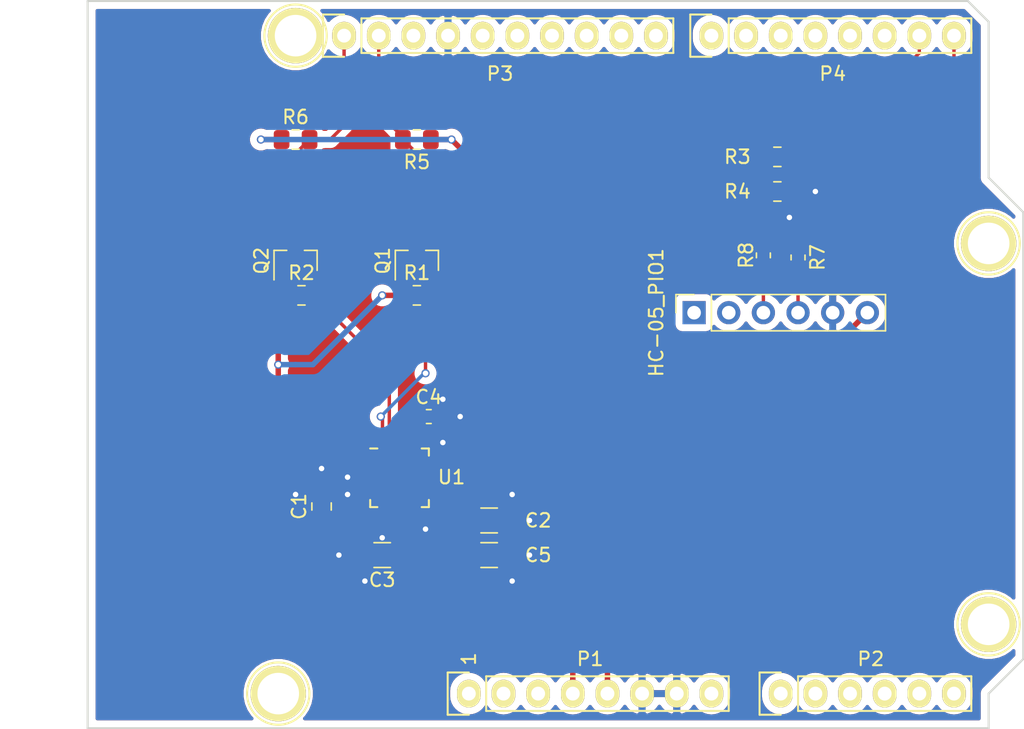
<source format=kicad_pcb>
(kicad_pcb (version 20171130) (host pcbnew 5.1.6)

  (general
    (thickness 1.6)
    (drawings 27)
    (tracks 111)
    (zones 0)
    (modules 25)
    (nets 45)
  )

  (page A4)
  (title_block
    (date "lun. 30 mars 2015")
  )

  (layers
    (0 F.Cu signal)
    (31 B.Cu signal)
    (32 B.Adhes user)
    (33 F.Adhes user)
    (34 B.Paste user)
    (35 F.Paste user)
    (36 B.SilkS user)
    (37 F.SilkS user)
    (38 B.Mask user)
    (39 F.Mask user)
    (40 Dwgs.User user)
    (41 Cmts.User user)
    (42 Eco1.User user)
    (43 Eco2.User user)
    (44 Edge.Cuts user)
    (45 Margin user)
    (46 B.CrtYd user)
    (47 F.CrtYd user)
    (48 B.Fab user)
    (49 F.Fab user)
  )

  (setup
    (last_trace_width 0.25)
    (user_trace_width 0.2)
    (user_trace_width 0.4)
    (trace_clearance 0.2)
    (zone_clearance 0.508)
    (zone_45_only no)
    (trace_min 0.2)
    (via_size 0.6)
    (via_drill 0.4)
    (via_min_size 0.4)
    (via_min_drill 0.3)
    (uvia_size 0.3)
    (uvia_drill 0.1)
    (uvias_allowed no)
    (uvia_min_size 0.2)
    (uvia_min_drill 0.1)
    (edge_width 0.15)
    (segment_width 0.15)
    (pcb_text_width 0.3)
    (pcb_text_size 1.5 1.5)
    (mod_edge_width 0.15)
    (mod_text_size 1 1)
    (mod_text_width 0.15)
    (pad_size 4.064 4.064)
    (pad_drill 3.048)
    (pad_to_mask_clearance 0)
    (aux_axis_origin 110.998 126.365)
    (grid_origin 110.998 126.365)
    (visible_elements 7FFFFFFF)
    (pcbplotparams
      (layerselection 0x00030_80000001)
      (usegerberextensions false)
      (usegerberattributes false)
      (usegerberadvancedattributes false)
      (creategerberjobfile false)
      (excludeedgelayer true)
      (linewidth 0.100000)
      (plotframeref false)
      (viasonmask false)
      (mode 1)
      (useauxorigin false)
      (hpglpennumber 1)
      (hpglpenspeed 20)
      (hpglpendiameter 15.000000)
      (psnegative false)
      (psa4output false)
      (plotreference true)
      (plotvalue true)
      (plotinvisibletext false)
      (padsonsilk false)
      (subtractmaskfromsilk false)
      (outputformat 1)
      (mirror false)
      (drillshape 1)
      (scaleselection 1)
      (outputdirectory ""))
  )

  (net 0 "")
  (net 1 /IOREF)
  (net 2 /Reset)
  (net 3 +5V)
  (net 4 GND)
  (net 5 /Vin)
  (net 6 /A0)
  (net 7 /A1)
  (net 8 /A2)
  (net 9 /A3)
  (net 10 /AREF)
  (net 11 "/A4(SDA)")
  (net 12 "/A5(SCL)")
  (net 13 "/9(**)")
  (net 14 /8)
  (net 15 /7)
  (net 16 "/6(**)")
  (net 17 "/5(**)")
  (net 18 /4)
  (net 19 "/3(**)")
  (net 20 /2)
  (net 21 "/1(Tx)")
  (net 22 "/0(Rx)")
  (net 23 "Net-(P5-Pad1)")
  (net 24 "Net-(P6-Pad1)")
  (net 25 "Net-(P7-Pad1)")
  (net 26 "Net-(P8-Pad1)")
  (net 27 "/13(SCK)")
  (net 28 "/10(**/SS)")
  (net 29 "Net-(P1-Pad1)")
  (net 30 +3V3)
  (net 31 "/12(MISO)")
  (net 32 "/11(**/MOSI)")
  (net 33 "Net-(C3-Pad1)")
  (net 34 "Net-(C4-Pad1)")
  (net 35 "Net-(HC-05_PIO1-Pad1)")
  (net 36 "Net-(HC-05_PIO1-Pad2)")
  (net 37 "Net-(HC-05_PIO1-Pad3)")
  (net 38 "Net-(U1-Pad6)")
  (net 39 "Net-(U1-Pad7)")
  (net 40 "Net-(U1-Pad12)")
  (net 41 "Net-(HC-05_PIO1-Pad4)")
  (net 42 "Net-(Q1-Pad2)")
  (net 43 "Net-(Q2-Pad2)")
  (net 44 "Net-(R3-Pad1)")

  (net_class Default "This is the default net class."
    (clearance 0.2)
    (trace_width 0.25)
    (via_dia 0.6)
    (via_drill 0.4)
    (uvia_dia 0.3)
    (uvia_drill 0.1)
    (add_net +3V3)
    (add_net +5V)
    (add_net "/0(Rx)")
    (add_net "/1(Tx)")
    (add_net "/10(**/SS)")
    (add_net "/11(**/MOSI)")
    (add_net "/12(MISO)")
    (add_net "/13(SCK)")
    (add_net /2)
    (add_net "/3(**)")
    (add_net /4)
    (add_net "/5(**)")
    (add_net "/6(**)")
    (add_net /7)
    (add_net /8)
    (add_net "/9(**)")
    (add_net /A0)
    (add_net /A1)
    (add_net /A2)
    (add_net /A3)
    (add_net "/A4(SDA)")
    (add_net "/A5(SCL)")
    (add_net /AREF)
    (add_net /IOREF)
    (add_net /Reset)
    (add_net /Vin)
    (add_net GND)
    (add_net "Net-(C3-Pad1)")
    (add_net "Net-(C4-Pad1)")
    (add_net "Net-(HC-05_PIO1-Pad1)")
    (add_net "Net-(HC-05_PIO1-Pad2)")
    (add_net "Net-(HC-05_PIO1-Pad3)")
    (add_net "Net-(HC-05_PIO1-Pad4)")
    (add_net "Net-(P1-Pad1)")
    (add_net "Net-(P5-Pad1)")
    (add_net "Net-(P6-Pad1)")
    (add_net "Net-(P7-Pad1)")
    (add_net "Net-(P8-Pad1)")
    (add_net "Net-(Q1-Pad2)")
    (add_net "Net-(Q2-Pad2)")
    (add_net "Net-(R3-Pad1)")
    (add_net "Net-(U1-Pad12)")
    (add_net "Net-(U1-Pad6)")
    (add_net "Net-(U1-Pad7)")
  )

  (module Resistor_SMD:R_0805_2012Metric_Pad1.15x1.40mm_HandSolder (layer F.Cu) (tedit 5B36C52B) (tstamp 5EAAF789)
    (at 126.238 83.185)
    (descr "Resistor SMD 0805 (2012 Metric), square (rectangular) end terminal, IPC_7351 nominal with elongated pad for handsoldering. (Body size source: https://docs.google.com/spreadsheets/d/1BsfQQcO9C6DZCsRaXUlFlo91Tg2WpOkGARC1WS5S8t0/edit?usp=sharing), generated with kicad-footprint-generator")
    (tags "resistor handsolder")
    (path /5EAF6BDC)
    (attr smd)
    (fp_text reference R6 (at 0 -1.65) (layer F.SilkS)
      (effects (font (size 1 1) (thickness 0.15)))
    )
    (fp_text value 10kΩ (at 0 1.65) (layer F.Fab)
      (effects (font (size 1 1) (thickness 0.15)))
    )
    (fp_text user %R (at 0 0) (layer F.Fab)
      (effects (font (size 0.5 0.5) (thickness 0.08)))
    )
    (fp_line (start -1 0.6) (end -1 -0.6) (layer F.Fab) (width 0.1))
    (fp_line (start -1 -0.6) (end 1 -0.6) (layer F.Fab) (width 0.1))
    (fp_line (start 1 -0.6) (end 1 0.6) (layer F.Fab) (width 0.1))
    (fp_line (start 1 0.6) (end -1 0.6) (layer F.Fab) (width 0.1))
    (fp_line (start -0.261252 -0.71) (end 0.261252 -0.71) (layer F.SilkS) (width 0.12))
    (fp_line (start -0.261252 0.71) (end 0.261252 0.71) (layer F.SilkS) (width 0.12))
    (fp_line (start -1.85 0.95) (end -1.85 -0.95) (layer F.CrtYd) (width 0.05))
    (fp_line (start -1.85 -0.95) (end 1.85 -0.95) (layer F.CrtYd) (width 0.05))
    (fp_line (start 1.85 -0.95) (end 1.85 0.95) (layer F.CrtYd) (width 0.05))
    (fp_line (start 1.85 0.95) (end -1.85 0.95) (layer F.CrtYd) (width 0.05))
    (pad 2 smd roundrect (at 1.025 0) (size 1.15 1.4) (layers F.Cu F.Paste F.Mask) (roundrect_rratio 0.217391)
      (net 12 "/A5(SCL)"))
    (pad 1 smd roundrect (at -1.025 0) (size 1.15 1.4) (layers F.Cu F.Paste F.Mask) (roundrect_rratio 0.217391)
      (net 3 +5V))
    (model ${KISYS3DMOD}/Resistor_SMD.3dshapes/R_0805_2012Metric.wrl
      (at (xyz 0 0 0))
      (scale (xyz 1 1 1))
      (rotate (xyz 0 0 0))
    )
  )

  (module Resistor_SMD:R_0805_2012Metric_Pad1.15x1.40mm_HandSolder (layer F.Cu) (tedit 5B36C52B) (tstamp 5EAAF778)
    (at 135.128 83.185 180)
    (descr "Resistor SMD 0805 (2012 Metric), square (rectangular) end terminal, IPC_7351 nominal with elongated pad for handsoldering. (Body size source: https://docs.google.com/spreadsheets/d/1BsfQQcO9C6DZCsRaXUlFlo91Tg2WpOkGARC1WS5S8t0/edit?usp=sharing), generated with kicad-footprint-generator")
    (tags "resistor handsolder")
    (path /5EAF622B)
    (attr smd)
    (fp_text reference R5 (at 0 -1.65) (layer F.SilkS)
      (effects (font (size 1 1) (thickness 0.15)))
    )
    (fp_text value 10kΩ (at 0 1.65) (layer F.Fab)
      (effects (font (size 1 1) (thickness 0.15)))
    )
    (fp_text user %R (at 0 0) (layer F.Fab)
      (effects (font (size 0.5 0.5) (thickness 0.08)))
    )
    (fp_line (start -1 0.6) (end -1 -0.6) (layer F.Fab) (width 0.1))
    (fp_line (start -1 -0.6) (end 1 -0.6) (layer F.Fab) (width 0.1))
    (fp_line (start 1 -0.6) (end 1 0.6) (layer F.Fab) (width 0.1))
    (fp_line (start 1 0.6) (end -1 0.6) (layer F.Fab) (width 0.1))
    (fp_line (start -0.261252 -0.71) (end 0.261252 -0.71) (layer F.SilkS) (width 0.12))
    (fp_line (start -0.261252 0.71) (end 0.261252 0.71) (layer F.SilkS) (width 0.12))
    (fp_line (start -1.85 0.95) (end -1.85 -0.95) (layer F.CrtYd) (width 0.05))
    (fp_line (start -1.85 -0.95) (end 1.85 -0.95) (layer F.CrtYd) (width 0.05))
    (fp_line (start 1.85 -0.95) (end 1.85 0.95) (layer F.CrtYd) (width 0.05))
    (fp_line (start 1.85 0.95) (end -1.85 0.95) (layer F.CrtYd) (width 0.05))
    (pad 2 smd roundrect (at 1.025 0 180) (size 1.15 1.4) (layers F.Cu F.Paste F.Mask) (roundrect_rratio 0.217391)
      (net 11 "/A4(SDA)"))
    (pad 1 smd roundrect (at -1.025 0 180) (size 1.15 1.4) (layers F.Cu F.Paste F.Mask) (roundrect_rratio 0.217391)
      (net 3 +5V))
    (model ${KISYS3DMOD}/Resistor_SMD.3dshapes/R_0805_2012Metric.wrl
      (at (xyz 0 0 0))
      (scale (xyz 1 1 1))
      (rotate (xyz 0 0 0))
    )
  )

  (module Resistor_SMD:R_0805_2012Metric_Pad1.15x1.40mm_HandSolder (layer F.Cu) (tedit 5B36C52B) (tstamp 5EAAF745)
    (at 126.6705 94.615)
    (descr "Resistor SMD 0805 (2012 Metric), square (rectangular) end terminal, IPC_7351 nominal with elongated pad for handsoldering. (Body size source: https://docs.google.com/spreadsheets/d/1BsfQQcO9C6DZCsRaXUlFlo91Tg2WpOkGARC1WS5S8t0/edit?usp=sharing), generated with kicad-footprint-generator")
    (tags "resistor handsolder")
    (path /5EAF0777)
    (attr smd)
    (fp_text reference R2 (at 0 -1.65) (layer F.SilkS)
      (effects (font (size 1 1) (thickness 0.15)))
    )
    (fp_text value 10kΩ (at 0 1.65) (layer F.Fab)
      (effects (font (size 1 1) (thickness 0.15)))
    )
    (fp_text user %R (at 0 0) (layer F.Fab)
      (effects (font (size 0.5 0.5) (thickness 0.08)))
    )
    (fp_line (start -1 0.6) (end -1 -0.6) (layer F.Fab) (width 0.1))
    (fp_line (start -1 -0.6) (end 1 -0.6) (layer F.Fab) (width 0.1))
    (fp_line (start 1 -0.6) (end 1 0.6) (layer F.Fab) (width 0.1))
    (fp_line (start 1 0.6) (end -1 0.6) (layer F.Fab) (width 0.1))
    (fp_line (start -0.261252 -0.71) (end 0.261252 -0.71) (layer F.SilkS) (width 0.12))
    (fp_line (start -0.261252 0.71) (end 0.261252 0.71) (layer F.SilkS) (width 0.12))
    (fp_line (start -1.85 0.95) (end -1.85 -0.95) (layer F.CrtYd) (width 0.05))
    (fp_line (start -1.85 -0.95) (end 1.85 -0.95) (layer F.CrtYd) (width 0.05))
    (fp_line (start 1.85 -0.95) (end 1.85 0.95) (layer F.CrtYd) (width 0.05))
    (fp_line (start 1.85 0.95) (end -1.85 0.95) (layer F.CrtYd) (width 0.05))
    (pad 2 smd roundrect (at 1.025 0) (size 1.15 1.4) (layers F.Cu F.Paste F.Mask) (roundrect_rratio 0.217391)
      (net 43 "Net-(Q2-Pad2)"))
    (pad 1 smd roundrect (at -1.025 0) (size 1.15 1.4) (layers F.Cu F.Paste F.Mask) (roundrect_rratio 0.217391)
      (net 30 +3V3))
    (model ${KISYS3DMOD}/Resistor_SMD.3dshapes/R_0805_2012Metric.wrl
      (at (xyz 0 0 0))
      (scale (xyz 1 1 1))
      (rotate (xyz 0 0 0))
    )
  )

  (module Resistor_SMD:R_0805_2012Metric_Pad1.15x1.40mm_HandSolder (layer F.Cu) (tedit 5B36C52B) (tstamp 5EAAF734)
    (at 135.128 94.615)
    (descr "Resistor SMD 0805 (2012 Metric), square (rectangular) end terminal, IPC_7351 nominal with elongated pad for handsoldering. (Body size source: https://docs.google.com/spreadsheets/d/1BsfQQcO9C6DZCsRaXUlFlo91Tg2WpOkGARC1WS5S8t0/edit?usp=sharing), generated with kicad-footprint-generator")
    (tags "resistor handsolder")
    (path /5EAE7C24)
    (attr smd)
    (fp_text reference R1 (at 0 -1.65) (layer F.SilkS)
      (effects (font (size 1 1) (thickness 0.15)))
    )
    (fp_text value 10kΩ (at 0 1.65) (layer F.Fab)
      (effects (font (size 1 1) (thickness 0.15)))
    )
    (fp_text user %R (at 0 0) (layer F.Fab)
      (effects (font (size 0.5 0.5) (thickness 0.08)))
    )
    (fp_line (start -1 0.6) (end -1 -0.6) (layer F.Fab) (width 0.1))
    (fp_line (start -1 -0.6) (end 1 -0.6) (layer F.Fab) (width 0.1))
    (fp_line (start 1 -0.6) (end 1 0.6) (layer F.Fab) (width 0.1))
    (fp_line (start 1 0.6) (end -1 0.6) (layer F.Fab) (width 0.1))
    (fp_line (start -0.261252 -0.71) (end 0.261252 -0.71) (layer F.SilkS) (width 0.12))
    (fp_line (start -0.261252 0.71) (end 0.261252 0.71) (layer F.SilkS) (width 0.12))
    (fp_line (start -1.85 0.95) (end -1.85 -0.95) (layer F.CrtYd) (width 0.05))
    (fp_line (start -1.85 -0.95) (end 1.85 -0.95) (layer F.CrtYd) (width 0.05))
    (fp_line (start 1.85 -0.95) (end 1.85 0.95) (layer F.CrtYd) (width 0.05))
    (fp_line (start 1.85 0.95) (end -1.85 0.95) (layer F.CrtYd) (width 0.05))
    (pad 2 smd roundrect (at 1.025 0) (size 1.15 1.4) (layers F.Cu F.Paste F.Mask) (roundrect_rratio 0.217391)
      (net 42 "Net-(Q1-Pad2)"))
    (pad 1 smd roundrect (at -1.025 0) (size 1.15 1.4) (layers F.Cu F.Paste F.Mask) (roundrect_rratio 0.217391)
      (net 30 +3V3))
    (model ${KISYS3DMOD}/Resistor_SMD.3dshapes/R_0805_2012Metric.wrl
      (at (xyz 0 0 0))
      (scale (xyz 1 1 1))
      (rotate (xyz 0 0 0))
    )
  )

  (module Capacitor_SMD:C_1206_3216Metric_Pad1.42x1.75mm_HandSolder (layer F.Cu) (tedit 5B301BBE) (tstamp 5EAAF6C3)
    (at 140.4255 111.125)
    (descr "Capacitor SMD 1206 (3216 Metric), square (rectangular) end terminal, IPC_7351 nominal with elongated pad for handsoldering. (Body size source: http://www.tortai-tech.com/upload/download/2011102023233369053.pdf), generated with kicad-footprint-generator")
    (tags "capacitor handsolder")
    (path /5EAADD7B)
    (attr smd)
    (fp_text reference C2 (at 3.5925 0) (layer F.SilkS)
      (effects (font (size 1 1) (thickness 0.15)))
    )
    (fp_text value 0.1uF (at 0 1.82) (layer F.Fab)
      (effects (font (size 1 1) (thickness 0.15)))
    )
    (fp_line (start -1.6 0.8) (end -1.6 -0.8) (layer F.Fab) (width 0.1))
    (fp_line (start -1.6 -0.8) (end 1.6 -0.8) (layer F.Fab) (width 0.1))
    (fp_line (start 1.6 -0.8) (end 1.6 0.8) (layer F.Fab) (width 0.1))
    (fp_line (start 1.6 0.8) (end -1.6 0.8) (layer F.Fab) (width 0.1))
    (fp_line (start -0.602064 -0.91) (end 0.602064 -0.91) (layer F.SilkS) (width 0.12))
    (fp_line (start -0.602064 0.91) (end 0.602064 0.91) (layer F.SilkS) (width 0.12))
    (fp_line (start -2.45 1.12) (end -2.45 -1.12) (layer F.CrtYd) (width 0.05))
    (fp_line (start -2.45 -1.12) (end 2.45 -1.12) (layer F.CrtYd) (width 0.05))
    (fp_line (start 2.45 -1.12) (end 2.45 1.12) (layer F.CrtYd) (width 0.05))
    (fp_line (start 2.45 1.12) (end -2.45 1.12) (layer F.CrtYd) (width 0.05))
    (fp_text user %R (at 0 0) (layer F.Fab)
      (effects (font (size 0.8 0.8) (thickness 0.12)))
    )
    (pad 2 smd roundrect (at 1.4875 0) (size 1.425 1.75) (layers F.Cu F.Paste F.Mask) (roundrect_rratio 0.175439)
      (net 4 GND))
    (pad 1 smd roundrect (at -1.4875 0) (size 1.425 1.75) (layers F.Cu F.Paste F.Mask) (roundrect_rratio 0.175439)
      (net 30 +3V3))
    (model ${KISYS3DMOD}/Capacitor_SMD.3dshapes/C_1206_3216Metric.wrl
      (at (xyz 0 0 0))
      (scale (xyz 1 1 1))
      (rotate (xyz 0 0 0))
    )
  )

  (module Resistor_SMD:R_0603_1608Metric_Pad1.05x0.95mm_HandSolder (layer F.Cu) (tedit 5B301BBD) (tstamp 5EAB097E)
    (at 160.528 91.68 270)
    (descr "Resistor SMD 0603 (1608 Metric), square (rectangular) end terminal, IPC_7351 nominal with elongated pad for handsoldering. (Body size source: http://www.tortai-tech.com/upload/download/2011102023233369053.pdf), generated with kicad-footprint-generator")
    (tags "resistor handsolder")
    (path /5EB18443)
    (attr smd)
    (fp_text reference R8 (at 0 1.27 90) (layer F.SilkS)
      (effects (font (size 1 1) (thickness 0.15)))
    )
    (fp_text value 100Ω (at 0 1.43 90) (layer F.Fab)
      (effects (font (size 1 1) (thickness 0.15)))
    )
    (fp_line (start -0.8 0.4) (end -0.8 -0.4) (layer F.Fab) (width 0.1))
    (fp_line (start -0.8 -0.4) (end 0.8 -0.4) (layer F.Fab) (width 0.1))
    (fp_line (start 0.8 -0.4) (end 0.8 0.4) (layer F.Fab) (width 0.1))
    (fp_line (start 0.8 0.4) (end -0.8 0.4) (layer F.Fab) (width 0.1))
    (fp_line (start -0.171267 -0.51) (end 0.171267 -0.51) (layer F.SilkS) (width 0.12))
    (fp_line (start -0.171267 0.51) (end 0.171267 0.51) (layer F.SilkS) (width 0.12))
    (fp_line (start -1.65 0.73) (end -1.65 -0.73) (layer F.CrtYd) (width 0.05))
    (fp_line (start -1.65 -0.73) (end 1.65 -0.73) (layer F.CrtYd) (width 0.05))
    (fp_line (start 1.65 -0.73) (end 1.65 0.73) (layer F.CrtYd) (width 0.05))
    (fp_line (start 1.65 0.73) (end -1.65 0.73) (layer F.CrtYd) (width 0.05))
    (fp_text user %R (at 0 0 90) (layer F.Fab)
      (effects (font (size 0.4 0.4) (thickness 0.06)))
    )
    (pad 2 smd roundrect (at 0.875 0 270) (size 1.05 0.95) (layers F.Cu F.Paste F.Mask) (roundrect_rratio 0.25)
      (net 37 "Net-(HC-05_PIO1-Pad3)"))
    (pad 1 smd roundrect (at -0.875 0 270) (size 1.05 0.95) (layers F.Cu F.Paste F.Mask) (roundrect_rratio 0.25)
      (net 44 "Net-(R3-Pad1)"))
    (model ${KISYS3DMOD}/Resistor_SMD.3dshapes/R_0603_1608Metric.wrl
      (at (xyz 0 0 0))
      (scale (xyz 1 1 1))
      (rotate (xyz 0 0 0))
    )
  )

  (module Resistor_SMD:R_0603_1608Metric_Pad1.05x0.95mm_HandSolder (layer F.Cu) (tedit 5B301BBD) (tstamp 5EAB096D)
    (at 163.068 91.835 270)
    (descr "Resistor SMD 0603 (1608 Metric), square (rectangular) end terminal, IPC_7351 nominal with elongated pad for handsoldering. (Body size source: http://www.tortai-tech.com/upload/download/2011102023233369053.pdf), generated with kicad-footprint-generator")
    (tags "resistor handsolder")
    (path /5EB14D4E)
    (attr smd)
    (fp_text reference R7 (at 0 -1.43 90) (layer F.SilkS)
      (effects (font (size 1 1) (thickness 0.15)))
    )
    (fp_text value 100Ω (at 0 1.43 90) (layer F.Fab)
      (effects (font (size 1 1) (thickness 0.15)))
    )
    (fp_line (start -0.8 0.4) (end -0.8 -0.4) (layer F.Fab) (width 0.1))
    (fp_line (start -0.8 -0.4) (end 0.8 -0.4) (layer F.Fab) (width 0.1))
    (fp_line (start 0.8 -0.4) (end 0.8 0.4) (layer F.Fab) (width 0.1))
    (fp_line (start 0.8 0.4) (end -0.8 0.4) (layer F.Fab) (width 0.1))
    (fp_line (start -0.171267 -0.51) (end 0.171267 -0.51) (layer F.SilkS) (width 0.12))
    (fp_line (start -0.171267 0.51) (end 0.171267 0.51) (layer F.SilkS) (width 0.12))
    (fp_line (start -1.65 0.73) (end -1.65 -0.73) (layer F.CrtYd) (width 0.05))
    (fp_line (start -1.65 -0.73) (end 1.65 -0.73) (layer F.CrtYd) (width 0.05))
    (fp_line (start 1.65 -0.73) (end 1.65 0.73) (layer F.CrtYd) (width 0.05))
    (fp_line (start 1.65 0.73) (end -1.65 0.73) (layer F.CrtYd) (width 0.05))
    (fp_text user %R (at 0 0 90) (layer F.Fab)
      (effects (font (size 0.4 0.4) (thickness 0.06)))
    )
    (pad 2 smd roundrect (at 0.875 0 270) (size 1.05 0.95) (layers F.Cu F.Paste F.Mask) (roundrect_rratio 0.25)
      (net 41 "Net-(HC-05_PIO1-Pad4)"))
    (pad 1 smd roundrect (at -0.875 0 270) (size 1.05 0.95) (layers F.Cu F.Paste F.Mask) (roundrect_rratio 0.25)
      (net 22 "/0(Rx)"))
    (model ${KISYS3DMOD}/Resistor_SMD.3dshapes/R_0603_1608Metric.wrl
      (at (xyz 0 0 0))
      (scale (xyz 1 1 1))
      (rotate (xyz 0 0 0))
    )
  )

  (module Package_TO_SOT_SMD:SOT-23 (layer F.Cu) (tedit 5A02FF57) (tstamp 5EAAF723)
    (at 126.238 92.075 90)
    (descr "SOT-23, Standard")
    (tags SOT-23)
    (path /5EABADA7)
    (attr smd)
    (fp_text reference Q2 (at 0 -2.5 90) (layer F.SilkS)
      (effects (font (size 1 1) (thickness 0.15)))
    )
    (fp_text value 2N7002 (at 0 2.5 90) (layer F.Fab)
      (effects (font (size 1 1) (thickness 0.15)))
    )
    (fp_line (start -0.7 -0.95) (end -0.7 1.5) (layer F.Fab) (width 0.1))
    (fp_line (start -0.15 -1.52) (end 0.7 -1.52) (layer F.Fab) (width 0.1))
    (fp_line (start -0.7 -0.95) (end -0.15 -1.52) (layer F.Fab) (width 0.1))
    (fp_line (start 0.7 -1.52) (end 0.7 1.52) (layer F.Fab) (width 0.1))
    (fp_line (start -0.7 1.52) (end 0.7 1.52) (layer F.Fab) (width 0.1))
    (fp_line (start 0.76 1.58) (end 0.76 0.65) (layer F.SilkS) (width 0.12))
    (fp_line (start 0.76 -1.58) (end 0.76 -0.65) (layer F.SilkS) (width 0.12))
    (fp_line (start -1.7 -1.75) (end 1.7 -1.75) (layer F.CrtYd) (width 0.05))
    (fp_line (start 1.7 -1.75) (end 1.7 1.75) (layer F.CrtYd) (width 0.05))
    (fp_line (start 1.7 1.75) (end -1.7 1.75) (layer F.CrtYd) (width 0.05))
    (fp_line (start -1.7 1.75) (end -1.7 -1.75) (layer F.CrtYd) (width 0.05))
    (fp_line (start 0.76 -1.58) (end -1.4 -1.58) (layer F.SilkS) (width 0.12))
    (fp_line (start 0.76 1.58) (end -0.7 1.58) (layer F.SilkS) (width 0.12))
    (fp_text user %R (at 0 0) (layer F.Fab)
      (effects (font (size 0.5 0.5) (thickness 0.075)))
    )
    (pad 3 smd rect (at 1 0 90) (size 0.9 0.8) (layers F.Cu F.Paste F.Mask)
      (net 12 "/A5(SCL)"))
    (pad 2 smd rect (at -1 0.95 90) (size 0.9 0.8) (layers F.Cu F.Paste F.Mask)
      (net 43 "Net-(Q2-Pad2)"))
    (pad 1 smd rect (at -1 -0.95 90) (size 0.9 0.8) (layers F.Cu F.Paste F.Mask)
      (net 30 +3V3))
    (model ${KISYS3DMOD}/Package_TO_SOT_SMD.3dshapes/SOT-23.wrl
      (at (xyz 0 0 0))
      (scale (xyz 1 1 1))
      (rotate (xyz 0 0 0))
    )
  )

  (module Package_TO_SOT_SMD:SOT-23 (layer F.Cu) (tedit 5A02FF57) (tstamp 5EAAF711)
    (at 135.128 92.075 90)
    (descr "SOT-23, Standard")
    (tags SOT-23)
    (path /5EABA114)
    (attr smd)
    (fp_text reference Q1 (at 0 -2.5 90) (layer F.SilkS)
      (effects (font (size 1 1) (thickness 0.15)))
    )
    (fp_text value 2N7002 (at 0 2.5 90) (layer F.Fab)
      (effects (font (size 1 1) (thickness 0.15)))
    )
    (fp_line (start -0.7 -0.95) (end -0.7 1.5) (layer F.Fab) (width 0.1))
    (fp_line (start -0.15 -1.52) (end 0.7 -1.52) (layer F.Fab) (width 0.1))
    (fp_line (start -0.7 -0.95) (end -0.15 -1.52) (layer F.Fab) (width 0.1))
    (fp_line (start 0.7 -1.52) (end 0.7 1.52) (layer F.Fab) (width 0.1))
    (fp_line (start -0.7 1.52) (end 0.7 1.52) (layer F.Fab) (width 0.1))
    (fp_line (start 0.76 1.58) (end 0.76 0.65) (layer F.SilkS) (width 0.12))
    (fp_line (start 0.76 -1.58) (end 0.76 -0.65) (layer F.SilkS) (width 0.12))
    (fp_line (start -1.7 -1.75) (end 1.7 -1.75) (layer F.CrtYd) (width 0.05))
    (fp_line (start 1.7 -1.75) (end 1.7 1.75) (layer F.CrtYd) (width 0.05))
    (fp_line (start 1.7 1.75) (end -1.7 1.75) (layer F.CrtYd) (width 0.05))
    (fp_line (start -1.7 1.75) (end -1.7 -1.75) (layer F.CrtYd) (width 0.05))
    (fp_line (start 0.76 -1.58) (end -1.4 -1.58) (layer F.SilkS) (width 0.12))
    (fp_line (start 0.76 1.58) (end -0.7 1.58) (layer F.SilkS) (width 0.12))
    (fp_text user %R (at 0 0 180) (layer F.Fab)
      (effects (font (size 0.5 0.5) (thickness 0.075)))
    )
    (pad 3 smd rect (at 1 0 90) (size 0.9 0.8) (layers F.Cu F.Paste F.Mask)
      (net 11 "/A4(SDA)"))
    (pad 2 smd rect (at -1 0.95 90) (size 0.9 0.8) (layers F.Cu F.Paste F.Mask)
      (net 42 "Net-(Q1-Pad2)"))
    (pad 1 smd rect (at -1 -0.95 90) (size 0.9 0.8) (layers F.Cu F.Paste F.Mask)
      (net 30 +3V3))
    (model ${KISYS3DMOD}/Package_TO_SOT_SMD.3dshapes/SOT-23.wrl
      (at (xyz 0 0 0))
      (scale (xyz 1 1 1))
      (rotate (xyz 0 0 0))
    )
  )

  (module Connector_PinSocket_2.54mm:PinSocket_1x06_P2.54mm_Vertical (layer F.Cu) (tedit 5A19A430) (tstamp 5EAAF6FF)
    (at 155.448 95.885 90)
    (descr "Through hole straight socket strip, 1x06, 2.54mm pitch, single row (from Kicad 4.0.7), script generated")
    (tags "Through hole socket strip THT 1x06 2.54mm single row")
    (path /5EAA8D5B)
    (fp_text reference HC-05_PIO1 (at 0 -2.77 90) (layer F.SilkS)
      (effects (font (size 1 1) (thickness 0.15)))
    )
    (fp_text value Bluetooh_PIO (at 0 15.47 90) (layer F.Fab)
      (effects (font (size 1 1) (thickness 0.15)))
    )
    (fp_line (start -1.27 -1.27) (end 0.635 -1.27) (layer F.Fab) (width 0.1))
    (fp_line (start 0.635 -1.27) (end 1.27 -0.635) (layer F.Fab) (width 0.1))
    (fp_line (start 1.27 -0.635) (end 1.27 13.97) (layer F.Fab) (width 0.1))
    (fp_line (start 1.27 13.97) (end -1.27 13.97) (layer F.Fab) (width 0.1))
    (fp_line (start -1.27 13.97) (end -1.27 -1.27) (layer F.Fab) (width 0.1))
    (fp_line (start -1.33 1.27) (end 1.33 1.27) (layer F.SilkS) (width 0.12))
    (fp_line (start -1.33 1.27) (end -1.33 14.03) (layer F.SilkS) (width 0.12))
    (fp_line (start -1.33 14.03) (end 1.33 14.03) (layer F.SilkS) (width 0.12))
    (fp_line (start 1.33 1.27) (end 1.33 14.03) (layer F.SilkS) (width 0.12))
    (fp_line (start 1.33 -1.33) (end 1.33 0) (layer F.SilkS) (width 0.12))
    (fp_line (start 0 -1.33) (end 1.33 -1.33) (layer F.SilkS) (width 0.12))
    (fp_line (start -1.8 -1.8) (end 1.75 -1.8) (layer F.CrtYd) (width 0.05))
    (fp_line (start 1.75 -1.8) (end 1.75 14.45) (layer F.CrtYd) (width 0.05))
    (fp_line (start 1.75 14.45) (end -1.8 14.45) (layer F.CrtYd) (width 0.05))
    (fp_line (start -1.8 14.45) (end -1.8 -1.8) (layer F.CrtYd) (width 0.05))
    (fp_text user %R (at 0 6.35) (layer F.Fab)
      (effects (font (size 1 1) (thickness 0.15)))
    )
    (pad 6 thru_hole oval (at 0 12.7 90) (size 1.7 1.7) (drill 1) (layers *.Cu *.Mask)
      (net 3 +5V))
    (pad 5 thru_hole oval (at 0 10.16 90) (size 1.7 1.7) (drill 1) (layers *.Cu *.Mask)
      (net 4 GND))
    (pad 4 thru_hole oval (at 0 7.62 90) (size 1.7 1.7) (drill 1) (layers *.Cu *.Mask)
      (net 41 "Net-(HC-05_PIO1-Pad4)"))
    (pad 3 thru_hole oval (at 0 5.08 90) (size 1.7 1.7) (drill 1) (layers *.Cu *.Mask)
      (net 37 "Net-(HC-05_PIO1-Pad3)"))
    (pad 2 thru_hole oval (at 0 2.54 90) (size 1.7 1.7) (drill 1) (layers *.Cu *.Mask)
      (net 36 "Net-(HC-05_PIO1-Pad2)"))
    (pad 1 thru_hole rect (at 0 0 90) (size 1.7 1.7) (drill 1) (layers *.Cu *.Mask)
      (net 35 "Net-(HC-05_PIO1-Pad1)"))
    (model ${KISYS3DMOD}/Connector_PinSocket_2.54mm.3dshapes/PinSocket_1x06_P2.54mm_Vertical.wrl
      (at (xyz 0 0 0))
      (scale (xyz 1 1 1))
      (rotate (xyz 0 0 0))
    )
  )

  (module Socket_Arduino_Uno:Socket_Strip_Arduino_1x08 locked (layer F.Cu) (tedit 552168D2) (tstamp 551AF9EA)
    (at 138.938 123.825)
    (descr "Through hole socket strip")
    (tags "socket strip")
    (path /56D70129)
    (fp_text reference P1 (at 8.89 -2.54) (layer F.SilkS)
      (effects (font (size 1 1) (thickness 0.15)))
    )
    (fp_text value Power (at 8.89 -4.064) (layer F.Fab)
      (effects (font (size 1 1) (thickness 0.15)))
    )
    (fp_line (start -1.55 -1.55) (end -1.55 1.55) (layer F.SilkS) (width 0.15))
    (fp_line (start 0 -1.55) (end -1.55 -1.55) (layer F.SilkS) (width 0.15))
    (fp_line (start 1.27 1.27) (end 1.27 -1.27) (layer F.SilkS) (width 0.15))
    (fp_line (start -1.55 1.55) (end 0 1.55) (layer F.SilkS) (width 0.15))
    (fp_line (start 19.05 -1.27) (end 1.27 -1.27) (layer F.SilkS) (width 0.15))
    (fp_line (start 19.05 1.27) (end 19.05 -1.27) (layer F.SilkS) (width 0.15))
    (fp_line (start 1.27 1.27) (end 19.05 1.27) (layer F.SilkS) (width 0.15))
    (fp_line (start -1.75 1.75) (end 19.55 1.75) (layer F.CrtYd) (width 0.05))
    (fp_line (start -1.75 -1.75) (end 19.55 -1.75) (layer F.CrtYd) (width 0.05))
    (fp_line (start 19.55 -1.75) (end 19.55 1.75) (layer F.CrtYd) (width 0.05))
    (fp_line (start -1.75 -1.75) (end -1.75 1.75) (layer F.CrtYd) (width 0.05))
    (pad 1 thru_hole oval (at 0 0) (size 1.7272 2.032) (drill 1.016) (layers *.Cu *.Mask F.SilkS)
      (net 29 "Net-(P1-Pad1)"))
    (pad 2 thru_hole oval (at 2.54 0) (size 1.7272 2.032) (drill 1.016) (layers *.Cu *.Mask F.SilkS)
      (net 1 /IOREF))
    (pad 3 thru_hole oval (at 5.08 0) (size 1.7272 2.032) (drill 1.016) (layers *.Cu *.Mask F.SilkS)
      (net 2 /Reset))
    (pad 4 thru_hole oval (at 7.62 0) (size 1.7272 2.032) (drill 1.016) (layers *.Cu *.Mask F.SilkS)
      (net 30 +3V3))
    (pad 5 thru_hole oval (at 10.16 0) (size 1.7272 2.032) (drill 1.016) (layers *.Cu *.Mask F.SilkS)
      (net 3 +5V))
    (pad 6 thru_hole oval (at 12.7 0) (size 1.7272 2.032) (drill 1.016) (layers *.Cu *.Mask F.SilkS)
      (net 4 GND))
    (pad 7 thru_hole oval (at 15.24 0) (size 1.7272 2.032) (drill 1.016) (layers *.Cu *.Mask F.SilkS)
      (net 4 GND))
    (pad 8 thru_hole oval (at 17.78 0) (size 1.7272 2.032) (drill 1.016) (layers *.Cu *.Mask F.SilkS)
      (net 5 /Vin))
    (model ${KIPRJMOD}/Socket_Arduino_Uno.3dshapes/Socket_header_Arduino_1x08.wrl
      (offset (xyz 8.889999866485596 0 0))
      (scale (xyz 1 1 1))
      (rotate (xyz 0 0 180))
    )
  )

  (module Socket_Arduino_Uno:Socket_Strip_Arduino_1x06 locked (layer F.Cu) (tedit 552168D6) (tstamp 551AF9FF)
    (at 161.798 123.825)
    (descr "Through hole socket strip")
    (tags "socket strip")
    (path /56D70DD8)
    (fp_text reference P2 (at 6.604 -2.54) (layer F.SilkS)
      (effects (font (size 1 1) (thickness 0.15)))
    )
    (fp_text value Analog (at 6.604 -4.064) (layer F.Fab)
      (effects (font (size 1 1) (thickness 0.15)))
    )
    (fp_line (start -1.55 -1.55) (end -1.55 1.55) (layer F.SilkS) (width 0.15))
    (fp_line (start 0 -1.55) (end -1.55 -1.55) (layer F.SilkS) (width 0.15))
    (fp_line (start 1.27 1.27) (end 1.27 -1.27) (layer F.SilkS) (width 0.15))
    (fp_line (start -1.55 1.55) (end 0 1.55) (layer F.SilkS) (width 0.15))
    (fp_line (start 13.97 -1.27) (end 1.27 -1.27) (layer F.SilkS) (width 0.15))
    (fp_line (start 13.97 1.27) (end 13.97 -1.27) (layer F.SilkS) (width 0.15))
    (fp_line (start 1.27 1.27) (end 13.97 1.27) (layer F.SilkS) (width 0.15))
    (fp_line (start -1.75 1.75) (end 14.45 1.75) (layer F.CrtYd) (width 0.05))
    (fp_line (start -1.75 -1.75) (end 14.45 -1.75) (layer F.CrtYd) (width 0.05))
    (fp_line (start 14.45 -1.75) (end 14.45 1.75) (layer F.CrtYd) (width 0.05))
    (fp_line (start -1.75 -1.75) (end -1.75 1.75) (layer F.CrtYd) (width 0.05))
    (pad 1 thru_hole oval (at 0 0) (size 1.7272 2.032) (drill 1.016) (layers *.Cu *.Mask F.SilkS)
      (net 6 /A0))
    (pad 2 thru_hole oval (at 2.54 0) (size 1.7272 2.032) (drill 1.016) (layers *.Cu *.Mask F.SilkS)
      (net 7 /A1))
    (pad 3 thru_hole oval (at 5.08 0) (size 1.7272 2.032) (drill 1.016) (layers *.Cu *.Mask F.SilkS)
      (net 8 /A2))
    (pad 4 thru_hole oval (at 7.62 0) (size 1.7272 2.032) (drill 1.016) (layers *.Cu *.Mask F.SilkS)
      (net 9 /A3))
    (pad 5 thru_hole oval (at 10.16 0) (size 1.7272 2.032) (drill 1.016) (layers *.Cu *.Mask F.SilkS)
      (net 11 "/A4(SDA)"))
    (pad 6 thru_hole oval (at 12.7 0) (size 1.7272 2.032) (drill 1.016) (layers *.Cu *.Mask F.SilkS)
      (net 12 "/A5(SCL)"))
    (model ${KIPRJMOD}/Socket_Arduino_Uno.3dshapes/Socket_header_Arduino_1x06.wrl
      (offset (xyz 6.349999904632568 0 0))
      (scale (xyz 1 1 1))
      (rotate (xyz 0 0 180))
    )
  )

  (module Socket_Arduino_Uno:Socket_Strip_Arduino_1x10 locked (layer F.Cu) (tedit 552168BF) (tstamp 551AFA18)
    (at 129.794 75.565)
    (descr "Through hole socket strip")
    (tags "socket strip")
    (path /56D721E0)
    (fp_text reference P3 (at 11.43 2.794) (layer F.SilkS)
      (effects (font (size 1 1) (thickness 0.15)))
    )
    (fp_text value Digital (at 11.43 4.318) (layer F.Fab)
      (effects (font (size 1 1) (thickness 0.15)))
    )
    (fp_line (start -1.55 -1.55) (end -1.55 1.55) (layer F.SilkS) (width 0.15))
    (fp_line (start 0 -1.55) (end -1.55 -1.55) (layer F.SilkS) (width 0.15))
    (fp_line (start 1.27 1.27) (end 1.27 -1.27) (layer F.SilkS) (width 0.15))
    (fp_line (start -1.55 1.55) (end 0 1.55) (layer F.SilkS) (width 0.15))
    (fp_line (start 24.13 -1.27) (end 1.27 -1.27) (layer F.SilkS) (width 0.15))
    (fp_line (start 24.13 1.27) (end 24.13 -1.27) (layer F.SilkS) (width 0.15))
    (fp_line (start 1.27 1.27) (end 24.13 1.27) (layer F.SilkS) (width 0.15))
    (fp_line (start -1.75 1.75) (end 24.65 1.75) (layer F.CrtYd) (width 0.05))
    (fp_line (start -1.75 -1.75) (end 24.65 -1.75) (layer F.CrtYd) (width 0.05))
    (fp_line (start 24.65 -1.75) (end 24.65 1.75) (layer F.CrtYd) (width 0.05))
    (fp_line (start -1.75 -1.75) (end -1.75 1.75) (layer F.CrtYd) (width 0.05))
    (pad 1 thru_hole oval (at 0 0) (size 1.7272 2.032) (drill 1.016) (layers *.Cu *.Mask F.SilkS)
      (net 12 "/A5(SCL)"))
    (pad 2 thru_hole oval (at 2.54 0) (size 1.7272 2.032) (drill 1.016) (layers *.Cu *.Mask F.SilkS)
      (net 11 "/A4(SDA)"))
    (pad 3 thru_hole oval (at 5.08 0) (size 1.7272 2.032) (drill 1.016) (layers *.Cu *.Mask F.SilkS)
      (net 10 /AREF))
    (pad 4 thru_hole oval (at 7.62 0) (size 1.7272 2.032) (drill 1.016) (layers *.Cu *.Mask F.SilkS)
      (net 4 GND))
    (pad 5 thru_hole oval (at 10.16 0) (size 1.7272 2.032) (drill 1.016) (layers *.Cu *.Mask F.SilkS)
      (net 27 "/13(SCK)"))
    (pad 6 thru_hole oval (at 12.7 0) (size 1.7272 2.032) (drill 1.016) (layers *.Cu *.Mask F.SilkS)
      (net 31 "/12(MISO)"))
    (pad 7 thru_hole oval (at 15.24 0) (size 1.7272 2.032) (drill 1.016) (layers *.Cu *.Mask F.SilkS)
      (net 32 "/11(**/MOSI)"))
    (pad 8 thru_hole oval (at 17.78 0) (size 1.7272 2.032) (drill 1.016) (layers *.Cu *.Mask F.SilkS)
      (net 28 "/10(**/SS)"))
    (pad 9 thru_hole oval (at 20.32 0) (size 1.7272 2.032) (drill 1.016) (layers *.Cu *.Mask F.SilkS)
      (net 13 "/9(**)"))
    (pad 10 thru_hole oval (at 22.86 0) (size 1.7272 2.032) (drill 1.016) (layers *.Cu *.Mask F.SilkS)
      (net 14 /8))
    (model ${KIPRJMOD}/Socket_Arduino_Uno.3dshapes/Socket_header_Arduino_1x10.wrl
      (offset (xyz 11.42999982833862 0 0))
      (scale (xyz 1 1 1))
      (rotate (xyz 0 0 180))
    )
  )

  (module Socket_Arduino_Uno:Socket_Strip_Arduino_1x08 locked (layer F.Cu) (tedit 552168C7) (tstamp 551AFA2F)
    (at 156.718 75.565)
    (descr "Through hole socket strip")
    (tags "socket strip")
    (path /56D7164F)
    (fp_text reference P4 (at 8.89 2.794) (layer F.SilkS)
      (effects (font (size 1 1) (thickness 0.15)))
    )
    (fp_text value Digital (at 8.89 4.318) (layer F.Fab)
      (effects (font (size 1 1) (thickness 0.15)))
    )
    (fp_line (start -1.55 -1.55) (end -1.55 1.55) (layer F.SilkS) (width 0.15))
    (fp_line (start 0 -1.55) (end -1.55 -1.55) (layer F.SilkS) (width 0.15))
    (fp_line (start 1.27 1.27) (end 1.27 -1.27) (layer F.SilkS) (width 0.15))
    (fp_line (start -1.55 1.55) (end 0 1.55) (layer F.SilkS) (width 0.15))
    (fp_line (start 19.05 -1.27) (end 1.27 -1.27) (layer F.SilkS) (width 0.15))
    (fp_line (start 19.05 1.27) (end 19.05 -1.27) (layer F.SilkS) (width 0.15))
    (fp_line (start 1.27 1.27) (end 19.05 1.27) (layer F.SilkS) (width 0.15))
    (fp_line (start -1.75 1.75) (end 19.55 1.75) (layer F.CrtYd) (width 0.05))
    (fp_line (start -1.75 -1.75) (end 19.55 -1.75) (layer F.CrtYd) (width 0.05))
    (fp_line (start 19.55 -1.75) (end 19.55 1.75) (layer F.CrtYd) (width 0.05))
    (fp_line (start -1.75 -1.75) (end -1.75 1.75) (layer F.CrtYd) (width 0.05))
    (pad 1 thru_hole oval (at 0 0) (size 1.7272 2.032) (drill 1.016) (layers *.Cu *.Mask F.SilkS)
      (net 15 /7))
    (pad 2 thru_hole oval (at 2.54 0) (size 1.7272 2.032) (drill 1.016) (layers *.Cu *.Mask F.SilkS)
      (net 16 "/6(**)"))
    (pad 3 thru_hole oval (at 5.08 0) (size 1.7272 2.032) (drill 1.016) (layers *.Cu *.Mask F.SilkS)
      (net 17 "/5(**)"))
    (pad 4 thru_hole oval (at 7.62 0) (size 1.7272 2.032) (drill 1.016) (layers *.Cu *.Mask F.SilkS)
      (net 18 /4))
    (pad 5 thru_hole oval (at 10.16 0) (size 1.7272 2.032) (drill 1.016) (layers *.Cu *.Mask F.SilkS)
      (net 19 "/3(**)"))
    (pad 6 thru_hole oval (at 12.7 0) (size 1.7272 2.032) (drill 1.016) (layers *.Cu *.Mask F.SilkS)
      (net 20 /2))
    (pad 7 thru_hole oval (at 15.24 0) (size 1.7272 2.032) (drill 1.016) (layers *.Cu *.Mask F.SilkS)
      (net 21 "/1(Tx)"))
    (pad 8 thru_hole oval (at 17.78 0) (size 1.7272 2.032) (drill 1.016) (layers *.Cu *.Mask F.SilkS)
      (net 22 "/0(Rx)"))
    (model ${KIPRJMOD}/Socket_Arduino_Uno.3dshapes/Socket_header_Arduino_1x08.wrl
      (offset (xyz 8.889999866485596 0 0))
      (scale (xyz 1 1 1))
      (rotate (xyz 0 0 180))
    )
  )

  (module Socket_Arduino_Uno:Arduino_1pin locked (layer F.Cu) (tedit 5524FC39) (tstamp 5524FC3F)
    (at 124.968 123.825)
    (descr "module 1 pin (ou trou mecanique de percage)")
    (tags DEV)
    (path /56D71177)
    (fp_text reference P5 (at 0 -3.048) (layer F.SilkS) hide
      (effects (font (size 1 1) (thickness 0.15)))
    )
    (fp_text value CONN_01X01 (at 0 2.794) (layer F.Fab) hide
      (effects (font (size 1 1) (thickness 0.15)))
    )
    (fp_circle (center 0 0) (end 0 -2.286) (layer F.SilkS) (width 0.15))
    (pad 1 thru_hole circle (at 0 0) (size 4.064 4.064) (drill 3.048) (layers *.Cu *.Mask F.SilkS)
      (net 23 "Net-(P5-Pad1)"))
  )

  (module Socket_Arduino_Uno:Arduino_1pin locked (layer F.Cu) (tedit 5524FC4A) (tstamp 5524FC44)
    (at 177.038 118.745)
    (descr "module 1 pin (ou trou mecanique de percage)")
    (tags DEV)
    (path /56D71274)
    (fp_text reference P6 (at 0 -3.048) (layer F.SilkS) hide
      (effects (font (size 1 1) (thickness 0.15)))
    )
    (fp_text value CONN_01X01 (at 0 2.794) (layer F.Fab) hide
      (effects (font (size 1 1) (thickness 0.15)))
    )
    (fp_circle (center 0 0) (end 0 -2.286) (layer F.SilkS) (width 0.15))
    (pad 1 thru_hole circle (at 0 0) (size 4.064 4.064) (drill 3.048) (layers *.Cu *.Mask F.SilkS)
      (net 24 "Net-(P6-Pad1)"))
  )

  (module Socket_Arduino_Uno:Arduino_1pin locked (layer F.Cu) (tedit 5524FC2F) (tstamp 5524FC49)
    (at 126.238 75.565)
    (descr "module 1 pin (ou trou mecanique de percage)")
    (tags DEV)
    (path /56D712A8)
    (fp_text reference P7 (at 0 -3.048) (layer F.SilkS) hide
      (effects (font (size 1 1) (thickness 0.15)))
    )
    (fp_text value CONN_01X01 (at 0 2.794) (layer F.Fab) hide
      (effects (font (size 1 1) (thickness 0.15)))
    )
    (fp_circle (center 0 0) (end 0 -2.286) (layer F.SilkS) (width 0.15))
    (pad 1 thru_hole circle (at 0 0) (size 4.064 4.064) (drill 3.048) (layers *.Cu *.Mask F.SilkS)
      (net 25 "Net-(P7-Pad1)"))
  )

  (module Socket_Arduino_Uno:Arduino_1pin locked (layer F.Cu) (tedit 5524FC41) (tstamp 5524FC4E)
    (at 177.038 90.805)
    (descr "module 1 pin (ou trou mecanique de percage)")
    (tags DEV)
    (path /56D712DB)
    (fp_text reference P8 (at 0 -3.048) (layer F.SilkS) hide
      (effects (font (size 1 1) (thickness 0.15)))
    )
    (fp_text value CONN_01X01 (at 0 2.794) (layer F.Fab) hide
      (effects (font (size 1 1) (thickness 0.15)))
    )
    (fp_circle (center 0 0) (end 0 -2.286) (layer F.SilkS) (width 0.15))
    (pad 1 thru_hole circle (at 0 0) (size 4.064 4.064) (drill 3.048) (layers *.Cu *.Mask F.SilkS)
      (net 26 "Net-(P8-Pad1)"))
  )

  (module Capacitor_SMD:C_0805_2012Metric_Pad1.15x1.40mm_HandSolder (layer F.Cu) (tedit 5B36C52B) (tstamp 5EAAF6B2)
    (at 128.143 110.1 90)
    (descr "Capacitor SMD 0805 (2012 Metric), square (rectangular) end terminal, IPC_7351 nominal with elongated pad for handsoldering. (Body size source: https://docs.google.com/spreadsheets/d/1BsfQQcO9C6DZCsRaXUlFlo91Tg2WpOkGARC1WS5S8t0/edit?usp=sharing), generated with kicad-footprint-generator")
    (tags "capacitor handsolder")
    (path /5EAAE5D6)
    (attr smd)
    (fp_text reference C1 (at 0 -1.65 90) (layer F.SilkS)
      (effects (font (size 1 1) (thickness 0.15)))
    )
    (fp_text value 10nF (at 0 1.65 90) (layer F.Fab)
      (effects (font (size 1 1) (thickness 0.15)))
    )
    (fp_line (start 1.85 0.95) (end -1.85 0.95) (layer F.CrtYd) (width 0.05))
    (fp_line (start 1.85 -0.95) (end 1.85 0.95) (layer F.CrtYd) (width 0.05))
    (fp_line (start -1.85 -0.95) (end 1.85 -0.95) (layer F.CrtYd) (width 0.05))
    (fp_line (start -1.85 0.95) (end -1.85 -0.95) (layer F.CrtYd) (width 0.05))
    (fp_line (start -0.261252 0.71) (end 0.261252 0.71) (layer F.SilkS) (width 0.12))
    (fp_line (start -0.261252 -0.71) (end 0.261252 -0.71) (layer F.SilkS) (width 0.12))
    (fp_line (start 1 0.6) (end -1 0.6) (layer F.Fab) (width 0.1))
    (fp_line (start 1 -0.6) (end 1 0.6) (layer F.Fab) (width 0.1))
    (fp_line (start -1 -0.6) (end 1 -0.6) (layer F.Fab) (width 0.1))
    (fp_line (start -1 0.6) (end -1 -0.6) (layer F.Fab) (width 0.1))
    (fp_text user %R (at 0 0 90) (layer F.Fab)
      (effects (font (size 0.5 0.5) (thickness 0.08)))
    )
    (pad 1 smd roundrect (at -1.025 0 90) (size 1.15 1.4) (layers F.Cu F.Paste F.Mask) (roundrect_rratio 0.217391)
      (net 30 +3V3))
    (pad 2 smd roundrect (at 1.025 0 90) (size 1.15 1.4) (layers F.Cu F.Paste F.Mask) (roundrect_rratio 0.217391)
      (net 4 GND))
    (model ${KISYS3DMOD}/Capacitor_SMD.3dshapes/C_0805_2012Metric.wrl
      (at (xyz 0 0 0))
      (scale (xyz 1 1 1))
      (rotate (xyz 0 0 0))
    )
  )

  (module Capacitor_SMD:C_1206_3216Metric_Pad1.42x1.75mm_HandSolder (layer F.Cu) (tedit 5B301BBE) (tstamp 5EAAFE48)
    (at 132.588 113.665 180)
    (descr "Capacitor SMD 1206 (3216 Metric), square (rectangular) end terminal, IPC_7351 nominal with elongated pad for handsoldering. (Body size source: http://www.tortai-tech.com/upload/download/2011102023233369053.pdf), generated with kicad-footprint-generator")
    (tags "capacitor handsolder")
    (path /5EABE241)
    (attr smd)
    (fp_text reference C3 (at 0 -1.82) (layer F.SilkS)
      (effects (font (size 1 1) (thickness 0.15)))
    )
    (fp_text value 0.1uF (at 0 1.82) (layer F.Fab)
      (effects (font (size 1 1) (thickness 0.15)))
    )
    (fp_line (start 2.45 1.12) (end -2.45 1.12) (layer F.CrtYd) (width 0.05))
    (fp_line (start 2.45 -1.12) (end 2.45 1.12) (layer F.CrtYd) (width 0.05))
    (fp_line (start -2.45 -1.12) (end 2.45 -1.12) (layer F.CrtYd) (width 0.05))
    (fp_line (start -2.45 1.12) (end -2.45 -1.12) (layer F.CrtYd) (width 0.05))
    (fp_line (start -0.602064 0.91) (end 0.602064 0.91) (layer F.SilkS) (width 0.12))
    (fp_line (start -0.602064 -0.91) (end 0.602064 -0.91) (layer F.SilkS) (width 0.12))
    (fp_line (start 1.6 0.8) (end -1.6 0.8) (layer F.Fab) (width 0.1))
    (fp_line (start 1.6 -0.8) (end 1.6 0.8) (layer F.Fab) (width 0.1))
    (fp_line (start -1.6 -0.8) (end 1.6 -0.8) (layer F.Fab) (width 0.1))
    (fp_line (start -1.6 0.8) (end -1.6 -0.8) (layer F.Fab) (width 0.1))
    (fp_text user %R (at 0 0 270) (layer F.Fab)
      (effects (font (size 0.8 0.8) (thickness 0.12)))
    )
    (pad 1 smd roundrect (at -1.4875 0 180) (size 1.425 1.75) (layers F.Cu F.Paste F.Mask) (roundrect_rratio 0.175439)
      (net 33 "Net-(C3-Pad1)"))
    (pad 2 smd roundrect (at 1.4875 0 180) (size 1.425 1.75) (layers F.Cu F.Paste F.Mask) (roundrect_rratio 0.175439)
      (net 4 GND))
    (model ${KISYS3DMOD}/Capacitor_SMD.3dshapes/C_1206_3216Metric.wrl
      (at (xyz 0 0 0))
      (scale (xyz 1 1 1))
      (rotate (xyz 0 0 0))
    )
  )

  (module Capacitor_SMD:C_0603_1608Metric_Pad1.05x0.95mm_HandSolder (layer F.Cu) (tedit 5B301BBE) (tstamp 5EAAF6E5)
    (at 136.003 103.505)
    (descr "Capacitor SMD 0603 (1608 Metric), square (rectangular) end terminal, IPC_7351 nominal with elongated pad for handsoldering. (Body size source: http://www.tortai-tech.com/upload/download/2011102023233369053.pdf), generated with kicad-footprint-generator")
    (tags "capacitor handsolder")
    (path /5EABDDAD)
    (attr smd)
    (fp_text reference C4 (at 0 -1.43) (layer F.SilkS)
      (effects (font (size 1 1) (thickness 0.15)))
    )
    (fp_text value 2.2nF (at 0 1.43) (layer F.Fab)
      (effects (font (size 1 1) (thickness 0.15)))
    )
    (fp_line (start 1.65 0.73) (end -1.65 0.73) (layer F.CrtYd) (width 0.05))
    (fp_line (start 1.65 -0.73) (end 1.65 0.73) (layer F.CrtYd) (width 0.05))
    (fp_line (start -1.65 -0.73) (end 1.65 -0.73) (layer F.CrtYd) (width 0.05))
    (fp_line (start -1.65 0.73) (end -1.65 -0.73) (layer F.CrtYd) (width 0.05))
    (fp_line (start -0.171267 0.51) (end 0.171267 0.51) (layer F.SilkS) (width 0.12))
    (fp_line (start -0.171267 -0.51) (end 0.171267 -0.51) (layer F.SilkS) (width 0.12))
    (fp_line (start 0.8 0.4) (end -0.8 0.4) (layer F.Fab) (width 0.1))
    (fp_line (start 0.8 -0.4) (end 0.8 0.4) (layer F.Fab) (width 0.1))
    (fp_line (start -0.8 -0.4) (end 0.8 -0.4) (layer F.Fab) (width 0.1))
    (fp_line (start -0.8 0.4) (end -0.8 -0.4) (layer F.Fab) (width 0.1))
    (fp_text user %R (at 0 0) (layer F.Fab)
      (effects (font (size 0.4 0.4) (thickness 0.06)))
    )
    (pad 1 smd roundrect (at -0.875 0) (size 1.05 0.95) (layers F.Cu F.Paste F.Mask) (roundrect_rratio 0.25)
      (net 34 "Net-(C4-Pad1)"))
    (pad 2 smd roundrect (at 0.875 0) (size 1.05 0.95) (layers F.Cu F.Paste F.Mask) (roundrect_rratio 0.25)
      (net 4 GND))
    (model ${KISYS3DMOD}/Capacitor_SMD.3dshapes/C_0603_1608Metric.wrl
      (at (xyz 0 0 0))
      (scale (xyz 1 1 1))
      (rotate (xyz 0 0 0))
    )
  )

  (module Resistor_SMD:R_0805_2012Metric_Pad1.15x1.40mm_HandSolder (layer F.Cu) (tedit 5B36C52B) (tstamp 5EAAF756)
    (at 161.553 86.995)
    (descr "Resistor SMD 0805 (2012 Metric), square (rectangular) end terminal, IPC_7351 nominal with elongated pad for handsoldering. (Body size source: https://docs.google.com/spreadsheets/d/1BsfQQcO9C6DZCsRaXUlFlo91Tg2WpOkGARC1WS5S8t0/edit?usp=sharing), generated with kicad-footprint-generator")
    (tags "resistor handsolder")
    (path /5EAB7768)
    (attr smd)
    (fp_text reference R3 (at -2.93 -2.54) (layer F.SilkS)
      (effects (font (size 1 1) (thickness 0.15)))
    )
    (fp_text value 2kΩ (at 0 1.65) (layer F.Fab)
      (effects (font (size 1 1) (thickness 0.15)))
    )
    (fp_line (start 1.85 0.95) (end -1.85 0.95) (layer F.CrtYd) (width 0.05))
    (fp_line (start 1.85 -0.95) (end 1.85 0.95) (layer F.CrtYd) (width 0.05))
    (fp_line (start -1.85 -0.95) (end 1.85 -0.95) (layer F.CrtYd) (width 0.05))
    (fp_line (start -1.85 0.95) (end -1.85 -0.95) (layer F.CrtYd) (width 0.05))
    (fp_line (start -0.261252 0.71) (end 0.261252 0.71) (layer F.SilkS) (width 0.12))
    (fp_line (start -0.261252 -0.71) (end 0.261252 -0.71) (layer F.SilkS) (width 0.12))
    (fp_line (start 1 0.6) (end -1 0.6) (layer F.Fab) (width 0.1))
    (fp_line (start 1 -0.6) (end 1 0.6) (layer F.Fab) (width 0.1))
    (fp_line (start -1 -0.6) (end 1 -0.6) (layer F.Fab) (width 0.1))
    (fp_line (start -1 0.6) (end -1 -0.6) (layer F.Fab) (width 0.1))
    (fp_text user %R (at 0 0) (layer F.Fab)
      (effects (font (size 0.5 0.5) (thickness 0.08)))
    )
    (pad 1 smd roundrect (at -1.025 0) (size 1.15 1.4) (layers F.Cu F.Paste F.Mask) (roundrect_rratio 0.217391)
      (net 44 "Net-(R3-Pad1)"))
    (pad 2 smd roundrect (at 1.025 0) (size 1.15 1.4) (layers F.Cu F.Paste F.Mask) (roundrect_rratio 0.217391)
      (net 4 GND))
    (model ${KISYS3DMOD}/Resistor_SMD.3dshapes/R_0805_2012Metric.wrl
      (at (xyz 0 0 0))
      (scale (xyz 1 1 1))
      (rotate (xyz 0 0 0))
    )
  )

  (module Sensor_Motion:InvenSense_QFN-24_4x4mm_P0.5mm (layer F.Cu) (tedit 5B5A6D8E) (tstamp 5EAAF7C8)
    (at 133.858 107.995)
    (descr "24-Lead Plastic QFN (4mm x 4mm); Pitch 0.5mm; EP 2.7x2.6mm; for InvenSense motion sensors; keepout area marked (Package see: https://store.invensense.com/datasheets/invensense/MPU-6050_DataSheet_V3%204.pdf; See also https://www.invensense.com/wp-content/uploads/2015/02/InvenSense-MEMS-Handling.pdf)")
    (tags "QFN 0.5")
    (path /5EA88EF4)
    (attr smd)
    (fp_text reference U1 (at 3.81 -0.045) (layer F.SilkS)
      (effects (font (size 1 1) (thickness 0.15)))
    )
    (fp_text value MPU-6050 (at 0 3.375) (layer F.Fab)
      (effects (font (size 1 1) (thickness 0.15)))
    )
    (fp_text user Component (at 0 0.55) (layer Cmts.User)
      (effects (font (size 0.2 0.2) (thickness 0.04)))
    )
    (fp_text user "Directly Below" (at 0 0.25) (layer Cmts.User)
      (effects (font (size 0.2 0.2) (thickness 0.04)))
    )
    (fp_text user "No Copper" (at 0 -0.1) (layer Cmts.User)
      (effects (font (size 0.2 0.2) (thickness 0.04)))
    )
    (fp_text user KEEPOUT (at 0 -0.5) (layer Cmts.User)
      (effects (font (size 0.2 0.2) (thickness 0.04)))
    )
    (fp_text user %R (at 0 0) (layer F.Fab)
      (effects (font (size 1 1) (thickness 0.15)))
    )
    (fp_line (start -1 -2) (end 2 -2) (layer F.Fab) (width 0.15))
    (fp_line (start 2 -2) (end 2 2) (layer F.Fab) (width 0.15))
    (fp_line (start 2 2) (end -2 2) (layer F.Fab) (width 0.15))
    (fp_line (start -2 2) (end -2 -1) (layer F.Fab) (width 0.15))
    (fp_line (start -2 -1) (end -1 -2) (layer F.Fab) (width 0.15))
    (fp_line (start -2.65 -2.65) (end -2.65 2.65) (layer F.CrtYd) (width 0.05))
    (fp_line (start 2.65 -2.65) (end 2.65 2.65) (layer F.CrtYd) (width 0.05))
    (fp_line (start -2.65 -2.65) (end 2.65 -2.65) (layer F.CrtYd) (width 0.05))
    (fp_line (start -2.65 2.65) (end 2.65 2.65) (layer F.CrtYd) (width 0.05))
    (fp_line (start 2.15 -2.15) (end 2.15 -1.625) (layer F.SilkS) (width 0.15))
    (fp_line (start -2.15 2.15) (end -2.15 1.625) (layer F.SilkS) (width 0.15))
    (fp_line (start 2.15 2.15) (end 2.15 1.625) (layer F.SilkS) (width 0.15))
    (fp_line (start -2.15 -2.15) (end -1.625 -2.15) (layer F.SilkS) (width 0.15))
    (fp_line (start -2.15 2.15) (end -1.625 2.15) (layer F.SilkS) (width 0.15))
    (fp_line (start 2.15 2.15) (end 1.625 2.15) (layer F.SilkS) (width 0.15))
    (fp_line (start 2.15 -2.15) (end 1.625 -2.15) (layer F.SilkS) (width 0.15))
    (fp_line (start 1.375 1.325) (end 1.375 -1.325) (layer Dwgs.User) (width 0.05))
    (fp_line (start -1.375 1.325) (end -1.375 -1.325) (layer Dwgs.User) (width 0.05))
    (fp_line (start 1.375 -1.325) (end -1.375 -1.325) (layer Dwgs.User) (width 0.05))
    (fp_line (start 1.375 1.325) (end -1.375 1.325) (layer Dwgs.User) (width 0.05))
    (fp_line (start 1.375 0.825) (end 0.875 1.325) (layer Dwgs.User) (width 0.05))
    (fp_line (start 1.375 0.325) (end 0.375 1.325) (layer Dwgs.User) (width 0.05))
    (fp_line (start 1.375 -0.175) (end -0.125 1.325) (layer Dwgs.User) (width 0.05))
    (fp_line (start 1.375 -0.675) (end -0.625 1.325) (layer Dwgs.User) (width 0.05))
    (fp_line (start 1.375 -1.175) (end -1.125 1.325) (layer Dwgs.User) (width 0.05))
    (fp_line (start 1.025 -1.325) (end -1.375 1.075) (layer Dwgs.User) (width 0.05))
    (fp_line (start 0.525 -1.325) (end -1.375 0.575) (layer Dwgs.User) (width 0.05))
    (fp_line (start 0.025 -1.325) (end -1.375 0.075) (layer Dwgs.User) (width 0.05))
    (fp_line (start -0.475 -1.325) (end -1.375 -0.425) (layer Dwgs.User) (width 0.05))
    (fp_line (start -0.975 -1.325) (end -1.375 -0.925) (layer Dwgs.User) (width 0.05))
    (pad 24 smd roundrect (at -1.25 -1.95 90) (size 0.85 0.3) (layers F.Cu F.Paste F.Mask) (roundrect_rratio 0.25)
      (net 42 "Net-(Q1-Pad2)"))
    (pad 23 smd roundrect (at -0.75 -1.95 90) (size 0.85 0.3) (layers F.Cu F.Paste F.Mask) (roundrect_rratio 0.25)
      (net 43 "Net-(Q2-Pad2)"))
    (pad 22 smd roundrect (at -0.25 -1.95 90) (size 0.85 0.3) (layers F.Cu F.Paste F.Mask) (roundrect_rratio 0.25))
    (pad 21 smd roundrect (at 0.25 -1.95 90) (size 0.85 0.3) (layers F.Cu F.Paste F.Mask) (roundrect_rratio 0.25))
    (pad 20 smd roundrect (at 0.75 -1.95 90) (size 0.85 0.3) (layers F.Cu F.Paste F.Mask) (roundrect_rratio 0.25)
      (net 34 "Net-(C4-Pad1)"))
    (pad 19 smd roundrect (at 1.25 -1.95 90) (size 0.85 0.3) (layers F.Cu F.Paste F.Mask) (roundrect_rratio 0.25))
    (pad 18 smd roundrect (at 1.95 -1.25) (size 0.85 0.3) (layers F.Cu F.Paste F.Mask) (roundrect_rratio 0.25)
      (net 4 GND))
    (pad 17 smd roundrect (at 1.95 -0.75) (size 0.85 0.3) (layers F.Cu F.Paste F.Mask) (roundrect_rratio 0.25))
    (pad 16 smd roundrect (at 1.95 -0.25) (size 0.85 0.3) (layers F.Cu F.Paste F.Mask) (roundrect_rratio 0.25))
    (pad 15 smd roundrect (at 1.95 0.25) (size 0.85 0.3) (layers F.Cu F.Paste F.Mask) (roundrect_rratio 0.25))
    (pad 14 smd roundrect (at 1.95 0.75) (size 0.85 0.3) (layers F.Cu F.Paste F.Mask) (roundrect_rratio 0.25))
    (pad 13 smd roundrect (at 1.95 1.25) (size 0.85 0.3) (layers F.Cu F.Paste F.Mask) (roundrect_rratio 0.25)
      (net 30 +3V3))
    (pad 12 smd roundrect (at 1.25 1.95 90) (size 0.85 0.3) (layers F.Cu F.Paste F.Mask) (roundrect_rratio 0.25)
      (net 40 "Net-(U1-Pad12)"))
    (pad 11 smd roundrect (at 0.75 1.95 90) (size 0.85 0.3) (layers F.Cu F.Paste F.Mask) (roundrect_rratio 0.25)
      (net 4 GND))
    (pad 10 smd roundrect (at 0.25 1.95 90) (size 0.85 0.3) (layers F.Cu F.Paste F.Mask) (roundrect_rratio 0.25)
      (net 33 "Net-(C3-Pad1)"))
    (pad 9 smd roundrect (at -0.25 1.95 90) (size 0.85 0.3) (layers F.Cu F.Paste F.Mask) (roundrect_rratio 0.25)
      (net 4 GND))
    (pad 8 smd roundrect (at -0.75 1.95 90) (size 0.85 0.3) (layers F.Cu F.Paste F.Mask) (roundrect_rratio 0.25)
      (net 30 +3V3))
    (pad 7 smd roundrect (at -1.25 1.95 90) (size 0.85 0.3) (layers F.Cu F.Paste F.Mask) (roundrect_rratio 0.25)
      (net 39 "Net-(U1-Pad7)"))
    (pad 6 smd roundrect (at -1.95 1.25) (size 0.85 0.3) (layers F.Cu F.Paste F.Mask) (roundrect_rratio 0.25)
      (net 38 "Net-(U1-Pad6)"))
    (pad 5 smd roundrect (at -1.95 0.75) (size 0.85 0.3) (layers F.Cu F.Paste F.Mask) (roundrect_rratio 0.25))
    (pad 4 smd roundrect (at -1.95 0.25) (size 0.85 0.3) (layers F.Cu F.Paste F.Mask) (roundrect_rratio 0.25))
    (pad 3 smd roundrect (at -1.95 -0.25) (size 0.85 0.3) (layers F.Cu F.Paste F.Mask) (roundrect_rratio 0.25))
    (pad 2 smd roundrect (at -1.95 -0.75) (size 0.85 0.3) (layers F.Cu F.Paste F.Mask) (roundrect_rratio 0.25))
    (pad 1 smd roundrect (at -1.95 -1.25) (size 0.85 0.3) (layers F.Cu F.Paste F.Mask) (roundrect_rratio 0.25)
      (net 4 GND))
    (model ${KISYS3DMOD}/Package_DFN_QFN.3dshapes/QFN-24-1EP_4x4mm_P0.5mm_EP2.7x2.6mm.wrl
      (at (xyz 0 0 0))
      (scale (xyz 1 1 1))
      (rotate (xyz 0 0 0))
    )
  )

  (module Capacitor_SMD:C_1206_3216Metric_Pad1.42x1.75mm_HandSolder (layer F.Cu) (tedit 5B301BBE) (tstamp 5EAC45E1)
    (at 140.4255 113.665)
    (descr "Capacitor SMD 1206 (3216 Metric), square (rectangular) end terminal, IPC_7351 nominal with elongated pad for handsoldering. (Body size source: http://www.tortai-tech.com/upload/download/2011102023233369053.pdf), generated with kicad-footprint-generator")
    (tags "capacitor handsolder")
    (path /5EACB41C)
    (attr smd)
    (fp_text reference C5 (at 3.5925 0) (layer F.SilkS)
      (effects (font (size 1 1) (thickness 0.15)))
    )
    (fp_text value 1uF (at 0 1.82) (layer F.Fab)
      (effects (font (size 1 1) (thickness 0.15)))
    )
    (fp_line (start 2.45 1.12) (end -2.45 1.12) (layer F.CrtYd) (width 0.05))
    (fp_line (start 2.45 -1.12) (end 2.45 1.12) (layer F.CrtYd) (width 0.05))
    (fp_line (start -2.45 -1.12) (end 2.45 -1.12) (layer F.CrtYd) (width 0.05))
    (fp_line (start -2.45 1.12) (end -2.45 -1.12) (layer F.CrtYd) (width 0.05))
    (fp_line (start -0.602064 0.91) (end 0.602064 0.91) (layer F.SilkS) (width 0.12))
    (fp_line (start -0.602064 -0.91) (end 0.602064 -0.91) (layer F.SilkS) (width 0.12))
    (fp_line (start 1.6 0.8) (end -1.6 0.8) (layer F.Fab) (width 0.1))
    (fp_line (start 1.6 -0.8) (end 1.6 0.8) (layer F.Fab) (width 0.1))
    (fp_line (start -1.6 -0.8) (end 1.6 -0.8) (layer F.Fab) (width 0.1))
    (fp_line (start -1.6 0.8) (end -1.6 -0.8) (layer F.Fab) (width 0.1))
    (fp_text user %R (at 0 0) (layer F.Fab)
      (effects (font (size 0.8 0.8) (thickness 0.12)))
    )
    (pad 1 smd roundrect (at -1.4875 0) (size 1.425 1.75) (layers F.Cu F.Paste F.Mask) (roundrect_rratio 0.175439)
      (net 30 +3V3))
    (pad 2 smd roundrect (at 1.4875 0) (size 1.425 1.75) (layers F.Cu F.Paste F.Mask) (roundrect_rratio 0.175439)
      (net 4 GND))
    (model ${KISYS3DMOD}/Capacitor_SMD.3dshapes/C_1206_3216Metric.wrl
      (at (xyz 0 0 0))
      (scale (xyz 1 1 1))
      (rotate (xyz 0 0 0))
    )
  )

  (module Resistor_SMD:R_0805_2012Metric_Pad1.15x1.40mm_HandSolder (layer F.Cu) (tedit 5B36C52B) (tstamp 5EAC6327)
    (at 161.553 84.455 180)
    (descr "Resistor SMD 0805 (2012 Metric), square (rectangular) end terminal, IPC_7351 nominal with elongated pad for handsoldering. (Body size source: https://docs.google.com/spreadsheets/d/1BsfQQcO9C6DZCsRaXUlFlo91Tg2WpOkGARC1WS5S8t0/edit?usp=sharing), generated with kicad-footprint-generator")
    (tags "resistor handsolder")
    (path /5EAB9AFC)
    (attr smd)
    (fp_text reference R4 (at 2.93 -2.54) (layer F.SilkS)
      (effects (font (size 1 1) (thickness 0.15)))
    )
    (fp_text value 1kΩ (at 0 1.65) (layer F.Fab)
      (effects (font (size 1 1) (thickness 0.15)))
    )
    (fp_line (start 1.85 0.95) (end -1.85 0.95) (layer F.CrtYd) (width 0.05))
    (fp_line (start 1.85 -0.95) (end 1.85 0.95) (layer F.CrtYd) (width 0.05))
    (fp_line (start -1.85 -0.95) (end 1.85 -0.95) (layer F.CrtYd) (width 0.05))
    (fp_line (start -1.85 0.95) (end -1.85 -0.95) (layer F.CrtYd) (width 0.05))
    (fp_line (start -0.261252 0.71) (end 0.261252 0.71) (layer F.SilkS) (width 0.12))
    (fp_line (start -0.261252 -0.71) (end 0.261252 -0.71) (layer F.SilkS) (width 0.12))
    (fp_line (start 1 0.6) (end -1 0.6) (layer F.Fab) (width 0.1))
    (fp_line (start 1 -0.6) (end 1 0.6) (layer F.Fab) (width 0.1))
    (fp_line (start -1 -0.6) (end 1 -0.6) (layer F.Fab) (width 0.1))
    (fp_line (start -1 0.6) (end -1 -0.6) (layer F.Fab) (width 0.1))
    (fp_text user %R (at 0 0) (layer F.Fab)
      (effects (font (size 0.5 0.5) (thickness 0.08)))
    )
    (pad 1 smd roundrect (at -1.025 0 180) (size 1.15 1.4) (layers F.Cu F.Paste F.Mask) (roundrect_rratio 0.217391)
      (net 21 "/1(Tx)"))
    (pad 2 smd roundrect (at 1.025 0 180) (size 1.15 1.4) (layers F.Cu F.Paste F.Mask) (roundrect_rratio 0.217391)
      (net 44 "Net-(R3-Pad1)"))
    (model ${KISYS3DMOD}/Resistor_SMD.3dshapes/R_0805_2012Metric.wrl
      (at (xyz 0 0 0))
      (scale (xyz 1 1 1))
      (rotate (xyz 0 0 0))
    )
  )

  (gr_text 1 (at 138.938 121.285 90) (layer F.SilkS)
    (effects (font (size 1 1) (thickness 0.15)))
  )
  (gr_circle (center 117.348 76.962) (end 118.618 76.962) (layer Dwgs.User) (width 0.15))
  (gr_line (start 114.427 78.994) (end 114.427 74.93) (angle 90) (layer Dwgs.User) (width 0.15))
  (gr_line (start 120.269 78.994) (end 114.427 78.994) (angle 90) (layer Dwgs.User) (width 0.15))
  (gr_line (start 120.269 74.93) (end 120.269 78.994) (angle 90) (layer Dwgs.User) (width 0.15))
  (gr_line (start 114.427 74.93) (end 120.269 74.93) (angle 90) (layer Dwgs.User) (width 0.15))
  (gr_line (start 120.523 93.98) (end 104.648 93.98) (angle 90) (layer Dwgs.User) (width 0.15))
  (gr_line (start 177.038 74.549) (end 175.514 73.025) (angle 90) (layer Edge.Cuts) (width 0.15))
  (gr_line (start 177.038 85.979) (end 177.038 74.549) (angle 90) (layer Edge.Cuts) (width 0.15))
  (gr_line (start 179.578 88.519) (end 177.038 85.979) (angle 90) (layer Edge.Cuts) (width 0.15))
  (gr_line (start 179.578 121.285) (end 179.578 88.519) (angle 90) (layer Edge.Cuts) (width 0.15))
  (gr_line (start 177.038 123.825) (end 179.578 121.285) (angle 90) (layer Edge.Cuts) (width 0.15))
  (gr_line (start 177.038 126.365) (end 177.038 123.825) (angle 90) (layer Edge.Cuts) (width 0.15))
  (gr_line (start 110.998 126.365) (end 177.038 126.365) (angle 90) (layer Edge.Cuts) (width 0.15))
  (gr_line (start 110.998 73.025) (end 110.998 126.365) (angle 90) (layer Edge.Cuts) (width 0.15))
  (gr_line (start 175.514 73.025) (end 110.998 73.025) (angle 90) (layer Edge.Cuts) (width 0.15))
  (gr_line (start 173.355 102.235) (end 173.355 94.615) (angle 90) (layer Dwgs.User) (width 0.15))
  (gr_line (start 178.435 102.235) (end 173.355 102.235) (angle 90) (layer Dwgs.User) (width 0.15))
  (gr_line (start 178.435 94.615) (end 178.435 102.235) (angle 90) (layer Dwgs.User) (width 0.15))
  (gr_line (start 173.355 94.615) (end 178.435 94.615) (angle 90) (layer Dwgs.User) (width 0.15))
  (gr_line (start 109.093 123.19) (end 109.093 114.3) (angle 90) (layer Dwgs.User) (width 0.15))
  (gr_line (start 122.428 123.19) (end 109.093 123.19) (angle 90) (layer Dwgs.User) (width 0.15))
  (gr_line (start 122.428 114.3) (end 122.428 123.19) (angle 90) (layer Dwgs.User) (width 0.15))
  (gr_line (start 109.093 114.3) (end 122.428 114.3) (angle 90) (layer Dwgs.User) (width 0.15))
  (gr_line (start 104.648 93.98) (end 104.648 82.55) (angle 90) (layer Dwgs.User) (width 0.15))
  (gr_line (start 120.523 82.55) (end 120.523 93.98) (angle 90) (layer Dwgs.User) (width 0.15))
  (gr_line (start 104.648 82.55) (end 120.523 82.55) (angle 90) (layer Dwgs.User) (width 0.15))

  (segment (start 125.4005 83.185) (end 123.698 83.185) (width 0.4) (layer F.Cu) (net 3))
  (segment (start 135.9655 83.185) (end 137.668 83.185) (width 0.4) (layer F.Cu) (net 3))
  (segment (start 137.668 83.185) (end 137.668 83.185) (width 0.25) (layer F.Cu) (net 3) (tstamp 5EAB4DFE))
  (via (at 137.668 83.185) (size 0.6) (drill 0.4) (layers F.Cu B.Cu) (net 3))
  (segment (start 123.698 83.185) (end 123.698 83.185) (width 0.25) (layer F.Cu) (net 3) (tstamp 5EAB4EF0))
  (via (at 123.698 83.185) (size 0.6) (drill 0.4) (layers F.Cu B.Cu) (net 3))
  (segment (start 123.698 83.185) (end 137.668 83.185) (width 0.4) (layer B.Cu) (net 3))
  (segment (start 149.098 94.615) (end 137.668 83.185) (width 0.4) (layer F.Cu) (net 3))
  (segment (start 168.148 95.885) (end 149.098 114.935) (width 0.4) (layer F.Cu) (net 3))
  (segment (start 149.098 114.935) (end 149.098 115.57) (width 0.4) (layer F.Cu) (net 3))
  (segment (start 149.098 123.825) (end 149.098 115.57) (width 0.4) (layer F.Cu) (net 3))
  (segment (start 149.098 115.57) (end 149.098 94.615) (width 0.4) (layer F.Cu) (net 3))
  (via (at 131.318 115.57) (size 0.6) (drill 0.4) (layers F.Cu B.Cu) (net 4))
  (via (at 135.763 111.76) (size 0.6) (drill 0.4) (layers F.Cu B.Cu) (net 4))
  (segment (start 134.608 110.605) (end 135.763 111.76) (width 0.25) (layer F.Cu) (net 4))
  (segment (start 134.608 109.945) (end 134.608 110.605) (width 0.25) (layer F.Cu) (net 4))
  (via (at 132.588 112.395) (size 0.6) (drill 0.4) (layers F.Cu B.Cu) (net 4))
  (segment (start 133.608 111.375) (end 132.588 112.395) (width 0.25) (layer F.Cu) (net 4))
  (segment (start 133.608 109.945) (end 133.608 111.375) (width 0.25) (layer F.Cu) (net 4))
  (via (at 130.048 107.95) (size 0.6) (drill 0.4) (layers F.Cu B.Cu) (net 4))
  (segment (start 131.253 106.745) (end 130.048 107.95) (width 0.25) (layer F.Cu) (net 4))
  (segment (start 131.908 106.745) (end 131.253 106.745) (width 0.25) (layer F.Cu) (net 4))
  (via (at 137.033 105.41) (size 0.6) (drill 0.4) (layers F.Cu B.Cu) (net 4))
  (segment (start 135.808 106.635) (end 137.033 105.41) (width 0.25) (layer F.Cu) (net 4))
  (segment (start 135.808 106.745) (end 135.808 106.635) (width 0.25) (layer F.Cu) (net 4))
  (via (at 164.338 86.995) (size 0.6) (drill 0.4) (layers F.Cu B.Cu) (net 4))
  (via (at 143.383 113.665) (size 0.6) (drill 0.4) (layers F.Cu B.Cu) (net 4))
  (via (at 143.383 111.125) (size 0.6) (drill 0.4) (layers F.Cu B.Cu) (net 4))
  (via (at 142.113 109.22) (size 0.6) (drill 0.4) (layers F.Cu B.Cu) (net 4))
  (via (at 142.113 115.57) (size 0.6) (drill 0.4) (layers F.Cu B.Cu) (net 4))
  (via (at 129.413 113.665) (size 0.6) (drill 0.4) (layers F.Cu B.Cu) (net 4))
  (via (at 130.048 109.22) (size 0.6) (drill 0.4) (layers F.Cu B.Cu) (net 4))
  (via (at 126.238 109.22) (size 0.6) (drill 0.4) (layers F.Cu B.Cu) (net 4))
  (via (at 128.143 107.315) (size 0.6) (drill 0.4) (layers F.Cu B.Cu) (net 4))
  (via (at 138.303 103.505) (size 0.6) (drill 0.4) (layers F.Cu B.Cu) (net 4))
  (via (at 137.033 102.235) (size 0.6) (drill 0.4) (layers F.Cu B.Cu) (net 4))
  (via (at 162.433 88.9) (size 0.6) (drill 0.4) (layers F.Cu B.Cu) (net 4))
  (segment (start 132.334 81.2285) (end 134.2905 83.185) (width 0.25) (layer F.Cu) (net 11))
  (segment (start 132.334 75.565) (end 132.334 81.2285) (width 0.25) (layer F.Cu) (net 11))
  (segment (start 135.128 84.21) (end 134.103 83.185) (width 0.25) (layer F.Cu) (net 11))
  (segment (start 135.128 91.075) (end 135.128 84.21) (width 0.25) (layer F.Cu) (net 11))
  (segment (start 127.0755 83.185) (end 128.778 83.185) (width 0.25) (layer F.Cu) (net 12))
  (segment (start 129.794 82.169) (end 129.794 75.565) (width 0.25) (layer F.Cu) (net 12))
  (segment (start 128.778 83.185) (end 129.794 82.169) (width 0.25) (layer F.Cu) (net 12))
  (segment (start 126.238 84.21) (end 127.263 83.185) (width 0.25) (layer F.Cu) (net 12))
  (segment (start 126.238 91.075) (end 126.238 84.21) (width 0.25) (layer F.Cu) (net 12))
  (segment (start 171.958 76.831) (end 171.958 75.565) (width 0.25) (layer F.Cu) (net 21))
  (segment (start 164.334 84.455) (end 171.958 76.831) (width 0.25) (layer F.Cu) (net 21))
  (segment (start 162.578 84.455) (end 164.334 84.455) (width 0.25) (layer F.Cu) (net 21))
  (segment (start 174.498 76.831) (end 174.498 75.565) (width 0.25) (layer F.Cu) (net 22))
  (segment (start 163.543 90.96) (end 174.498 80.005) (width 0.25) (layer F.Cu) (net 22))
  (segment (start 174.498 80.005) (end 174.498 76.831) (width 0.25) (layer F.Cu) (net 22))
  (segment (start 163.068 90.96) (end 163.543 90.96) (width 0.25) (layer F.Cu) (net 22))
  (segment (start 134.628 94.9525) (end 134.2905 94.615) (width 0.25) (layer F.Cu) (net 30))
  (segment (start 146.558 123.825) (end 146.558 122.559) (width 0.4) (layer F.Cu) (net 30))
  (segment (start 134.178 94.5025) (end 134.2905 94.615) (width 0.25) (layer F.Cu) (net 30))
  (segment (start 124.968 95.48) (end 125.833 94.615) (width 0.4) (layer F.Cu) (net 30))
  (segment (start 124.968 99.695) (end 124.968 95.48) (width 0.4) (layer F.Cu) (net 30))
  (segment (start 125.288 94.07) (end 125.833 94.615) (width 0.25) (layer F.Cu) (net 30))
  (segment (start 138.938 110.25) (end 138.938 111.125) (width 0.25) (layer F.Cu) (net 30))
  (segment (start 137.933 109.245) (end 138.938 110.25) (width 0.25) (layer F.Cu) (net 30))
  (segment (start 135.808 109.245) (end 137.933 109.245) (width 0.25) (layer F.Cu) (net 30))
  (segment (start 138.938 111.125) (end 138.938 113.665) (width 0.4) (layer F.Cu) (net 30))
  (segment (start 138.938 113.665) (end 138.938 114.54) (width 0.4) (layer F.Cu) (net 30))
  (segment (start 146.558 122.16) (end 146.558 123.825) (width 0.4) (layer F.Cu) (net 30))
  (segment (start 124.968 111.125) (end 124.968 99.695) (width 0.4) (layer F.Cu) (net 30))
  (segment (start 128.843 111.125) (end 128.143 111.125) (width 0.25) (layer F.Cu) (net 30))
  (segment (start 133.108 110.435702) (end 132.418702 111.125) (width 0.25) (layer F.Cu) (net 30))
  (segment (start 132.418702 111.125) (end 128.843 111.125) (width 0.25) (layer F.Cu) (net 30))
  (segment (start 133.108 109.945) (end 133.108 110.435702) (width 0.25) (layer F.Cu) (net 30))
  (segment (start 141.6755 117.2775) (end 131.1205 117.2775) (width 0.4) (layer F.Cu) (net 30))
  (segment (start 141.6755 117.2775) (end 146.558 122.16) (width 0.4) (layer F.Cu) (net 30))
  (segment (start 138.938 114.54) (end 141.6755 117.2775) (width 0.4) (layer F.Cu) (net 30))
  (segment (start 128.143 114.3) (end 128.778 114.935) (width 0.4) (layer F.Cu) (net 30))
  (segment (start 128.143 111.125) (end 128.143 114.3) (width 0.4) (layer F.Cu) (net 30))
  (segment (start 131.1205 117.2775) (end 128.778 114.935) (width 0.4) (layer F.Cu) (net 30))
  (segment (start 128.778 114.935) (end 124.968 111.125) (width 0.4) (layer F.Cu) (net 30))
  (segment (start 134.2905 94.615) (end 132.588 94.615) (width 0.4) (layer F.Cu) (net 30))
  (via (at 132.588 94.615) (size 0.6) (drill 0.4) (layers F.Cu B.Cu) (net 30))
  (segment (start 127.508 99.695) (end 132.588 94.615) (width 0.4) (layer B.Cu) (net 30))
  (via (at 124.968 99.695) (size 0.6) (drill 0.4) (layers F.Cu B.Cu) (net 30))
  (segment (start 124.968 99.695) (end 126.238 99.695) (width 0.4) (layer B.Cu) (net 30))
  (segment (start 126.238 99.695) (end 127.508 99.695) (width 0.4) (layer B.Cu) (net 30))
  (segment (start 125.6455 93.4325) (end 125.288 93.075) (width 0.25) (layer F.Cu) (net 30))
  (segment (start 125.6455 94.615) (end 125.6455 93.4325) (width 0.25) (layer F.Cu) (net 30))
  (segment (start 134.103 93.15) (end 134.178 93.075) (width 0.25) (layer F.Cu) (net 30))
  (segment (start 134.103 94.615) (end 134.103 93.15) (width 0.25) (layer F.Cu) (net 30))
  (segment (start 134.108 113.6325) (end 134.0755 113.665) (width 0.25) (layer F.Cu) (net 33))
  (segment (start 134.108 109.945) (end 134.108 113.6325) (width 0.25) (layer F.Cu) (net 33))
  (segment (start 134.608 104.025) (end 135.128 103.505) (width 0.25) (layer F.Cu) (net 34))
  (segment (start 134.608 106.045) (end 134.608 104.025) (width 0.25) (layer F.Cu) (net 34))
  (segment (start 160.528 92.555) (end 160.528 95.885) (width 0.25) (layer F.Cu) (net 37))
  (segment (start 163.068 92.71) (end 163.068 95.885) (width 0.25) (layer F.Cu) (net 41))
  (segment (start 136.078 94.5025) (end 135.9655 94.615) (width 0.25) (layer F.Cu) (net 42))
  (via (at 132.483 103.505) (size 0.6) (drill 0.4) (layers F.Cu B.Cu) (net 42))
  (segment (start 132.608 106.045) (end 132.608 103.63) (width 0.25) (layer F.Cu) (net 42))
  (segment (start 132.608 103.63) (end 132.483 103.505) (width 0.25) (layer F.Cu) (net 42))
  (via (at 135.763 100.33) (size 0.6) (drill 0.4) (layers F.Cu B.Cu) (net 42))
  (segment (start 132.483 103.505) (end 135.658 100.33) (width 0.25) (layer B.Cu) (net 42))
  (segment (start 135.658 100.33) (end 135.763 100.33) (width 0.25) (layer B.Cu) (net 42))
  (segment (start 135.763 94.8175) (end 135.9655 94.615) (width 0.25) (layer F.Cu) (net 42))
  (segment (start 135.763 100.33) (end 135.763 94.8175) (width 0.25) (layer F.Cu) (net 42))
  (segment (start 136.153 93.15) (end 136.078 93.075) (width 0.25) (layer F.Cu) (net 42))
  (segment (start 136.153 94.615) (end 136.153 93.15) (width 0.25) (layer F.Cu) (net 42))
  (segment (start 127.188 94.295) (end 127.508 94.615) (width 0.25) (layer F.Cu) (net 43))
  (segment (start 133.108 100.215) (end 127.508 94.615) (width 0.25) (layer F.Cu) (net 43))
  (segment (start 133.108 106.045) (end 133.108 100.215) (width 0.25) (layer F.Cu) (net 43))
  (segment (start 127.6955 93.5825) (end 127.188 93.075) (width 0.25) (layer F.Cu) (net 43))
  (segment (start 127.6955 94.615) (end 127.6955 93.5825) (width 0.25) (layer F.Cu) (net 43))
  (segment (start 160.528 90.805) (end 160.528 86.995) (width 0.25) (layer F.Cu) (net 44))
  (segment (start 160.528 86.995) (end 160.528 84.455) (width 0.25) (layer F.Cu) (net 44))

  (zone (net 4) (net_name GND) (layer F.Cu) (tstamp 0) (hatch edge 0.508)
    (connect_pads (clearance 0.508))
    (min_thickness 0.254)
    (fill yes (arc_segments 32) (thermal_gap 0.508) (thermal_bridge_width 0.508))
    (polygon
      (pts
        (xy 177.038 74.295) (xy 177.038 85.725) (xy 179.578 88.265) (xy 179.578 121.285) (xy 177.038 123.825)
        (xy 177.038 126.365) (xy 110.998 126.365) (xy 110.998 73.025) (xy 175.768 73.025)
      )
    )
    (filled_polygon
      (pts
        (xy 124.166406 73.864887) (xy 123.874536 74.301702) (xy 123.673492 74.787065) (xy 123.571 75.302323) (xy 123.571 75.827677)
        (xy 123.673492 76.342935) (xy 123.874536 76.828298) (xy 124.166406 77.265113) (xy 124.537887 77.636594) (xy 124.974702 77.928464)
        (xy 125.460065 78.129508) (xy 125.975323 78.232) (xy 126.500677 78.232) (xy 127.015935 78.129508) (xy 127.501298 77.928464)
        (xy 127.938113 77.636594) (xy 128.309594 77.265113) (xy 128.601464 76.828298) (xy 128.657001 76.694219) (xy 128.729203 76.782197)
        (xy 128.957395 76.969469) (xy 129.034001 77.010416) (xy 129.034 81.854198) (xy 128.463199 82.425) (xy 128.301072 82.425)
        (xy 128.301072 81.735) (xy 128.284008 81.561746) (xy 128.233472 81.39515) (xy 128.151405 81.241614) (xy 128.040962 81.107038)
        (xy 127.906386 80.996595) (xy 127.75285 80.914528) (xy 127.586254 80.863992) (xy 127.413 80.846928) (xy 126.738 80.846928)
        (xy 126.564746 80.863992) (xy 126.39815 80.914528) (xy 126.244614 80.996595) (xy 126.238 81.002023) (xy 126.231386 80.996595)
        (xy 126.07785 80.914528) (xy 125.911254 80.863992) (xy 125.738 80.846928) (xy 125.063 80.846928) (xy 124.889746 80.863992)
        (xy 124.72315 80.914528) (xy 124.569614 80.996595) (xy 124.435038 81.107038) (xy 124.324595 81.241614) (xy 124.242528 81.39515)
        (xy 124.191992 81.561746) (xy 124.174928 81.735) (xy 124.174928 82.35) (xy 124.125404 82.35) (xy 123.970729 82.285932)
        (xy 123.790089 82.25) (xy 123.605911 82.25) (xy 123.425271 82.285932) (xy 123.255111 82.356414) (xy 123.101972 82.458738)
        (xy 122.971738 82.588972) (xy 122.869414 82.742111) (xy 122.798932 82.912271) (xy 122.763 83.092911) (xy 122.763 83.277089)
        (xy 122.798932 83.457729) (xy 122.869414 83.627889) (xy 122.971738 83.781028) (xy 123.101972 83.911262) (xy 123.255111 84.013586)
        (xy 123.425271 84.084068) (xy 123.605911 84.12) (xy 123.790089 84.12) (xy 123.970729 84.084068) (xy 124.125404 84.02)
        (xy 124.174928 84.02) (xy 124.174928 84.635) (xy 124.191992 84.808254) (xy 124.242528 84.97485) (xy 124.324595 85.128386)
        (xy 124.435038 85.262962) (xy 124.569614 85.373405) (xy 124.72315 85.455472) (xy 124.889746 85.506008) (xy 125.063 85.523072)
        (xy 125.505057 85.523072) (xy 125.488997 85.576015) (xy 125.478 85.687668) (xy 125.478 85.687678) (xy 125.474324 85.725)
        (xy 125.478 85.762323) (xy 125.478 86.288981) (xy 125.386815 86.363815) (xy 125.307463 86.460506) (xy 125.248498 86.57082)
        (xy 125.212188 86.690518) (xy 125.199928 86.815) (xy 125.199928 87.715) (xy 125.212188 87.839482) (xy 125.248498 87.95918)
        (xy 125.307463 88.069494) (xy 125.386815 88.166185) (xy 125.399905 88.176928) (xy 124.888 88.176928) (xy 124.763518 88.189188)
        (xy 124.64382 88.225498) (xy 124.533506 88.284463) (xy 124.436815 88.363815) (xy 124.357463 88.460506) (xy 124.298498 88.57082)
        (xy 124.262188 88.690518) (xy 124.249928 88.815) (xy 124.249928 89.715) (xy 124.262188 89.839482) (xy 124.298498 89.95918)
        (xy 124.357463 90.069494) (xy 124.436815 90.166185) (xy 124.528 90.241019) (xy 124.528001 94.032668) (xy 124.524324 94.07)
        (xy 124.528001 94.107333) (xy 124.536215 94.190725) (xy 124.538998 94.218985) (xy 124.582454 94.362246) (xy 124.607428 94.408969)
        (xy 124.607428 94.659704) (xy 124.406574 94.860559) (xy 124.37471 94.886709) (xy 124.334187 94.936087) (xy 124.270364 95.013855)
        (xy 124.192828 95.158914) (xy 124.145082 95.316312) (xy 124.12896 95.48) (xy 124.133001 95.521028) (xy 124.133 99.267596)
        (xy 124.068932 99.422271) (xy 124.033 99.602911) (xy 124.033 99.787089) (xy 124.068932 99.967729) (xy 124.133001 100.122406)
        (xy 124.133 111.083981) (xy 124.12896 111.125) (xy 124.136286 111.199379) (xy 124.145082 111.288688) (xy 124.192828 111.446086)
        (xy 124.270364 111.591145) (xy 124.374709 111.718291) (xy 124.406579 111.744446) (xy 127.523567 114.861436) (xy 127.54971 114.893291)
        (xy 127.581565 114.919434) (xy 128.21657 115.554439) (xy 128.216581 115.554448) (xy 130.501059 117.838927) (xy 130.527209 117.870791)
        (xy 130.654354 117.975136) (xy 130.799413 118.052672) (xy 130.956811 118.100418) (xy 131.079481 118.1125) (xy 131.079491 118.1125)
        (xy 131.120499 118.116539) (xy 131.161507 118.1125) (xy 141.329633 118.1125) (xy 145.675405 122.458274) (xy 145.493203 122.607803)
        (xy 145.305931 122.835995) (xy 145.288 122.869541) (xy 145.270069 122.835994) (xy 145.082797 122.607803) (xy 144.854605 122.420531)
        (xy 144.594263 122.281375) (xy 144.311776 122.195684) (xy 144.018 122.166749) (xy 143.724223 122.195684) (xy 143.441736 122.281375)
        (xy 143.181394 122.420531) (xy 142.953203 122.607803) (xy 142.765931 122.835995) (xy 142.748 122.869541) (xy 142.730069 122.835994)
        (xy 142.542797 122.607803) (xy 142.314605 122.420531) (xy 142.054263 122.281375) (xy 141.771776 122.195684) (xy 141.478 122.166749)
        (xy 141.184223 122.195684) (xy 140.901736 122.281375) (xy 140.641394 122.420531) (xy 140.413203 122.607803) (xy 140.225931 122.835995)
        (xy 140.208 122.869541) (xy 140.190069 122.835994) (xy 140.002797 122.607803) (xy 139.774605 122.420531) (xy 139.514263 122.281375)
        (xy 139.231776 122.195684) (xy 138.938 122.166749) (xy 138.644223 122.195684) (xy 138.361736 122.281375) (xy 138.101394 122.420531)
        (xy 137.873203 122.607803) (xy 137.685931 122.835995) (xy 137.546775 123.096337) (xy 137.461084 123.378824) (xy 137.4394 123.598982)
        (xy 137.4394 124.051019) (xy 137.461084 124.271177) (xy 137.546775 124.553664) (xy 137.685931 124.814006) (xy 137.873203 125.042197)
        (xy 138.101395 125.229469) (xy 138.361737 125.368625) (xy 138.644224 125.454316) (xy 138.938 125.483251) (xy 139.231777 125.454316)
        (xy 139.514264 125.368625) (xy 139.774606 125.229469) (xy 140.002797 125.042197) (xy 140.190069 124.814006) (xy 140.208 124.780459)
        (xy 140.225931 124.814006) (xy 140.413203 125.042197) (xy 140.641395 125.229469) (xy 140.901737 125.368625) (xy 141.184224 125.454316)
        (xy 141.478 125.483251) (xy 141.771777 125.454316) (xy 142.054264 125.368625) (xy 142.314606 125.229469) (xy 142.542797 125.042197)
        (xy 142.730069 124.814006) (xy 142.748 124.780459) (xy 142.765931 124.814006) (xy 142.953203 125.042197) (xy 143.181395 125.229469)
        (xy 143.441737 125.368625) (xy 143.724224 125.454316) (xy 144.018 125.483251) (xy 144.311777 125.454316) (xy 144.594264 125.368625)
        (xy 144.854606 125.229469) (xy 145.082797 125.042197) (xy 145.270069 124.814006) (xy 145.288 124.780459) (xy 145.305931 124.814006)
        (xy 145.493203 125.042197) (xy 145.721395 125.229469) (xy 145.981737 125.368625) (xy 146.264224 125.454316) (xy 146.558 125.483251)
        (xy 146.851777 125.454316) (xy 147.134264 125.368625) (xy 147.394606 125.229469) (xy 147.622797 125.042197) (xy 147.810069 124.814006)
        (xy 147.828 124.780459) (xy 147.845931 124.814006) (xy 148.033203 125.042197) (xy 148.261395 125.229469) (xy 148.521737 125.368625)
        (xy 148.804224 125.454316) (xy 149.098 125.483251) (xy 149.391777 125.454316) (xy 149.674264 125.368625) (xy 149.934606 125.229469)
        (xy 150.162797 125.042197) (xy 150.350069 124.814006) (xy 150.371424 124.774053) (xy 150.519514 124.976729) (xy 150.735965 125.175733)
        (xy 150.987081 125.328686) (xy 151.263211 125.429709) (xy 151.278974 125.432358) (xy 151.511 125.311217) (xy 151.511 123.952)
        (xy 151.765 123.952) (xy 151.765 125.311217) (xy 151.997026 125.432358) (xy 152.012789 125.429709) (xy 152.288919 125.328686)
        (xy 152.540035 125.175733) (xy 152.756486 124.976729) (xy 152.908 124.769367) (xy 153.059514 124.976729) (xy 153.275965 125.175733)
        (xy 153.527081 125.328686) (xy 153.803211 125.429709) (xy 153.818974 125.432358) (xy 154.051 125.311217) (xy 154.051 123.952)
        (xy 151.765 123.952) (xy 151.511 123.952) (xy 151.491 123.952) (xy 151.491 123.698) (xy 151.511 123.698)
        (xy 151.511 122.338783) (xy 151.765 122.338783) (xy 151.765 123.698) (xy 154.051 123.698) (xy 154.051 122.338783)
        (xy 154.305 122.338783) (xy 154.305 123.698) (xy 154.325 123.698) (xy 154.325 123.952) (xy 154.305 123.952)
        (xy 154.305 125.311217) (xy 154.537026 125.432358) (xy 154.552789 125.429709) (xy 154.828919 125.328686) (xy 155.080035 125.175733)
        (xy 155.296486 124.976729) (xy 155.444576 124.774053) (xy 155.465931 124.814006) (xy 155.653203 125.042197) (xy 155.881395 125.229469)
        (xy 156.141737 125.368625) (xy 156.424224 125.454316) (xy 156.718 125.483251) (xy 157.011777 125.454316) (xy 157.294264 125.368625)
        (xy 157.554606 125.229469) (xy 157.782797 125.042197) (xy 157.970069 124.814006) (xy 158.109225 124.553663) (xy 158.194916 124.271176)
        (xy 158.2166 124.051018) (xy 158.2166 123.598982) (xy 160.2994 123.598982) (xy 160.2994 124.051019) (xy 160.321084 124.271177)
        (xy 160.406775 124.553664) (xy 160.545931 124.814006) (xy 160.733203 125.042197) (xy 160.961395 125.229469) (xy 161.221737 125.368625)
        (xy 161.504224 125.454316) (xy 161.798 125.483251) (xy 162.091777 125.454316) (xy 162.374264 125.368625) (xy 162.634606 125.229469)
        (xy 162.862797 125.042197) (xy 163.050069 124.814006) (xy 163.068 124.780459) (xy 163.085931 124.814006) (xy 163.273203 125.042197)
        (xy 163.501395 125.229469) (xy 163.761737 125.368625) (xy 164.044224 125.454316) (xy 164.338 125.483251) (xy 164.631777 125.454316)
        (xy 164.914264 125.368625) (xy 165.174606 125.229469) (xy 165.402797 125.042197) (xy 165.590069 124.814006) (xy 165.608 124.780459)
        (xy 165.625931 124.814006) (xy 165.813203 125.042197) (xy 166.041395 125.229469) (xy 166.301737 125.368625) (xy 166.584224 125.454316)
        (xy 166.878 125.483251) (xy 167.171777 125.454316) (xy 167.454264 125.368625) (xy 167.714606 125.229469) (xy 167.942797 125.042197)
        (xy 168.130069 124.814006) (xy 168.148 124.780459) (xy 168.165931 124.814006) (xy 168.353203 125.042197) (xy 168.581395 125.229469)
        (xy 168.841737 125.368625) (xy 169.124224 125.454316) (xy 169.418 125.483251) (xy 169.711777 125.454316) (xy 169.994264 125.368625)
        (xy 170.254606 125.229469) (xy 170.482797 125.042197) (xy 170.670069 124.814006) (xy 170.688 124.780459) (xy 170.705931 124.814006)
        (xy 170.893203 125.042197) (xy 171.121395 125.229469) (xy 171.381737 125.368625) (xy 171.664224 125.454316) (xy 171.958 125.483251)
        (xy 172.251777 125.454316) (xy 172.534264 125.368625) (xy 172.794606 125.229469) (xy 173.022797 125.042197) (xy 173.210069 124.814006)
        (xy 173.228 124.780459) (xy 173.245931 124.814006) (xy 173.433203 125.042197) (xy 173.661395 125.229469) (xy 173.921737 125.368625)
        (xy 174.204224 125.454316) (xy 174.498 125.483251) (xy 174.791777 125.454316) (xy 175.074264 125.368625) (xy 175.334606 125.229469)
        (xy 175.562797 125.042197) (xy 175.750069 124.814006) (xy 175.889225 124.553663) (xy 175.974916 124.271176) (xy 175.9966 124.051018)
        (xy 175.9966 123.598981) (xy 175.974916 123.378823) (xy 175.889225 123.096336) (xy 175.750069 122.835994) (xy 175.562797 122.607803)
        (xy 175.334605 122.420531) (xy 175.074263 122.281375) (xy 174.791776 122.195684) (xy 174.498 122.166749) (xy 174.204223 122.195684)
        (xy 173.921736 122.281375) (xy 173.661394 122.420531) (xy 173.433203 122.607803) (xy 173.245931 122.835995) (xy 173.228 122.869541)
        (xy 173.210069 122.835994) (xy 173.022797 122.607803) (xy 172.794605 122.420531) (xy 172.534263 122.281375) (xy 172.251776 122.195684)
        (xy 171.958 122.166749) (xy 171.664223 122.195684) (xy 171.381736 122.281375) (xy 171.121394 122.420531) (xy 170.893203 122.607803)
        (xy 170.705931 122.835995) (xy 170.688 122.869541) (xy 170.670069 122.835994) (xy 170.482797 122.607803) (xy 170.254605 122.420531)
        (xy 169.994263 122.281375) (xy 169.711776 122.195684) (xy 169.418 122.166749) (xy 169.124223 122.195684) (xy 168.841736 122.281375)
        (xy 168.581394 122.420531) (xy 168.353203 122.607803) (xy 168.165931 122.835995) (xy 168.148 122.869541) (xy 168.130069 122.835994)
        (xy 167.942797 122.607803) (xy 167.714605 122.420531) (xy 167.454263 122.281375) (xy 167.171776 122.195684) (xy 166.878 122.166749)
        (xy 166.584223 122.195684) (xy 166.301736 122.281375) (xy 166.041394 122.420531) (xy 165.813203 122.607803) (xy 165.625931 122.835995)
        (xy 165.608 122.869541) (xy 165.590069 122.835994) (xy 165.402797 122.607803) (xy 165.174605 122.420531) (xy 164.914263 122.281375)
        (xy 164.631776 122.195684) (xy 164.338 122.166749) (xy 164.044223 122.195684) (xy 163.761736 122.281375) (xy 163.501394 122.420531)
        (xy 163.273203 122.607803) (xy 163.085931 122.835995) (xy 163.068 122.869541) (xy 163.050069 122.835994) (xy 162.862797 122.607803)
        (xy 162.634605 122.420531) (xy 162.374263 122.281375) (xy 162.091776 122.195684) (xy 161.798 122.166749) (xy 161.504223 122.195684)
        (xy 161.221736 122.281375) (xy 160.961394 122.420531) (xy 160.733203 122.607803) (xy 160.545931 122.835995) (xy 160.406775 123.096337)
        (xy 160.321084 123.378824) (xy 160.2994 123.598982) (xy 158.2166 123.598982) (xy 158.2166 123.598981) (xy 158.194916 123.378823)
        (xy 158.109225 123.096336) (xy 157.970069 122.835994) (xy 157.782797 122.607803) (xy 157.554605 122.420531) (xy 157.294263 122.281375)
        (xy 157.011776 122.195684) (xy 156.718 122.166749) (xy 156.424223 122.195684) (xy 156.141736 122.281375) (xy 155.881394 122.420531)
        (xy 155.653203 122.607803) (xy 155.465931 122.835995) (xy 155.444576 122.875947) (xy 155.296486 122.673271) (xy 155.080035 122.474267)
        (xy 154.828919 122.321314) (xy 154.552789 122.220291) (xy 154.537026 122.217642) (xy 154.305 122.338783) (xy 154.051 122.338783)
        (xy 153.818974 122.217642) (xy 153.803211 122.220291) (xy 153.527081 122.321314) (xy 153.275965 122.474267) (xy 153.059514 122.673271)
        (xy 152.908 122.880633) (xy 152.756486 122.673271) (xy 152.540035 122.474267) (xy 152.288919 122.321314) (xy 152.012789 122.220291)
        (xy 151.997026 122.217642) (xy 151.765 122.338783) (xy 151.511 122.338783) (xy 151.278974 122.217642) (xy 151.263211 122.220291)
        (xy 150.987081 122.321314) (xy 150.735965 122.474267) (xy 150.519514 122.673271) (xy 150.371424 122.875947) (xy 150.350069 122.835994)
        (xy 150.162797 122.607803) (xy 149.934605 122.420531) (xy 149.933 122.419673) (xy 149.933 115.280867) (xy 167.870061 97.343807)
        (xy 168.00174 97.37) (xy 168.29426 97.37) (xy 168.581158 97.312932) (xy 168.851411 97.20099) (xy 169.094632 97.038475)
        (xy 169.301475 96.831632) (xy 169.46399 96.588411) (xy 169.575932 96.318158) (xy 169.633 96.03126) (xy 169.633 95.73874)
        (xy 169.575932 95.451842) (xy 169.46399 95.181589) (xy 169.301475 94.938368) (xy 169.094632 94.731525) (xy 168.851411 94.56901)
        (xy 168.581158 94.457068) (xy 168.29426 94.4) (xy 168.00174 94.4) (xy 167.714842 94.457068) (xy 167.444589 94.56901)
        (xy 167.201368 94.731525) (xy 166.994525 94.938368) (xy 166.872805 95.120534) (xy 166.803178 95.003645) (xy 166.608269 94.787412)
        (xy 166.37492 94.613359) (xy 166.112099 94.488175) (xy 165.96489 94.443524) (xy 165.735 94.564845) (xy 165.735 95.758)
        (xy 165.755 95.758) (xy 165.755 96.012) (xy 165.735 96.012) (xy 165.735 96.032) (xy 165.481 96.032)
        (xy 165.481 96.012) (xy 165.461 96.012) (xy 165.461 95.758) (xy 165.481 95.758) (xy 165.481 94.564845)
        (xy 165.25111 94.443524) (xy 165.103901 94.488175) (xy 164.84108 94.613359) (xy 164.607731 94.787412) (xy 164.412822 95.003645)
        (xy 164.343195 95.120534) (xy 164.221475 94.938368) (xy 164.014632 94.731525) (xy 163.828 94.606822) (xy 163.828 93.69592)
        (xy 163.924623 93.616623) (xy 164.033512 93.483942) (xy 164.114423 93.332567) (xy 164.164248 93.168316) (xy 164.181072 92.9975)
        (xy 164.181072 92.4225) (xy 164.164248 92.251684) (xy 164.114423 92.087433) (xy 164.033512 91.936058) (xy 163.950575 91.835)
        (xy 164.033512 91.733942) (xy 164.114423 91.582567) (xy 164.164248 91.418316) (xy 164.164768 91.413033) (xy 175.009004 80.568798)
        (xy 175.038001 80.545001) (xy 175.132974 80.429276) (xy 175.203546 80.297247) (xy 175.247003 80.153986) (xy 175.258 80.042333)
        (xy 175.258 80.042332) (xy 175.261677 80.005) (xy 175.258 79.967667) (xy 175.258 77.010416) (xy 175.334606 76.969469)
        (xy 175.562797 76.782197) (xy 175.750069 76.554006) (xy 175.889225 76.293663) (xy 175.974916 76.011176) (xy 175.9966 75.791018)
        (xy 175.9966 75.338981) (xy 175.974916 75.118823) (xy 175.889225 74.836336) (xy 175.750069 74.575994) (xy 175.562797 74.347803)
        (xy 175.334605 74.160531) (xy 175.074263 74.021375) (xy 174.791776 73.935684) (xy 174.498 73.906749) (xy 174.204223 73.935684)
        (xy 173.921736 74.021375) (xy 173.661394 74.160531) (xy 173.433203 74.347803) (xy 173.245931 74.575995) (xy 173.228 74.609541)
        (xy 173.210069 74.575994) (xy 173.022797 74.347803) (xy 172.794605 74.160531) (xy 172.534263 74.021375) (xy 172.251776 73.935684)
        (xy 171.958 73.906749) (xy 171.664223 73.935684) (xy 171.381736 74.021375) (xy 171.121394 74.160531) (xy 170.893203 74.347803)
        (xy 170.705931 74.575995) (xy 170.688 74.609541) (xy 170.670069 74.575994) (xy 170.482797 74.347803) (xy 170.254605 74.160531)
        (xy 169.994263 74.021375) (xy 169.711776 73.935684) (xy 169.418 73.906749) (xy 169.124223 73.935684) (xy 168.841736 74.021375)
        (xy 168.581394 74.160531) (xy 168.353203 74.347803) (xy 168.165931 74.575995) (xy 168.148 74.609541) (xy 168.130069 74.575994)
        (xy 167.942797 74.347803) (xy 167.714605 74.160531) (xy 167.454263 74.021375) (xy 167.171776 73.935684) (xy 166.878 73.906749)
        (xy 166.584223 73.935684) (xy 166.301736 74.021375) (xy 166.041394 74.160531) (xy 165.813203 74.347803) (xy 165.625931 74.575995)
        (xy 165.608 74.609541) (xy 165.590069 74.575994) (xy 165.402797 74.347803) (xy 165.174605 74.160531) (xy 164.914263 74.021375)
        (xy 164.631776 73.935684) (xy 164.338 73.906749) (xy 164.044223 73.935684) (xy 163.761736 74.021375) (xy 163.501394 74.160531)
        (xy 163.273203 74.347803) (xy 163.085931 74.575995) (xy 163.068 74.609541) (xy 163.050069 74.575994) (xy 162.862797 74.347803)
        (xy 162.634605 74.160531) (xy 162.374263 74.021375) (xy 162.091776 73.935684) (xy 161.798 73.906749) (xy 161.504223 73.935684)
        (xy 161.221736 74.021375) (xy 160.961394 74.160531) (xy 160.733203 74.347803) (xy 160.545931 74.575995) (xy 160.528 74.609541)
        (xy 160.510069 74.575994) (xy 160.322797 74.347803) (xy 160.094605 74.160531) (xy 159.834263 74.021375) (xy 159.551776 73.935684)
        (xy 159.258 73.906749) (xy 158.964223 73.935684) (xy 158.681736 74.021375) (xy 158.421394 74.160531) (xy 158.193203 74.347803)
        (xy 158.005931 74.575995) (xy 157.988 74.609541) (xy 157.970069 74.575994) (xy 157.782797 74.347803) (xy 157.554605 74.160531)
        (xy 157.294263 74.021375) (xy 157.011776 73.935684) (xy 156.718 73.906749) (xy 156.424223 73.935684) (xy 156.141736 74.021375)
        (xy 155.881394 74.160531) (xy 155.653203 74.347803) (xy 155.465931 74.575995) (xy 155.326775 74.836337) (xy 155.241084 75.118824)
        (xy 155.2194 75.338982) (xy 155.2194 75.791019) (xy 155.241084 76.011177) (xy 155.326775 76.293664) (xy 155.465931 76.554006)
        (xy 155.653203 76.782197) (xy 155.881395 76.969469) (xy 156.141737 77.108625) (xy 156.424224 77.194316) (xy 156.718 77.223251)
        (xy 157.011777 77.194316) (xy 157.294264 77.108625) (xy 157.554606 76.969469) (xy 157.782797 76.782197) (xy 157.970069 76.554006)
        (xy 157.988 76.520459) (xy 158.005931 76.554006) (xy 158.193203 76.782197) (xy 158.421395 76.969469) (xy 158.681737 77.108625)
        (xy 158.964224 77.194316) (xy 159.258 77.223251) (xy 159.551777 77.194316) (xy 159.834264 77.108625) (xy 160.094606 76.969469)
        (xy 160.322797 76.782197) (xy 160.510069 76.554006) (xy 160.528 76.520459) (xy 160.545931 76.554006) (xy 160.733203 76.782197)
        (xy 160.961395 76.969469) (xy 161.221737 77.108625) (xy 161.504224 77.194316) (xy 161.798 77.223251) (xy 162.091777 77.194316)
        (xy 162.374264 77.108625) (xy 162.634606 76.969469) (xy 162.862797 76.782197) (xy 163.050069 76.554006) (xy 163.068 76.520459)
        (xy 163.085931 76.554006) (xy 163.273203 76.782197) (xy 163.501395 76.969469) (xy 163.761737 77.108625) (xy 164.044224 77.194316)
        (xy 164.338 77.223251) (xy 164.631777 77.194316) (xy 164.914264 77.108625) (xy 165.174606 76.969469) (xy 165.402797 76.782197)
        (xy 165.590069 76.554006) (xy 165.608 76.520459) (xy 165.625931 76.554006) (xy 165.813203 76.782197) (xy 166.041395 76.969469)
        (xy 166.301737 77.108625) (xy 166.584224 77.194316) (xy 166.878 77.223251) (xy 167.171777 77.194316) (xy 167.454264 77.108625)
        (xy 167.714606 76.969469) (xy 167.942797 76.782197) (xy 168.130069 76.554006) (xy 168.148 76.520459) (xy 168.165931 76.554006)
        (xy 168.353203 76.782197) (xy 168.581395 76.969469) (xy 168.841737 77.108625) (xy 169.124224 77.194316) (xy 169.418 77.223251)
        (xy 169.711777 77.194316) (xy 169.994264 77.108625) (xy 170.254606 76.969469) (xy 170.482797 76.782197) (xy 170.670069 76.554006)
        (xy 170.688 76.520459) (xy 170.705931 76.554006) (xy 170.893203 76.782197) (xy 170.914513 76.799685) (xy 164.019199 83.695)
        (xy 163.732527 83.695) (xy 163.723472 83.665149) (xy 163.641405 83.511613) (xy 163.530962 83.377038) (xy 163.396387 83.266595)
        (xy 163.242851 83.184528) (xy 163.076255 83.133992) (xy 162.903001 83.116928) (xy 162.252999 83.116928) (xy 162.079745 83.133992)
        (xy 161.913149 83.184528) (xy 161.759613 83.266595) (xy 161.625038 83.377038) (xy 161.553 83.464816) (xy 161.480962 83.377038)
        (xy 161.346387 83.266595) (xy 161.192851 83.184528) (xy 161.026255 83.133992) (xy 160.853001 83.116928) (xy 160.202999 83.116928)
        (xy 160.029745 83.133992) (xy 159.863149 83.184528) (xy 159.709613 83.266595) (xy 159.575038 83.377038) (xy 159.464595 83.511613)
        (xy 159.382528 83.665149) (xy 159.331992 83.831745) (xy 159.314928 84.004999) (xy 159.314928 84.905001) (xy 159.331992 85.078255)
        (xy 159.382528 85.244851) (xy 159.464595 85.398387) (xy 159.575038 85.532962) (xy 159.709613 85.643405) (xy 159.768001 85.674614)
        (xy 159.768 85.775386) (xy 159.709613 85.806595) (xy 159.575038 85.917038) (xy 159.464595 86.051613) (xy 159.382528 86.205149)
        (xy 159.331992 86.371745) (xy 159.314928 86.544999) (xy 159.314928 87.445001) (xy 159.331992 87.618255) (xy 159.382528 87.784851)
        (xy 159.464595 87.938387) (xy 159.575038 88.072962) (xy 159.709613 88.183405) (xy 159.768001 88.214614) (xy 159.768 89.81908)
        (xy 159.671377 89.898377) (xy 159.562488 90.031058) (xy 159.481577 90.182433) (xy 159.431752 90.346684) (xy 159.414928 90.5175)
        (xy 159.414928 91.0925) (xy 159.431752 91.263316) (xy 159.481577 91.427567) (xy 159.562488 91.578942) (xy 159.645425 91.68)
        (xy 159.562488 91.781058) (xy 159.481577 91.932433) (xy 159.431752 92.096684) (xy 159.414928 92.2675) (xy 159.414928 92.8425)
        (xy 159.431752 93.013316) (xy 159.481577 93.177567) (xy 159.562488 93.328942) (xy 159.671377 93.461623) (xy 159.768 93.54092)
        (xy 159.768001 94.606821) (xy 159.581368 94.731525) (xy 159.374525 94.938368) (xy 159.258 95.11276) (xy 159.141475 94.938368)
        (xy 158.934632 94.731525) (xy 158.691411 94.56901) (xy 158.421158 94.457068) (xy 158.13426 94.4) (xy 157.84174 94.4)
        (xy 157.554842 94.457068) (xy 157.284589 94.56901) (xy 157.041368 94.731525) (xy 156.909513 94.86338) (xy 156.887502 94.79082)
        (xy 156.828537 94.680506) (xy 156.749185 94.583815) (xy 156.652494 94.504463) (xy 156.54218 94.445498) (xy 156.422482 94.409188)
        (xy 156.298 94.396928) (xy 154.598 94.396928) (xy 154.473518 94.409188) (xy 154.35382 94.445498) (xy 154.243506 94.504463)
        (xy 154.146815 94.583815) (xy 154.067463 94.680506) (xy 154.008498 94.79082) (xy 153.972188 94.910518) (xy 153.959928 95.035)
        (xy 153.959928 96.735) (xy 153.972188 96.859482) (xy 154.008498 96.97918) (xy 154.067463 97.089494) (xy 154.146815 97.186185)
        (xy 154.243506 97.265537) (xy 154.35382 97.324502) (xy 154.473518 97.360812) (xy 154.598 97.373072) (xy 156.298 97.373072)
        (xy 156.422482 97.360812) (xy 156.54218 97.324502) (xy 156.652494 97.265537) (xy 156.749185 97.186185) (xy 156.828537 97.089494)
        (xy 156.887502 96.97918) (xy 156.909513 96.90662) (xy 157.041368 97.038475) (xy 157.284589 97.20099) (xy 157.554842 97.312932)
        (xy 157.84174 97.37) (xy 158.13426 97.37) (xy 158.421158 97.312932) (xy 158.691411 97.20099) (xy 158.934632 97.038475)
        (xy 159.141475 96.831632) (xy 159.258 96.65724) (xy 159.374525 96.831632) (xy 159.581368 97.038475) (xy 159.824589 97.20099)
        (xy 160.094842 97.312932) (xy 160.38174 97.37) (xy 160.67426 97.37) (xy 160.961158 97.312932) (xy 161.231411 97.20099)
        (xy 161.474632 97.038475) (xy 161.681475 96.831632) (xy 161.798 96.65724) (xy 161.914525 96.831632) (xy 162.121368 97.038475)
        (xy 162.364589 97.20099) (xy 162.634842 97.312932) (xy 162.92174 97.37) (xy 163.21426 97.37) (xy 163.501158 97.312932)
        (xy 163.771411 97.20099) (xy 164.014632 97.038475) (xy 164.221475 96.831632) (xy 164.343195 96.649466) (xy 164.412822 96.766355)
        (xy 164.607731 96.982588) (xy 164.84108 97.156641) (xy 165.103901 97.281825) (xy 165.25111 97.326476) (xy 165.480998 97.205156)
        (xy 165.480998 97.37) (xy 165.482132 97.37) (xy 149.933 112.919133) (xy 149.933 94.656018) (xy 149.93704 94.614999)
        (xy 149.920918 94.451311) (xy 149.873172 94.293913) (xy 149.795636 94.148854) (xy 149.765353 94.111954) (xy 149.691291 94.021709)
        (xy 149.659427 93.995559) (xy 138.560655 82.896788) (xy 138.496586 82.742111) (xy 138.394262 82.588972) (xy 138.264028 82.458738)
        (xy 138.110889 82.356414) (xy 137.940729 82.285932) (xy 137.760089 82.25) (xy 137.575911 82.25) (xy 137.395271 82.285932)
        (xy 137.240596 82.35) (xy 137.191072 82.35) (xy 137.191072 81.735) (xy 137.174008 81.561746) (xy 137.123472 81.39515)
        (xy 137.041405 81.241614) (xy 136.930962 81.107038) (xy 136.796386 80.996595) (xy 136.64285 80.914528) (xy 136.476254 80.863992)
        (xy 136.303 80.846928) (xy 135.628 80.846928) (xy 135.454746 80.863992) (xy 135.28815 80.914528) (xy 135.134614 80.996595)
        (xy 135.128 81.002023) (xy 135.121386 80.996595) (xy 134.96785 80.914528) (xy 134.801254 80.863992) (xy 134.628 80.846928)
        (xy 133.953 80.846928) (xy 133.779746 80.863992) (xy 133.61315 80.914528) (xy 133.459614 80.996595) (xy 133.325038 81.107038)
        (xy 133.308045 81.127744) (xy 133.094 80.913699) (xy 133.094 77.010416) (xy 133.170606 76.969469) (xy 133.398797 76.782197)
        (xy 133.586069 76.554006) (xy 133.604 76.520459) (xy 133.621931 76.554006) (xy 133.809203 76.782197) (xy 134.037395 76.969469)
        (xy 134.297737 77.108625) (xy 134.580224 77.194316) (xy 134.874 77.223251) (xy 135.167777 77.194316) (xy 135.450264 77.108625)
        (xy 135.710606 76.969469) (xy 135.938797 76.782197) (xy 136.126069 76.554006) (xy 136.147424 76.514053) (xy 136.295514 76.716729)
        (xy 136.511965 76.915733) (xy 136.763081 77.068686) (xy 137.039211 77.169709) (xy 137.054974 77.172358) (xy 137.287 77.051217)
        (xy 137.287 75.692) (xy 137.267 75.692) (xy 137.267 75.438) (xy 137.287 75.438) (xy 137.287 74.078783)
        (xy 137.541 74.078783) (xy 137.541 75.438) (xy 137.561 75.438) (xy 137.561 75.692) (xy 137.541 75.692)
        (xy 137.541 77.051217) (xy 137.773026 77.172358) (xy 137.788789 77.169709) (xy 138.064919 77.068686) (xy 138.316035 76.915733)
        (xy 138.532486 76.716729) (xy 138.680576 76.514053) (xy 138.701931 76.554006) (xy 138.889203 76.782197) (xy 139.117395 76.969469)
        (xy 139.377737 77.108625) (xy 139.660224 77.194316) (xy 139.954 77.223251) (xy 140.247777 77.194316) (xy 140.530264 77.108625)
        (xy 140.790606 76.969469) (xy 141.018797 76.782197) (xy 141.206069 76.554006) (xy 141.224 76.520459) (xy 141.241931 76.554006)
        (xy 141.429203 76.782197) (xy 141.657395 76.969469) (xy 141.917737 77.108625) (xy 142.200224 77.194316) (xy 142.494 77.223251)
        (xy 142.787777 77.194316) (xy 143.070264 77.108625) (xy 143.330606 76.969469) (xy 143.558797 76.782197) (xy 143.746069 76.554006)
        (xy 143.764 76.520459) (xy 143.781931 76.554006) (xy 143.969203 76.782197) (xy 144.197395 76.969469) (xy 144.457737 77.108625)
        (xy 144.740224 77.194316) (xy 145.034 77.223251) (xy 145.327777 77.194316) (xy 145.610264 77.108625) (xy 145.870606 76.969469)
        (xy 146.098797 76.782197) (xy 146.286069 76.554006) (xy 146.304 76.520459) (xy 146.321931 76.554006) (xy 146.509203 76.782197)
        (xy 146.737395 76.969469) (xy 146.997737 77.108625) (xy 147.280224 77.194316) (xy 147.574 77.223251) (xy 147.867777 77.194316)
        (xy 148.150264 77.108625) (xy 148.410606 76.969469) (xy 148.638797 76.782197) (xy 148.826069 76.554006) (xy 148.844 76.520459)
        (xy 148.861931 76.554006) (xy 149.049203 76.782197) (xy 149.277395 76.969469) (xy 149.537737 77.108625) (xy 149.820224 77.194316)
        (xy 150.114 77.223251) (xy 150.407777 77.194316) (xy 150.690264 77.108625) (xy 150.950606 76.969469) (xy 151.178797 76.782197)
        (xy 151.366069 76.554006) (xy 151.384 76.520459) (xy 151.401931 76.554006) (xy 151.589203 76.782197) (xy 151.817395 76.969469)
        (xy 152.077737 77.108625) (xy 152.360224 77.194316) (xy 152.654 77.223251) (xy 152.947777 77.194316) (xy 153.230264 77.108625)
        (xy 153.490606 76.969469) (xy 153.718797 76.782197) (xy 153.906069 76.554006) (xy 154.045225 76.293663) (xy 154.130916 76.011176)
        (xy 154.1526 75.791018) (xy 154.1526 75.338981) (xy 154.130916 75.118823) (xy 154.045225 74.836336) (xy 153.906069 74.575994)
        (xy 153.718797 74.347803) (xy 153.490605 74.160531) (xy 153.230263 74.021375) (xy 152.947776 73.935684) (xy 152.654 73.906749)
        (xy 152.360223 73.935684) (xy 152.077736 74.021375) (xy 151.817394 74.160531) (xy 151.589203 74.347803) (xy 151.401931 74.575995)
        (xy 151.384 74.609541) (xy 151.366069 74.575994) (xy 151.178797 74.347803) (xy 150.950605 74.160531) (xy 150.690263 74.021375)
        (xy 150.407776 73.935684) (xy 150.114 73.906749) (xy 149.820223 73.935684) (xy 149.537736 74.021375) (xy 149.277394 74.160531)
        (xy 149.049203 74.347803) (xy 148.861931 74.575995) (xy 148.844 74.609541) (xy 148.826069 74.575994) (xy 148.638797 74.347803)
        (xy 148.410605 74.160531) (xy 148.150263 74.021375) (xy 147.867776 73.935684) (xy 147.574 73.906749) (xy 147.280223 73.935684)
        (xy 146.997736 74.021375) (xy 146.737394 74.160531) (xy 146.509203 74.347803) (xy 146.321931 74.575995) (xy 146.304 74.609541)
        (xy 146.286069 74.575994) (xy 146.098797 74.347803) (xy 145.870605 74.160531) (xy 145.610263 74.021375) (xy 145.327776 73.935684)
        (xy 145.034 73.906749) (xy 144.740223 73.935684) (xy 144.457736 74.021375) (xy 144.197394 74.160531) (xy 143.969203 74.347803)
        (xy 143.781931 74.575995) (xy 143.764 74.609541) (xy 143.746069 74.575994) (xy 143.558797 74.347803) (xy 143.330605 74.160531)
        (xy 143.070263 74.021375) (xy 142.787776 73.935684) (xy 142.494 73.906749) (xy 142.200223 73.935684) (xy 141.917736 74.021375)
        (xy 141.657394 74.160531) (xy 141.429203 74.347803) (xy 141.241931 74.575995) (xy 141.224 74.609541) (xy 141.206069 74.575994)
        (xy 141.018797 74.347803) (xy 140.790605 74.160531) (xy 140.530263 74.021375) (xy 140.247776 73.935684) (xy 139.954 73.906749)
        (xy 139.660223 73.935684) (xy 139.377736 74.021375) (xy 139.117394 74.160531) (xy 138.889203 74.347803) (xy 138.701931 74.575995)
        (xy 138.680576 74.615947) (xy 138.532486 74.413271) (xy 138.316035 74.214267) (xy 138.064919 74.061314) (xy 137.788789 73.960291)
        (xy 137.773026 73.957642) (xy 137.541 74.078783) (xy 137.287 74.078783) (xy 137.054974 73.957642) (xy 137.039211 73.960291)
        (xy 136.763081 74.061314) (xy 136.511965 74.214267) (xy 136.295514 74.413271) (xy 136.147424 74.615947) (xy 136.126069 74.575994)
        (xy 135.938797 74.347803) (xy 135.710605 74.160531) (xy 135.450263 74.021375) (xy 135.167776 73.935684) (xy 134.874 73.906749)
        (xy 134.580223 73.935684) (xy 134.297736 74.021375) (xy 134.037394 74.160531) (xy 133.809203 74.347803) (xy 133.621931 74.575995)
        (xy 133.604 74.609541) (xy 133.586069 74.575994) (xy 133.398797 74.347803) (xy 133.170605 74.160531) (xy 132.910263 74.021375)
        (xy 132.627776 73.935684) (xy 132.334 73.906749) (xy 132.040223 73.935684) (xy 131.757736 74.021375) (xy 131.497394 74.160531)
        (xy 131.269203 74.347803) (xy 131.081931 74.575995) (xy 131.064 74.609541) (xy 131.046069 74.575994) (xy 130.858797 74.347803)
        (xy 130.630605 74.160531) (xy 130.370263 74.021375) (xy 130.087776 73.935684) (xy 129.794 73.906749) (xy 129.500223 73.935684)
        (xy 129.217736 74.021375) (xy 128.957394 74.160531) (xy 128.729203 74.347803) (xy 128.657001 74.435781) (xy 128.601464 74.301702)
        (xy 128.309594 73.864887) (xy 128.179707 73.735) (xy 175.219909 73.735) (xy 176.328001 74.843093) (xy 176.328 85.944125)
        (xy 176.324565 85.979) (xy 176.328 86.013875) (xy 176.328 86.013876) (xy 176.338273 86.118183) (xy 176.378872 86.252019)
        (xy 176.4448 86.375362) (xy 176.533525 86.483474) (xy 176.560617 86.505708) (xy 178.868001 88.813093) (xy 178.868001 88.863294)
        (xy 178.738113 88.733406) (xy 178.301298 88.441536) (xy 177.815935 88.240492) (xy 177.300677 88.138) (xy 176.775323 88.138)
        (xy 176.260065 88.240492) (xy 175.774702 88.441536) (xy 175.337887 88.733406) (xy 174.966406 89.104887) (xy 174.674536 89.541702)
        (xy 174.473492 90.027065) (xy 174.371 90.542323) (xy 174.371 91.067677) (xy 174.473492 91.582935) (xy 174.674536 92.068298)
        (xy 174.966406 92.505113) (xy 175.337887 92.876594) (xy 175.774702 93.168464) (xy 176.260065 93.369508) (xy 176.775323 93.472)
        (xy 177.300677 93.472) (xy 177.815935 93.369508) (xy 178.301298 93.168464) (xy 178.738113 92.876594) (xy 178.868001 92.746706)
        (xy 178.868 116.803293) (xy 178.738113 116.673406) (xy 178.301298 116.381536) (xy 177.815935 116.180492) (xy 177.300677 116.078)
        (xy 176.775323 116.078) (xy 176.260065 116.180492) (xy 175.774702 116.381536) (xy 175.337887 116.673406) (xy 174.966406 117.044887)
        (xy 174.674536 117.481702) (xy 174.473492 117.967065) (xy 174.371 118.482323) (xy 174.371 119.007677) (xy 174.473492 119.522935)
        (xy 174.674536 120.008298) (xy 174.966406 120.445113) (xy 175.337887 120.816594) (xy 175.774702 121.108464) (xy 176.260065 121.309508)
        (xy 176.775323 121.412) (xy 177.300677 121.412) (xy 177.815935 121.309508) (xy 178.301298 121.108464) (xy 178.738113 120.816594)
        (xy 178.868 120.686707) (xy 178.868 120.990908) (xy 176.560617 123.298292) (xy 176.533526 123.320525) (xy 176.511293 123.347616)
        (xy 176.444801 123.428637) (xy 176.378872 123.551981) (xy 176.338274 123.685816) (xy 176.324565 123.825) (xy 176.328001 123.859885)
        (xy 176.328 125.655) (xy 126.909707 125.655) (xy 127.039594 125.525113) (xy 127.331464 125.088298) (xy 127.532508 124.602935)
        (xy 127.635 124.087677) (xy 127.635 123.562323) (xy 127.532508 123.047065) (xy 127.331464 122.561702) (xy 127.039594 122.124887)
        (xy 126.668113 121.753406) (xy 126.231298 121.461536) (xy 125.745935 121.260492) (xy 125.230677 121.158) (xy 124.705323 121.158)
        (xy 124.190065 121.260492) (xy 123.704702 121.461536) (xy 123.267887 121.753406) (xy 122.896406 122.124887) (xy 122.604536 122.561702)
        (xy 122.403492 123.047065) (xy 122.301 123.562323) (xy 122.301 124.087677) (xy 122.403492 124.602935) (xy 122.604536 125.088298)
        (xy 122.896406 125.525113) (xy 123.026293 125.655) (xy 111.708 125.655) (xy 111.708 73.735) (xy 124.296293 73.735)
      )
    )
    (filled_polygon
      (pts
        (xy 131.081931 76.554006) (xy 131.269203 76.782197) (xy 131.497395 76.969469) (xy 131.574 77.010415) (xy 131.574001 81.191168)
        (xy 131.570324 81.2285) (xy 131.574001 81.265833) (xy 131.584998 81.377486) (xy 131.597894 81.419998) (xy 131.628454 81.520746)
        (xy 131.699026 81.652776) (xy 131.766506 81.735) (xy 131.794 81.768501) (xy 131.822998 81.792299) (xy 133.064928 83.03423)
        (xy 133.064928 84.635) (xy 133.081992 84.808254) (xy 133.132528 84.97485) (xy 133.214595 85.128386) (xy 133.325038 85.262962)
        (xy 133.459614 85.373405) (xy 133.61315 85.455472) (xy 133.779746 85.506008) (xy 133.840157 85.511958) (xy 134.368 86.039802)
        (xy 134.368 86.288981) (xy 134.276815 86.363815) (xy 134.197463 86.460506) (xy 134.138498 86.57082) (xy 134.102188 86.690518)
        (xy 134.089928 86.815) (xy 134.089928 87.715) (xy 134.102188 87.839482) (xy 134.138498 87.95918) (xy 134.197463 88.069494)
        (xy 134.276815 88.166185) (xy 134.289905 88.176928) (xy 133.778 88.176928) (xy 133.653518 88.189188) (xy 133.53382 88.225498)
        (xy 133.423506 88.284463) (xy 133.326815 88.363815) (xy 133.247463 88.460506) (xy 133.188498 88.57082) (xy 133.152188 88.690518)
        (xy 133.139928 88.815) (xy 133.139928 89.715) (xy 133.152188 89.839482) (xy 133.188498 89.95918) (xy 133.247463 90.069494)
        (xy 133.326815 90.166185) (xy 133.418 90.241019) (xy 133.418001 92.460746) (xy 133.325038 92.537038) (xy 133.214595 92.671614)
        (xy 133.132528 92.82515) (xy 133.081992 92.991746) (xy 133.064928 93.165) (xy 133.064928 93.78) (xy 133.015404 93.78)
        (xy 132.860729 93.715932) (xy 132.680089 93.68) (xy 132.495911 93.68) (xy 132.315271 93.715932) (xy 132.145111 93.786414)
        (xy 131.991972 93.888738) (xy 131.861738 94.018972) (xy 131.759414 94.172111) (xy 131.688932 94.342271) (xy 131.653 94.522911)
        (xy 131.653 94.707089) (xy 131.688932 94.887729) (xy 131.759414 95.057889) (xy 131.861738 95.211028) (xy 131.991972 95.341262)
        (xy 132.145111 95.443586) (xy 132.315271 95.514068) (xy 132.495911 95.55) (xy 132.680089 95.55) (xy 132.860729 95.514068)
        (xy 133.015404 95.45) (xy 133.064928 95.45) (xy 133.064928 96.065) (xy 133.081992 96.238254) (xy 133.132528 96.40485)
        (xy 133.214595 96.558386) (xy 133.325038 96.692962) (xy 133.459614 96.803405) (xy 133.61315 96.885472) (xy 133.779746 96.936008)
        (xy 133.953 96.953072) (xy 134.628 96.953072) (xy 134.801254 96.936008) (xy 134.96785 96.885472) (xy 135.003001 96.866684)
        (xy 135.003 99.784464) (xy 134.934414 99.887111) (xy 134.863932 100.057271) (xy 134.828 100.237911) (xy 134.828 100.422089)
        (xy 134.863932 100.602729) (xy 134.934414 100.772889) (xy 135.036738 100.926028) (xy 135.166972 101.056262) (xy 135.320111 101.158586)
        (xy 135.490271 101.229068) (xy 135.670911 101.265) (xy 135.855089 101.265) (xy 136.035729 101.229068) (xy 136.205889 101.158586)
        (xy 136.359028 101.056262) (xy 136.489262 100.926028) (xy 136.591586 100.772889) (xy 136.662068 100.602729) (xy 136.698 100.422089)
        (xy 136.698 100.237911) (xy 136.662068 100.057271) (xy 136.591586 99.887111) (xy 136.523 99.784465) (xy 136.523 96.921828)
        (xy 136.64285 96.885472) (xy 136.796386 96.803405) (xy 136.930962 96.692962) (xy 137.041405 96.558386) (xy 137.123472 96.40485)
        (xy 137.174008 96.238254) (xy 137.191072 96.065) (xy 137.191072 93.165) (xy 137.174008 92.991746) (xy 137.123472 92.82515)
        (xy 137.041405 92.671614) (xy 136.930962 92.537038) (xy 136.838 92.460747) (xy 136.838 90.241018) (xy 136.929185 90.166185)
        (xy 137.008537 90.069494) (xy 137.067502 89.95918) (xy 137.103812 89.839482) (xy 137.116072 89.715) (xy 137.116072 88.815)
        (xy 137.103812 88.690518) (xy 137.067502 88.57082) (xy 137.008537 88.460506) (xy 136.929185 88.363815) (xy 136.832494 88.284463)
        (xy 136.72218 88.225498) (xy 136.602482 88.189188) (xy 136.478 88.176928) (xy 135.966095 88.176928) (xy 135.979185 88.166185)
        (xy 136.058537 88.069494) (xy 136.117502 87.95918) (xy 136.153812 87.839482) (xy 136.166072 87.715) (xy 136.166072 86.815)
        (xy 136.153812 86.690518) (xy 136.117502 86.57082) (xy 136.058537 86.460506) (xy 135.979185 86.363815) (xy 135.888 86.288982)
        (xy 135.888 85.762323) (xy 135.891676 85.725) (xy 135.888 85.687677) (xy 135.888 85.687667) (xy 135.877003 85.576014)
        (xy 135.860943 85.523072) (xy 136.303 85.523072) (xy 136.476254 85.506008) (xy 136.64285 85.455472) (xy 136.796386 85.373405)
        (xy 136.930962 85.262962) (xy 137.041405 85.128386) (xy 137.123472 84.97485) (xy 137.174008 84.808254) (xy 137.191072 84.635)
        (xy 137.191072 84.02) (xy 137.240596 84.02) (xy 137.379788 84.077655) (xy 148.263001 94.960869) (xy 148.263 114.893981)
        (xy 148.25896 114.935) (xy 148.263 114.976019) (xy 148.263 115.611018) (xy 148.263001 115.611028) (xy 148.263 122.419672)
        (xy 148.261394 122.420531) (xy 148.033203 122.607803) (xy 147.845931 122.835995) (xy 147.828 122.869541) (xy 147.810069 122.835994)
        (xy 147.622797 122.607803) (xy 147.394605 122.420531) (xy 147.393 122.419673) (xy 147.393 122.201018) (xy 147.39704 122.16)
        (xy 147.380918 121.996312) (xy 147.365089 121.944128) (xy 147.333172 121.838913) (xy 147.255636 121.693854) (xy 147.151291 121.566709)
        (xy 147.119433 121.540564) (xy 142.294946 116.716079) (xy 142.268791 116.684209) (xy 142.236931 116.658062) (xy 140.216703 114.637836)
        (xy 140.220972 114.62985) (xy 140.248227 114.54) (xy 140.562428 114.54) (xy 140.574688 114.664482) (xy 140.610998 114.78418)
        (xy 140.669963 114.894494) (xy 140.749315 114.991185) (xy 140.846006 115.070537) (xy 140.95632 115.129502) (xy 141.076018 115.165812)
        (xy 141.2005 115.178072) (xy 141.62725 115.175) (xy 141.786 115.01625) (xy 141.786 113.792) (xy 142.04 113.792)
        (xy 142.04 115.01625) (xy 142.19875 115.175) (xy 142.6255 115.178072) (xy 142.749982 115.165812) (xy 142.86968 115.129502)
        (xy 142.979994 115.070537) (xy 143.076685 114.991185) (xy 143.156037 114.894494) (xy 143.215002 114.78418) (xy 143.251312 114.664482)
        (xy 143.263572 114.54) (xy 143.2605 113.95075) (xy 143.10175 113.792) (xy 142.04 113.792) (xy 141.786 113.792)
        (xy 140.72425 113.792) (xy 140.5655 113.95075) (xy 140.562428 114.54) (xy 140.248227 114.54) (xy 140.271508 114.463254)
        (xy 140.288572 114.29) (xy 140.288572 113.04) (xy 140.271508 112.866746) (xy 140.220972 112.70015) (xy 140.138905 112.546614)
        (xy 140.028462 112.412038) (xy 140.007701 112.395) (xy 140.028462 112.377962) (xy 140.138905 112.243386) (xy 140.220972 112.08985)
        (xy 140.248227 112) (xy 140.562428 112) (xy 140.574688 112.124482) (xy 140.610998 112.24418) (xy 140.669963 112.354494)
        (xy 140.703205 112.395) (xy 140.669963 112.435506) (xy 140.610998 112.54582) (xy 140.574688 112.665518) (xy 140.562428 112.79)
        (xy 140.5655 113.37925) (xy 140.72425 113.538) (xy 141.786 113.538) (xy 141.786 111.252) (xy 142.04 111.252)
        (xy 142.04 113.538) (xy 143.10175 113.538) (xy 143.2605 113.37925) (xy 143.263572 112.79) (xy 143.251312 112.665518)
        (xy 143.215002 112.54582) (xy 143.156037 112.435506) (xy 143.122795 112.395) (xy 143.156037 112.354494) (xy 143.215002 112.24418)
        (xy 143.251312 112.124482) (xy 143.263572 112) (xy 143.2605 111.41075) (xy 143.10175 111.252) (xy 142.04 111.252)
        (xy 141.786 111.252) (xy 140.72425 111.252) (xy 140.5655 111.41075) (xy 140.562428 112) (xy 140.248227 112)
        (xy 140.271508 111.923254) (xy 140.288572 111.75) (xy 140.288572 110.5) (xy 140.271508 110.326746) (xy 140.248228 110.25)
        (xy 140.562428 110.25) (xy 140.5655 110.83925) (xy 140.72425 110.998) (xy 141.786 110.998) (xy 141.786 109.77375)
        (xy 142.04 109.77375) (xy 142.04 110.998) (xy 143.10175 110.998) (xy 143.2605 110.83925) (xy 143.263572 110.25)
        (xy 143.251312 110.125518) (xy 143.215002 110.00582) (xy 143.156037 109.895506) (xy 143.076685 109.798815) (xy 142.979994 109.719463)
        (xy 142.86968 109.660498) (xy 142.749982 109.624188) (xy 142.6255 109.611928) (xy 142.19875 109.615) (xy 142.04 109.77375)
        (xy 141.786 109.77375) (xy 141.62725 109.615) (xy 141.2005 109.611928) (xy 141.076018 109.624188) (xy 140.95632 109.660498)
        (xy 140.846006 109.719463) (xy 140.749315 109.798815) (xy 140.669963 109.895506) (xy 140.610998 110.00582) (xy 140.574688 110.125518)
        (xy 140.562428 110.25) (xy 140.248228 110.25) (xy 140.220972 110.16015) (xy 140.138905 110.006614) (xy 140.028462 109.872038)
        (xy 139.893886 109.761595) (xy 139.74035 109.679528) (xy 139.573754 109.628992) (xy 139.4005 109.611928) (xy 139.37473 109.611928)
        (xy 138.496804 108.734002) (xy 138.473001 108.704999) (xy 138.357276 108.610026) (xy 138.225247 108.539454) (xy 138.081986 108.495997)
        (xy 137.970333 108.485) (xy 137.970322 108.485) (xy 137.933 108.481324) (xy 137.895678 108.485) (xy 136.849518 108.485)
        (xy 136.857371 108.459113) (xy 136.871072 108.32) (xy 136.871072 108.17) (xy 136.857371 108.030887) (xy 136.846485 107.995)
        (xy 136.857371 107.959113) (xy 136.871072 107.82) (xy 136.871072 107.67) (xy 136.857371 107.530887) (xy 136.846485 107.495)
        (xy 136.857371 107.459113) (xy 136.871072 107.32) (xy 136.871072 107.17) (xy 136.857371 107.030887) (xy 136.856538 107.028141)
        (xy 136.868 106.92675) (xy 136.792018 106.850768) (xy 136.750898 106.773838) (xy 136.708355 106.722) (xy 136.70925 106.722)
        (xy 136.868 106.56325) (xy 136.856008 106.45717) (xy 136.817147 106.338275) (xy 136.755839 106.229247) (xy 136.674438 106.134274)
        (xy 136.576072 106.057006) (xy 136.464523 106.000414) (xy 136.344076 105.96667) (xy 136.219361 105.957074) (xy 136.09375 105.96)
        (xy 135.935002 106.118748) (xy 135.935002 105.96) (xy 135.896072 105.96) (xy 135.896072 105.695) (xy 135.882371 105.555887)
        (xy 135.841793 105.422119) (xy 135.775898 105.298838) (xy 135.687218 105.190782) (xy 135.579162 105.102102) (xy 135.455881 105.036207)
        (xy 135.368 105.009549) (xy 135.368 104.618072) (xy 135.4155 104.618072) (xy 135.586316 104.601248) (xy 135.750567 104.551423)
        (xy 135.901942 104.470512) (xy 135.925839 104.450901) (xy 135.998506 104.510537) (xy 136.10882 104.569502) (xy 136.228518 104.605812)
        (xy 136.353 104.618072) (xy 136.59225 104.615) (xy 136.751 104.45625) (xy 136.751 103.632) (xy 137.005 103.632)
        (xy 137.005 104.45625) (xy 137.16375 104.615) (xy 137.403 104.618072) (xy 137.527482 104.605812) (xy 137.64718 104.569502)
        (xy 137.757494 104.510537) (xy 137.854185 104.431185) (xy 137.933537 104.334494) (xy 137.992502 104.22418) (xy 138.028812 104.104482)
        (xy 138.041072 103.98) (xy 138.038 103.79075) (xy 137.87925 103.632) (xy 137.005 103.632) (xy 136.751 103.632)
        (xy 136.731 103.632) (xy 136.731 103.378) (xy 136.751 103.378) (xy 136.751 102.55375) (xy 137.005 102.55375)
        (xy 137.005 103.378) (xy 137.87925 103.378) (xy 138.038 103.21925) (xy 138.041072 103.03) (xy 138.028812 102.905518)
        (xy 137.992502 102.78582) (xy 137.933537 102.675506) (xy 137.854185 102.578815) (xy 137.757494 102.499463) (xy 137.64718 102.440498)
        (xy 137.527482 102.404188) (xy 137.403 102.391928) (xy 137.16375 102.395) (xy 137.005 102.55375) (xy 136.751 102.55375)
        (xy 136.59225 102.395) (xy 136.353 102.391928) (xy 136.228518 102.404188) (xy 136.10882 102.440498) (xy 135.998506 102.499463)
        (xy 135.925839 102.559099) (xy 135.901942 102.539488) (xy 135.750567 102.458577) (xy 135.586316 102.408752) (xy 135.4155 102.391928)
        (xy 134.8405 102.391928) (xy 134.669684 102.408752) (xy 134.505433 102.458577) (xy 134.354058 102.539488) (xy 134.221377 102.648377)
        (xy 134.112488 102.781058) (xy 134.031577 102.932433) (xy 133.981752 103.096684) (xy 133.964928 103.2675) (xy 133.964928 103.615874)
        (xy 133.902454 103.732754) (xy 133.882891 103.797247) (xy 133.868 103.846338) (xy 133.868 100.252323) (xy 133.871676 100.215)
        (xy 133.868 100.177677) (xy 133.868 100.177667) (xy 133.857003 100.066014) (xy 133.813546 99.922753) (xy 133.779302 99.858688)
        (xy 133.742974 99.790723) (xy 133.671799 99.703997) (xy 133.648001 99.674999) (xy 133.619003 99.651201) (xy 128.733572 94.765771)
        (xy 128.733572 93.165) (xy 128.716508 92.991746) (xy 128.665972 92.82515) (xy 128.583905 92.671614) (xy 128.473462 92.537038)
        (xy 128.338886 92.426595) (xy 128.18535 92.344528) (xy 128.018754 92.293992) (xy 127.948 92.287023) (xy 127.948 90.241018)
        (xy 128.039185 90.166185) (xy 128.118537 90.069494) (xy 128.177502 89.95918) (xy 128.213812 89.839482) (xy 128.226072 89.715)
        (xy 128.226072 88.815) (xy 128.213812 88.690518) (xy 128.177502 88.57082) (xy 128.118537 88.460506) (xy 128.039185 88.363815)
        (xy 127.942494 88.284463) (xy 127.83218 88.225498) (xy 127.712482 88.189188) (xy 127.588 88.176928) (xy 127.076095 88.176928)
        (xy 127.089185 88.166185) (xy 127.168537 88.069494) (xy 127.227502 87.95918) (xy 127.263812 87.839482) (xy 127.276072 87.715)
        (xy 127.276072 86.815) (xy 127.263812 86.690518) (xy 127.227502 86.57082) (xy 127.168537 86.460506) (xy 127.089185 86.363815)
        (xy 126.998 86.288982) (xy 126.998 86.039801) (xy 127.525844 85.511958) (xy 127.586254 85.506008) (xy 127.75285 85.455472)
        (xy 127.906386 85.373405) (xy 128.040962 85.262962) (xy 128.151405 85.128386) (xy 128.233472 84.97485) (xy 128.284008 84.808254)
        (xy 128.301072 84.635) (xy 128.301072 83.945) (xy 128.740678 83.945) (xy 128.778 83.948676) (xy 128.815322 83.945)
        (xy 128.815333 83.945) (xy 128.926986 83.934003) (xy 129.070247 83.890546) (xy 129.202276 83.819974) (xy 129.318001 83.725001)
        (xy 129.341804 83.695998) (xy 130.305004 82.732798) (xy 130.334001 82.709001) (xy 130.386526 82.644999) (xy 130.428974 82.593277)
        (xy 130.499546 82.461247) (xy 130.510541 82.425) (xy 130.543003 82.317986) (xy 130.554 82.206333) (xy 130.554 82.206323)
        (xy 130.557676 82.169) (xy 130.554 82.131678) (xy 130.554 77.010416) (xy 130.630606 76.969469) (xy 130.858797 76.782197)
        (xy 131.046069 76.554006) (xy 131.064 76.520459)
      )
    )
    (filled_polygon
      (pts
        (xy 137.696242 110.083044) (xy 137.655028 110.16015) (xy 137.604492 110.326746) (xy 137.587428 110.5) (xy 137.587428 111.75)
        (xy 137.604492 111.923254) (xy 137.655028 112.08985) (xy 137.737095 112.243386) (xy 137.847538 112.377962) (xy 137.868299 112.395)
        (xy 137.847538 112.412038) (xy 137.737095 112.546614) (xy 137.655028 112.70015) (xy 137.604492 112.866746) (xy 137.587428 113.04)
        (xy 137.587428 114.29) (xy 137.604492 114.463254) (xy 137.655028 114.62985) (xy 137.737095 114.783386) (xy 137.847538 114.917962)
        (xy 137.982114 115.028405) (xy 138.13565 115.110472) (xy 138.302246 115.161008) (xy 138.386433 115.1693) (xy 139.659632 116.4425)
        (xy 131.466368 116.4425) (xy 130.157527 115.13366) (xy 130.263518 115.165812) (xy 130.388 115.178072) (xy 130.81475 115.175)
        (xy 130.9735 115.01625) (xy 130.9735 113.792) (xy 131.2275 113.792) (xy 131.2275 115.01625) (xy 131.38625 115.175)
        (xy 131.813 115.178072) (xy 131.937482 115.165812) (xy 132.05718 115.129502) (xy 132.167494 115.070537) (xy 132.264185 114.991185)
        (xy 132.343537 114.894494) (xy 132.402502 114.78418) (xy 132.438812 114.664482) (xy 132.451072 114.54) (xy 132.448 113.95075)
        (xy 132.28925 113.792) (xy 131.2275 113.792) (xy 130.9735 113.792) (xy 129.91175 113.792) (xy 129.753 113.95075)
        (xy 129.749928 114.54) (xy 129.762188 114.664482) (xy 129.79434 114.770473) (xy 129.397448 114.373581) (xy 129.397439 114.37357)
        (xy 128.978 113.954131) (xy 128.978 112.79) (xy 129.749928 112.79) (xy 129.753 113.37925) (xy 129.91175 113.538)
        (xy 130.9735 113.538) (xy 130.9735 112.31375) (xy 131.2275 112.31375) (xy 131.2275 113.538) (xy 132.28925 113.538)
        (xy 132.448 113.37925) (xy 132.451072 112.79) (xy 132.438812 112.665518) (xy 132.402502 112.54582) (xy 132.343537 112.435506)
        (xy 132.264185 112.338815) (xy 132.167494 112.259463) (xy 132.05718 112.200498) (xy 131.937482 112.164188) (xy 131.813 112.151928)
        (xy 131.38625 112.155) (xy 131.2275 112.31375) (xy 130.9735 112.31375) (xy 130.81475 112.155) (xy 130.388 112.151928)
        (xy 130.263518 112.164188) (xy 130.14382 112.200498) (xy 130.033506 112.259463) (xy 129.936815 112.338815) (xy 129.857463 112.435506)
        (xy 129.798498 112.54582) (xy 129.762188 112.665518) (xy 129.749928 112.79) (xy 128.978 112.79) (xy 128.978 112.246339)
        (xy 129.086387 112.188405) (xy 129.220962 112.077962) (xy 129.331405 111.943387) (xy 129.362614 111.885) (xy 132.38138 111.885)
        (xy 132.418702 111.888676) (xy 132.456024 111.885) (xy 132.456035 111.885) (xy 132.567688 111.874003) (xy 132.710949 111.830546)
        (xy 132.842978 111.759974) (xy 132.958703 111.665001) (xy 132.982505 111.635998) (xy 133.348 111.270503) (xy 133.348001 112.196822)
        (xy 133.27315 112.219528) (xy 133.119614 112.301595) (xy 132.985038 112.412038) (xy 132.874595 112.546614) (xy 132.792528 112.70015)
        (xy 132.741992 112.866746) (xy 132.724928 113.04) (xy 132.724928 114.29) (xy 132.741992 114.463254) (xy 132.792528 114.62985)
        (xy 132.874595 114.783386) (xy 132.985038 114.917962) (xy 133.119614 115.028405) (xy 133.27315 115.110472) (xy 133.439746 115.161008)
        (xy 133.613 115.178072) (xy 134.538 115.178072) (xy 134.711254 115.161008) (xy 134.87785 115.110472) (xy 135.031386 115.028405)
        (xy 135.165962 114.917962) (xy 135.276405 114.783386) (xy 135.358472 114.62985) (xy 135.409008 114.463254) (xy 135.426072 114.29)
        (xy 135.426072 113.04) (xy 135.409008 112.866746) (xy 135.358472 112.70015) (xy 135.276405 112.546614) (xy 135.165962 112.412038)
        (xy 135.031386 112.301595) (xy 134.87785 112.219528) (xy 134.868 112.21654) (xy 134.868 110.996154) (xy 134.891141 110.993538)
        (xy 134.893887 110.994371) (xy 135.033 111.008072) (xy 135.183 111.008072) (xy 135.322113 110.994371) (xy 135.455881 110.953793)
        (xy 135.579162 110.887898) (xy 135.687218 110.799218) (xy 135.775898 110.691162) (xy 135.841793 110.567881) (xy 135.882371 110.434113)
        (xy 135.896072 110.295) (xy 135.896072 110.033072) (xy 136.158 110.033072) (xy 136.297113 110.019371) (xy 136.344488 110.005)
        (xy 137.618199 110.005)
      )
    )
    (filled_polygon
      (pts
        (xy 132.348001 100.529803) (xy 132.348001 102.578536) (xy 132.210271 102.605932) (xy 132.040111 102.676414) (xy 131.886972 102.778738)
        (xy 131.756738 102.908972) (xy 131.654414 103.062111) (xy 131.583932 103.232271) (xy 131.548 103.412911) (xy 131.548 103.597089)
        (xy 131.583932 103.777729) (xy 131.654414 103.947889) (xy 131.756738 104.101028) (xy 131.848001 104.192291) (xy 131.848 105.508511)
        (xy 131.833629 105.555887) (xy 131.819928 105.695) (xy 131.819928 105.96) (xy 131.780998 105.96) (xy 131.780998 106.118748)
        (xy 131.62225 105.96) (xy 131.496639 105.957074) (xy 131.371924 105.96667) (xy 131.251477 106.000414) (xy 131.139928 106.057006)
        (xy 131.041562 106.134274) (xy 130.960161 106.229247) (xy 130.898853 106.338275) (xy 130.859992 106.45717) (xy 130.848 106.56325)
        (xy 131.00675 106.722) (xy 131.007645 106.722) (xy 130.965102 106.773838) (xy 130.923982 106.850768) (xy 130.848 106.92675)
        (xy 130.859462 107.028141) (xy 130.858629 107.030887) (xy 130.844928 107.17) (xy 130.844928 107.32) (xy 130.858629 107.459113)
        (xy 130.869515 107.495) (xy 130.858629 107.530887) (xy 130.844928 107.67) (xy 130.844928 107.82) (xy 130.858629 107.959113)
        (xy 130.869515 107.995) (xy 130.858629 108.030887) (xy 130.844928 108.17) (xy 130.844928 108.32) (xy 130.858629 108.459113)
        (xy 130.869515 108.495) (xy 130.858629 108.530887) (xy 130.844928 108.67) (xy 130.844928 108.82) (xy 130.858629 108.959113)
        (xy 130.869515 108.995) (xy 130.858629 109.030887) (xy 130.844928 109.17) (xy 130.844928 109.32) (xy 130.858629 109.459113)
        (xy 130.899207 109.592881) (xy 130.965102 109.716162) (xy 131.053782 109.824218) (xy 131.161838 109.912898) (xy 131.285119 109.978793)
        (xy 131.418887 110.019371) (xy 131.558 110.033072) (xy 131.819928 110.033072) (xy 131.819928 110.295) (xy 131.826822 110.365)
        (xy 129.362614 110.365) (xy 129.331405 110.306613) (xy 129.220962 110.172038) (xy 129.214406 110.166658) (xy 129.294185 110.101185)
        (xy 129.373537 110.004494) (xy 129.432502 109.89418) (xy 129.468812 109.774482) (xy 129.481072 109.65) (xy 129.478 109.36075)
        (xy 129.31925 109.202) (xy 128.27 109.202) (xy 128.27 109.222) (xy 128.016 109.222) (xy 128.016 109.202)
        (xy 126.96675 109.202) (xy 126.808 109.36075) (xy 126.804928 109.65) (xy 126.817188 109.774482) (xy 126.853498 109.89418)
        (xy 126.912463 110.004494) (xy 126.991815 110.101185) (xy 127.071594 110.166658) (xy 127.065038 110.172038) (xy 126.954595 110.306613)
        (xy 126.872528 110.460149) (xy 126.821992 110.626745) (xy 126.804928 110.799999) (xy 126.804928 111.450001) (xy 126.821992 111.623255)
        (xy 126.872528 111.789851) (xy 126.940058 111.91619) (xy 125.803 110.779133) (xy 125.803 108.5) (xy 126.804928 108.5)
        (xy 126.808 108.78925) (xy 126.96675 108.948) (xy 128.016 108.948) (xy 128.016 108.02375) (xy 128.27 108.02375)
        (xy 128.27 108.948) (xy 129.31925 108.948) (xy 129.478 108.78925) (xy 129.481072 108.5) (xy 129.468812 108.375518)
        (xy 129.432502 108.25582) (xy 129.373537 108.145506) (xy 129.294185 108.048815) (xy 129.197494 107.969463) (xy 129.08718 107.910498)
        (xy 128.967482 107.874188) (xy 128.843 107.861928) (xy 128.42875 107.865) (xy 128.27 108.02375) (xy 128.016 108.02375)
        (xy 127.85725 107.865) (xy 127.443 107.861928) (xy 127.318518 107.874188) (xy 127.19882 107.910498) (xy 127.088506 107.969463)
        (xy 126.991815 108.048815) (xy 126.912463 108.145506) (xy 126.853498 108.25582) (xy 126.817188 108.375518) (xy 126.804928 108.5)
        (xy 125.803 108.5) (xy 125.803 100.122404) (xy 125.867068 99.967729) (xy 125.903 99.787089) (xy 125.903 99.602911)
        (xy 125.867068 99.422271) (xy 125.803 99.267596) (xy 125.803 96.953072) (xy 126.1705 96.953072) (xy 126.343754 96.936008)
        (xy 126.51035 96.885472) (xy 126.663886 96.803405) (xy 126.6705 96.797977) (xy 126.677114 96.803405) (xy 126.83065 96.885472)
        (xy 126.997246 96.936008) (xy 127.1705 96.953072) (xy 127.8455 96.953072) (xy 128.018754 96.936008) (xy 128.18535 96.885472)
        (xy 128.338886 96.803405) (xy 128.473462 96.692962) (xy 128.490455 96.672256)
      )
    )
    (filled_polygon
      (pts
        (xy 173.245931 76.554006) (xy 173.433203 76.782197) (xy 173.661395 76.969469) (xy 173.738001 77.010416) (xy 173.738 79.690198)
        (xy 163.582298 89.845901) (xy 163.476316 89.813752) (xy 163.3055 89.796928) (xy 162.8305 89.796928) (xy 162.659684 89.813752)
        (xy 162.495433 89.863577) (xy 162.344058 89.944488) (xy 162.211377 90.053377) (xy 162.102488 90.186058) (xy 162.021577 90.337433)
        (xy 161.971752 90.501684) (xy 161.954928 90.6725) (xy 161.954928 91.2475) (xy 161.971752 91.418316) (xy 162.021577 91.582567)
        (xy 162.102488 91.733942) (xy 162.185425 91.835) (xy 162.102488 91.936058) (xy 162.021577 92.087433) (xy 161.971752 92.251684)
        (xy 161.954928 92.4225) (xy 161.954928 92.9975) (xy 161.971752 93.168316) (xy 162.021577 93.332567) (xy 162.102488 93.483942)
        (xy 162.211377 93.616623) (xy 162.308 93.69592) (xy 162.308001 94.606821) (xy 162.121368 94.731525) (xy 161.914525 94.938368)
        (xy 161.798 95.11276) (xy 161.681475 94.938368) (xy 161.474632 94.731525) (xy 161.288 94.606822) (xy 161.288 93.54092)
        (xy 161.384623 93.461623) (xy 161.493512 93.328942) (xy 161.574423 93.177567) (xy 161.624248 93.013316) (xy 161.641072 92.8425)
        (xy 161.641072 92.2675) (xy 161.624248 92.096684) (xy 161.574423 91.932433) (xy 161.493512 91.781058) (xy 161.410575 91.68)
        (xy 161.493512 91.578942) (xy 161.574423 91.427567) (xy 161.624248 91.263316) (xy 161.641072 91.0925) (xy 161.641072 90.5175)
        (xy 161.624248 90.346684) (xy 161.574423 90.182433) (xy 161.493512 90.031058) (xy 161.384623 89.898377) (xy 161.288 89.81908)
        (xy 161.288 88.214614) (xy 161.346387 88.183405) (xy 161.480962 88.072962) (xy 161.486342 88.066406) (xy 161.551815 88.146185)
        (xy 161.648506 88.225537) (xy 161.75882 88.284502) (xy 161.878518 88.320812) (xy 162.003 88.333072) (xy 162.29225 88.33)
        (xy 162.451 88.17125) (xy 162.451 87.122) (xy 162.705 87.122) (xy 162.705 88.17125) (xy 162.86375 88.33)
        (xy 163.153 88.333072) (xy 163.277482 88.320812) (xy 163.39718 88.284502) (xy 163.507494 88.225537) (xy 163.604185 88.146185)
        (xy 163.683537 88.049494) (xy 163.742502 87.93918) (xy 163.778812 87.819482) (xy 163.791072 87.695) (xy 163.788 87.28075)
        (xy 163.62925 87.122) (xy 162.705 87.122) (xy 162.451 87.122) (xy 162.431 87.122) (xy 162.431 86.868)
        (xy 162.451 86.868) (xy 162.451 86.848) (xy 162.705 86.848) (xy 162.705 86.868) (xy 163.62925 86.868)
        (xy 163.788 86.70925) (xy 163.791072 86.295) (xy 163.778812 86.170518) (xy 163.742502 86.05082) (xy 163.683537 85.940506)
        (xy 163.604185 85.843815) (xy 163.507494 85.764463) (xy 163.39718 85.705498) (xy 163.322565 85.682864) (xy 163.396387 85.643405)
        (xy 163.530962 85.532962) (xy 163.641405 85.398387) (xy 163.723472 85.244851) (xy 163.732527 85.215) (xy 164.296678 85.215)
        (xy 164.334 85.218676) (xy 164.371322 85.215) (xy 164.371333 85.215) (xy 164.482986 85.204003) (xy 164.626247 85.160546)
        (xy 164.758276 85.089974) (xy 164.874001 84.995001) (xy 164.897804 84.965997) (xy 172.469004 77.394798) (xy 172.498001 77.371001)
        (xy 172.592974 77.255276) (xy 172.663546 77.123247) (xy 172.693858 77.02332) (xy 172.794606 76.969469) (xy 173.022797 76.782197)
        (xy 173.210069 76.554006) (xy 173.228 76.520459)
      )
    )
  )
  (zone (net 4) (net_name GND) (layer B.Cu) (tstamp 0) (hatch edge 0.508)
    (connect_pads (clearance 0.508))
    (min_thickness 0.254)
    (fill yes (arc_segments 32) (thermal_gap 0.508) (thermal_bridge_width 0.508))
    (polygon
      (pts
        (xy 177.038 74.295) (xy 177.038 85.725) (xy 179.578 88.265) (xy 179.578 121.285) (xy 177.038 123.825)
        (xy 177.038 126.365) (xy 110.998 126.365) (xy 110.998 73.025) (xy 175.768 73.025)
      )
    )
    (filled_polygon
      (pts
        (xy 124.166406 73.864887) (xy 123.874536 74.301702) (xy 123.673492 74.787065) (xy 123.571 75.302323) (xy 123.571 75.827677)
        (xy 123.673492 76.342935) (xy 123.874536 76.828298) (xy 124.166406 77.265113) (xy 124.537887 77.636594) (xy 124.974702 77.928464)
        (xy 125.460065 78.129508) (xy 125.975323 78.232) (xy 126.500677 78.232) (xy 127.015935 78.129508) (xy 127.501298 77.928464)
        (xy 127.938113 77.636594) (xy 128.309594 77.265113) (xy 128.601464 76.828298) (xy 128.657001 76.694219) (xy 128.729203 76.782197)
        (xy 128.957395 76.969469) (xy 129.217737 77.108625) (xy 129.500224 77.194316) (xy 129.794 77.223251) (xy 130.087777 77.194316)
        (xy 130.370264 77.108625) (xy 130.630606 76.969469) (xy 130.858797 76.782197) (xy 131.046069 76.554006) (xy 131.064 76.520459)
        (xy 131.081931 76.554006) (xy 131.269203 76.782197) (xy 131.497395 76.969469) (xy 131.757737 77.108625) (xy 132.040224 77.194316)
        (xy 132.334 77.223251) (xy 132.627777 77.194316) (xy 132.910264 77.108625) (xy 133.170606 76.969469) (xy 133.398797 76.782197)
        (xy 133.586069 76.554006) (xy 133.604 76.520459) (xy 133.621931 76.554006) (xy 133.809203 76.782197) (xy 134.037395 76.969469)
        (xy 134.297737 77.108625) (xy 134.580224 77.194316) (xy 134.874 77.223251) (xy 135.167777 77.194316) (xy 135.450264 77.108625)
        (xy 135.710606 76.969469) (xy 135.938797 76.782197) (xy 136.126069 76.554006) (xy 136.147424 76.514053) (xy 136.295514 76.716729)
        (xy 136.511965 76.915733) (xy 136.763081 77.068686) (xy 137.039211 77.169709) (xy 137.054974 77.172358) (xy 137.287 77.051217)
        (xy 137.287 75.692) (xy 137.267 75.692) (xy 137.267 75.438) (xy 137.287 75.438) (xy 137.287 74.078783)
        (xy 137.541 74.078783) (xy 137.541 75.438) (xy 137.561 75.438) (xy 137.561 75.692) (xy 137.541 75.692)
        (xy 137.541 77.051217) (xy 137.773026 77.172358) (xy 137.788789 77.169709) (xy 138.064919 77.068686) (xy 138.316035 76.915733)
        (xy 138.532486 76.716729) (xy 138.680576 76.514053) (xy 138.701931 76.554006) (xy 138.889203 76.782197) (xy 139.117395 76.969469)
        (xy 139.377737 77.108625) (xy 139.660224 77.194316) (xy 139.954 77.223251) (xy 140.247777 77.194316) (xy 140.530264 77.108625)
        (xy 140.790606 76.969469) (xy 141.018797 76.782197) (xy 141.206069 76.554006) (xy 141.224 76.520459) (xy 141.241931 76.554006)
        (xy 141.429203 76.782197) (xy 141.657395 76.969469) (xy 141.917737 77.108625) (xy 142.200224 77.194316) (xy 142.494 77.223251)
        (xy 142.787777 77.194316) (xy 143.070264 77.108625) (xy 143.330606 76.969469) (xy 143.558797 76.782197) (xy 143.746069 76.554006)
        (xy 143.764 76.520459) (xy 143.781931 76.554006) (xy 143.969203 76.782197) (xy 144.197395 76.969469) (xy 144.457737 77.108625)
        (xy 144.740224 77.194316) (xy 145.034 77.223251) (xy 145.327777 77.194316) (xy 145.610264 77.108625) (xy 145.870606 76.969469)
        (xy 146.098797 76.782197) (xy 146.286069 76.554006) (xy 146.304 76.520459) (xy 146.321931 76.554006) (xy 146.509203 76.782197)
        (xy 146.737395 76.969469) (xy 146.997737 77.108625) (xy 147.280224 77.194316) (xy 147.574 77.223251) (xy 147.867777 77.194316)
        (xy 148.150264 77.108625) (xy 148.410606 76.969469) (xy 148.638797 76.782197) (xy 148.826069 76.554006) (xy 148.844 76.520459)
        (xy 148.861931 76.554006) (xy 149.049203 76.782197) (xy 149.277395 76.969469) (xy 149.537737 77.108625) (xy 149.820224 77.194316)
        (xy 150.114 77.223251) (xy 150.407777 77.194316) (xy 150.690264 77.108625) (xy 150.950606 76.969469) (xy 151.178797 76.782197)
        (xy 151.366069 76.554006) (xy 151.384 76.520459) (xy 151.401931 76.554006) (xy 151.589203 76.782197) (xy 151.817395 76.969469)
        (xy 152.077737 77.108625) (xy 152.360224 77.194316) (xy 152.654 77.223251) (xy 152.947777 77.194316) (xy 153.230264 77.108625)
        (xy 153.490606 76.969469) (xy 153.718797 76.782197) (xy 153.906069 76.554006) (xy 154.045225 76.293663) (xy 154.130916 76.011176)
        (xy 154.1526 75.791018) (xy 154.1526 75.338982) (xy 155.2194 75.338982) (xy 155.2194 75.791019) (xy 155.241084 76.011177)
        (xy 155.326775 76.293664) (xy 155.465931 76.554006) (xy 155.653203 76.782197) (xy 155.881395 76.969469) (xy 156.141737 77.108625)
        (xy 156.424224 77.194316) (xy 156.718 77.223251) (xy 157.011777 77.194316) (xy 157.294264 77.108625) (xy 157.554606 76.969469)
        (xy 157.782797 76.782197) (xy 157.970069 76.554006) (xy 157.988 76.520459) (xy 158.005931 76.554006) (xy 158.193203 76.782197)
        (xy 158.421395 76.969469) (xy 158.681737 77.108625) (xy 158.964224 77.194316) (xy 159.258 77.223251) (xy 159.551777 77.194316)
        (xy 159.834264 77.108625) (xy 160.094606 76.969469) (xy 160.322797 76.782197) (xy 160.510069 76.554006) (xy 160.528 76.520459)
        (xy 160.545931 76.554006) (xy 160.733203 76.782197) (xy 160.961395 76.969469) (xy 161.221737 77.108625) (xy 161.504224 77.194316)
        (xy 161.798 77.223251) (xy 162.091777 77.194316) (xy 162.374264 77.108625) (xy 162.634606 76.969469) (xy 162.862797 76.782197)
        (xy 163.050069 76.554006) (xy 163.068 76.520459) (xy 163.085931 76.554006) (xy 163.273203 76.782197) (xy 163.501395 76.969469)
        (xy 163.761737 77.108625) (xy 164.044224 77.194316) (xy 164.338 77.223251) (xy 164.631777 77.194316) (xy 164.914264 77.108625)
        (xy 165.174606 76.969469) (xy 165.402797 76.782197) (xy 165.590069 76.554006) (xy 165.608 76.520459) (xy 165.625931 76.554006)
        (xy 165.813203 76.782197) (xy 166.041395 76.969469) (xy 166.301737 77.108625) (xy 166.584224 77.194316) (xy 166.878 77.223251)
        (xy 167.171777 77.194316) (xy 167.454264 77.108625) (xy 167.714606 76.969469) (xy 167.942797 76.782197) (xy 168.130069 76.554006)
        (xy 168.148 76.520459) (xy 168.165931 76.554006) (xy 168.353203 76.782197) (xy 168.581395 76.969469) (xy 168.841737 77.108625)
        (xy 169.124224 77.194316) (xy 169.418 77.223251) (xy 169.711777 77.194316) (xy 169.994264 77.108625) (xy 170.254606 76.969469)
        (xy 170.482797 76.782197) (xy 170.670069 76.554006) (xy 170.688 76.520459) (xy 170.705931 76.554006) (xy 170.893203 76.782197)
        (xy 171.121395 76.969469) (xy 171.381737 77.108625) (xy 171.664224 77.194316) (xy 171.958 77.223251) (xy 172.251777 77.194316)
        (xy 172.534264 77.108625) (xy 172.794606 76.969469) (xy 173.022797 76.782197) (xy 173.210069 76.554006) (xy 173.228 76.520459)
        (xy 173.245931 76.554006) (xy 173.433203 76.782197) (xy 173.661395 76.969469) (xy 173.921737 77.108625) (xy 174.204224 77.194316)
        (xy 174.498 77.223251) (xy 174.791777 77.194316) (xy 175.074264 77.108625) (xy 175.334606 76.969469) (xy 175.562797 76.782197)
        (xy 175.750069 76.554006) (xy 175.889225 76.293663) (xy 175.974916 76.011176) (xy 175.9966 75.791018) (xy 175.9966 75.338981)
        (xy 175.974916 75.118823) (xy 175.889225 74.836336) (xy 175.750069 74.575994) (xy 175.562797 74.347803) (xy 175.334605 74.160531)
        (xy 175.074263 74.021375) (xy 174.791776 73.935684) (xy 174.498 73.906749) (xy 174.204223 73.935684) (xy 173.921736 74.021375)
        (xy 173.661394 74.160531) (xy 173.433203 74.347803) (xy 173.245931 74.575995) (xy 173.228 74.609541) (xy 173.210069 74.575994)
        (xy 173.022797 74.347803) (xy 172.794605 74.160531) (xy 172.534263 74.021375) (xy 172.251776 73.935684) (xy 171.958 73.906749)
        (xy 171.664223 73.935684) (xy 171.381736 74.021375) (xy 171.121394 74.160531) (xy 170.893203 74.347803) (xy 170.705931 74.575995)
        (xy 170.688 74.609541) (xy 170.670069 74.575994) (xy 170.482797 74.347803) (xy 170.254605 74.160531) (xy 169.994263 74.021375)
        (xy 169.711776 73.935684) (xy 169.418 73.906749) (xy 169.124223 73.935684) (xy 168.841736 74.021375) (xy 168.581394 74.160531)
        (xy 168.353203 74.347803) (xy 168.165931 74.575995) (xy 168.148 74.609541) (xy 168.130069 74.575994) (xy 167.942797 74.347803)
        (xy 167.714605 74.160531) (xy 167.454263 74.021375) (xy 167.171776 73.935684) (xy 166.878 73.906749) (xy 166.584223 73.935684)
        (xy 166.301736 74.021375) (xy 166.041394 74.160531) (xy 165.813203 74.347803) (xy 165.625931 74.575995) (xy 165.608 74.609541)
        (xy 165.590069 74.575994) (xy 165.402797 74.347803) (xy 165.174605 74.160531) (xy 164.914263 74.021375) (xy 164.631776 73.935684)
        (xy 164.338 73.906749) (xy 164.044223 73.935684) (xy 163.761736 74.021375) (xy 163.501394 74.160531) (xy 163.273203 74.347803)
        (xy 163.085931 74.575995) (xy 163.068 74.609541) (xy 163.050069 74.575994) (xy 162.862797 74.347803) (xy 162.634605 74.160531)
        (xy 162.374263 74.021375) (xy 162.091776 73.935684) (xy 161.798 73.906749) (xy 161.504223 73.935684) (xy 161.221736 74.021375)
        (xy 160.961394 74.160531) (xy 160.733203 74.347803) (xy 160.545931 74.575995) (xy 160.528 74.609541) (xy 160.510069 74.575994)
        (xy 160.322797 74.347803) (xy 160.094605 74.160531) (xy 159.834263 74.021375) (xy 159.551776 73.935684) (xy 159.258 73.906749)
        (xy 158.964223 73.935684) (xy 158.681736 74.021375) (xy 158.421394 74.160531) (xy 158.193203 74.347803) (xy 158.005931 74.575995)
        (xy 157.988 74.609541) (xy 157.970069 74.575994) (xy 157.782797 74.347803) (xy 157.554605 74.160531) (xy 157.294263 74.021375)
        (xy 157.011776 73.935684) (xy 156.718 73.906749) (xy 156.424223 73.935684) (xy 156.141736 74.021375) (xy 155.881394 74.160531)
        (xy 155.653203 74.347803) (xy 155.465931 74.575995) (xy 155.326775 74.836337) (xy 155.241084 75.118824) (xy 155.2194 75.338982)
        (xy 154.1526 75.338982) (xy 154.1526 75.338981) (xy 154.130916 75.118823) (xy 154.045225 74.836336) (xy 153.906069 74.575994)
        (xy 153.718797 74.347803) (xy 153.490605 74.160531) (xy 153.230263 74.021375) (xy 152.947776 73.935684) (xy 152.654 73.906749)
        (xy 152.360223 73.935684) (xy 152.077736 74.021375) (xy 151.817394 74.160531) (xy 151.589203 74.347803) (xy 151.401931 74.575995)
        (xy 151.384 74.609541) (xy 151.366069 74.575994) (xy 151.178797 74.347803) (xy 150.950605 74.160531) (xy 150.690263 74.021375)
        (xy 150.407776 73.935684) (xy 150.114 73.906749) (xy 149.820223 73.935684) (xy 149.537736 74.021375) (xy 149.277394 74.160531)
        (xy 149.049203 74.347803) (xy 148.861931 74.575995) (xy 148.844 74.609541) (xy 148.826069 74.575994) (xy 148.638797 74.347803)
        (xy 148.410605 74.160531) (xy 148.150263 74.021375) (xy 147.867776 73.935684) (xy 147.574 73.906749) (xy 147.280223 73.935684)
        (xy 146.997736 74.021375) (xy 146.737394 74.160531) (xy 146.509203 74.347803) (xy 146.321931 74.575995) (xy 146.304 74.609541)
        (xy 146.286069 74.575994) (xy 146.098797 74.347803) (xy 145.870605 74.160531) (xy 145.610263 74.021375) (xy 145.327776 73.935684)
        (xy 145.034 73.906749) (xy 144.740223 73.935684) (xy 144.457736 74.021375) (xy 144.197394 74.160531) (xy 143.969203 74.347803)
        (xy 143.781931 74.575995) (xy 143.764 74.609541) (xy 143.746069 74.575994) (xy 143.558797 74.347803) (xy 143.330605 74.160531)
        (xy 143.070263 74.021375) (xy 142.787776 73.935684) (xy 142.494 73.906749) (xy 142.200223 73.935684) (xy 141.917736 74.021375)
        (xy 141.657394 74.160531) (xy 141.429203 74.347803) (xy 141.241931 74.575995) (xy 141.224 74.609541) (xy 141.206069 74.575994)
        (xy 141.018797 74.347803) (xy 140.790605 74.160531) (xy 140.530263 74.021375) (xy 140.247776 73.935684) (xy 139.954 73.906749)
        (xy 139.660223 73.935684) (xy 139.377736 74.021375) (xy 139.117394 74.160531) (xy 138.889203 74.347803) (xy 138.701931 74.575995)
        (xy 138.680576 74.615947) (xy 138.532486 74.413271) (xy 138.316035 74.214267) (xy 138.064919 74.061314) (xy 137.788789 73.960291)
        (xy 137.773026 73.957642) (xy 137.541 74.078783) (xy 137.287 74.078783) (xy 137.054974 73.957642) (xy 137.039211 73.960291)
        (xy 136.763081 74.061314) (xy 136.511965 74.214267) (xy 136.295514 74.413271) (xy 136.147424 74.615947) (xy 136.126069 74.575994)
        (xy 135.938797 74.347803) (xy 135.710605 74.160531) (xy 135.450263 74.021375) (xy 135.167776 73.935684) (xy 134.874 73.906749)
        (xy 134.580223 73.935684) (xy 134.297736 74.021375) (xy 134.037394 74.160531) (xy 133.809203 74.347803) (xy 133.621931 74.575995)
        (xy 133.604 74.609541) (xy 133.586069 74.575994) (xy 133.398797 74.347803) (xy 133.170605 74.160531) (xy 132.910263 74.021375)
        (xy 132.627776 73.935684) (xy 132.334 73.906749) (xy 132.040223 73.935684) (xy 131.757736 74.021375) (xy 131.497394 74.160531)
        (xy 131.269203 74.347803) (xy 131.081931 74.575995) (xy 131.064 74.609541) (xy 131.046069 74.575994) (xy 130.858797 74.347803)
        (xy 130.630605 74.160531) (xy 130.370263 74.021375) (xy 130.087776 73.935684) (xy 129.794 73.906749) (xy 129.500223 73.935684)
        (xy 129.217736 74.021375) (xy 128.957394 74.160531) (xy 128.729203 74.347803) (xy 128.657001 74.435781) (xy 128.601464 74.301702)
        (xy 128.309594 73.864887) (xy 128.179707 73.735) (xy 175.219909 73.735) (xy 176.328001 74.843093) (xy 176.328 85.944125)
        (xy 176.324565 85.979) (xy 176.328 86.013875) (xy 176.328 86.013876) (xy 176.338273 86.118183) (xy 176.378872 86.252019)
        (xy 176.4448 86.375362) (xy 176.533525 86.483474) (xy 176.560617 86.505708) (xy 178.868001 88.813093) (xy 178.868001 88.863294)
        (xy 178.738113 88.733406) (xy 178.301298 88.441536) (xy 177.815935 88.240492) (xy 177.300677 88.138) (xy 176.775323 88.138)
        (xy 176.260065 88.240492) (xy 175.774702 88.441536) (xy 175.337887 88.733406) (xy 174.966406 89.104887) (xy 174.674536 89.541702)
        (xy 174.473492 90.027065) (xy 174.371 90.542323) (xy 174.371 91.067677) (xy 174.473492 91.582935) (xy 174.674536 92.068298)
        (xy 174.966406 92.505113) (xy 175.337887 92.876594) (xy 175.774702 93.168464) (xy 176.260065 93.369508) (xy 176.775323 93.472)
        (xy 177.300677 93.472) (xy 177.815935 93.369508) (xy 178.301298 93.168464) (xy 178.738113 92.876594) (xy 178.868001 92.746706)
        (xy 178.868 116.803293) (xy 178.738113 116.673406) (xy 178.301298 116.381536) (xy 177.815935 116.180492) (xy 177.300677 116.078)
        (xy 176.775323 116.078) (xy 176.260065 116.180492) (xy 175.774702 116.381536) (xy 175.337887 116.673406) (xy 174.966406 117.044887)
        (xy 174.674536 117.481702) (xy 174.473492 117.967065) (xy 174.371 118.482323) (xy 174.371 119.007677) (xy 174.473492 119.522935)
        (xy 174.674536 120.008298) (xy 174.966406 120.445113) (xy 175.337887 120.816594) (xy 175.774702 121.108464) (xy 176.260065 121.309508)
        (xy 176.775323 121.412) (xy 177.300677 121.412) (xy 177.815935 121.309508) (xy 178.301298 121.108464) (xy 178.738113 120.816594)
        (xy 178.868 120.686707) (xy 178.868 120.990908) (xy 176.560617 123.298292) (xy 176.533526 123.320525) (xy 176.511293 123.347616)
        (xy 176.444801 123.428637) (xy 176.378872 123.551981) (xy 176.338274 123.685816) (xy 176.324565 123.825) (xy 176.328001 123.859885)
        (xy 176.328 125.655) (xy 126.909707 125.655) (xy 127.039594 125.525113) (xy 127.331464 125.088298) (xy 127.532508 124.602935)
        (xy 127.635 124.087677) (xy 127.635 123.598982) (xy 137.4394 123.598982) (xy 137.4394 124.051019) (xy 137.461084 124.271177)
        (xy 137.546775 124.553664) (xy 137.685931 124.814006) (xy 137.873203 125.042197) (xy 138.101395 125.229469) (xy 138.361737 125.368625)
        (xy 138.644224 125.454316) (xy 138.938 125.483251) (xy 139.231777 125.454316) (xy 139.514264 125.368625) (xy 139.774606 125.229469)
        (xy 140.002797 125.042197) (xy 140.190069 124.814006) (xy 140.208 124.780459) (xy 140.225931 124.814006) (xy 140.413203 125.042197)
        (xy 140.641395 125.229469) (xy 140.901737 125.368625) (xy 141.184224 125.454316) (xy 141.478 125.483251) (xy 141.771777 125.454316)
        (xy 142.054264 125.368625) (xy 142.314606 125.229469) (xy 142.542797 125.042197) (xy 142.730069 124.814006) (xy 142.748 124.780459)
        (xy 142.765931 124.814006) (xy 142.953203 125.042197) (xy 143.181395 125.229469) (xy 143.441737 125.368625) (xy 143.724224 125.454316)
        (xy 144.018 125.483251) (xy 144.311777 125.454316) (xy 144.594264 125.368625) (xy 144.854606 125.229469) (xy 145.082797 125.042197)
        (xy 145.270069 124.814006) (xy 145.288 124.780459) (xy 145.305931 124.814006) (xy 145.493203 125.042197) (xy 145.721395 125.229469)
        (xy 145.981737 125.368625) (xy 146.264224 125.454316) (xy 146.558 125.483251) (xy 146.851777 125.454316) (xy 147.134264 125.368625)
        (xy 147.394606 125.229469) (xy 147.622797 125.042197) (xy 147.810069 124.814006) (xy 147.828 124.780459) (xy 147.845931 124.814006)
        (xy 148.033203 125.042197) (xy 148.261395 125.229469) (xy 148.521737 125.368625) (xy 148.804224 125.454316) (xy 149.098 125.483251)
        (xy 149.391777 125.454316) (xy 149.674264 125.368625) (xy 149.934606 125.229469) (xy 150.162797 125.042197) (xy 150.350069 124.814006)
        (xy 150.371424 124.774053) (xy 150.519514 124.976729) (xy 150.735965 125.175733) (xy 150.987081 125.328686) (xy 151.263211 125.429709)
        (xy 151.278974 125.432358) (xy 151.511 125.311217) (xy 151.511 123.952) (xy 151.765 123.952) (xy 151.765 125.311217)
        (xy 151.997026 125.432358) (xy 152.012789 125.429709) (xy 152.288919 125.328686) (xy 152.540035 125.175733) (xy 152.756486 124.976729)
        (xy 152.908 124.769367) (xy 153.059514 124.976729) (xy 153.275965 125.175733) (xy 153.527081 125.328686) (xy 153.803211 125.429709)
        (xy 153.818974 125.432358) (xy 154.051 125.311217) (xy 154.051 123.952) (xy 151.765 123.952) (xy 151.511 123.952)
        (xy 151.491 123.952) (xy 151.491 123.698) (xy 151.511 123.698) (xy 151.511 122.338783) (xy 151.765 122.338783)
        (xy 151.765 123.698) (xy 154.051 123.698) (xy 154.051 122.338783) (xy 154.305 122.338783) (xy 154.305 123.698)
        (xy 154.325 123.698) (xy 154.325 123.952) (xy 154.305 123.952) (xy 154.305 125.311217) (xy 154.537026 125.432358)
        (xy 154.552789 125.429709) (xy 154.828919 125.328686) (xy 155.080035 125.175733) (xy 155.296486 124.976729) (xy 155.444576 124.774053)
        (xy 155.465931 124.814006) (xy 155.653203 125.042197) (xy 155.881395 125.229469) (xy 156.141737 125.368625) (xy 156.424224 125.454316)
        (xy 156.718 125.483251) (xy 157.011777 125.454316) (xy 157.294264 125.368625) (xy 157.554606 125.229469) (xy 157.782797 125.042197)
        (xy 157.970069 124.814006) (xy 158.109225 124.553663) (xy 158.194916 124.271176) (xy 158.2166 124.051018) (xy 158.2166 123.598982)
        (xy 160.2994 123.598982) (xy 160.2994 124.051019) (xy 160.321084 124.271177) (xy 160.406775 124.553664) (xy 160.545931 124.814006)
        (xy 160.733203 125.042197) (xy 160.961395 125.229469) (xy 161.221737 125.368625) (xy 161.504224 125.454316) (xy 161.798 125.483251)
        (xy 162.091777 125.454316) (xy 162.374264 125.368625) (xy 162.634606 125.229469) (xy 162.862797 125.042197) (xy 163.050069 124.814006)
        (xy 163.068 124.780459) (xy 163.085931 124.814006) (xy 163.273203 125.042197) (xy 163.501395 125.229469) (xy 163.761737 125.368625)
        (xy 164.044224 125.454316) (xy 164.338 125.483251) (xy 164.631777 125.454316) (xy 164.914264 125.368625) (xy 165.174606 125.229469)
        (xy 165.402797 125.042197) (xy 165.590069 124.814006) (xy 165.608 124.780459) (xy 165.625931 124.814006) (xy 165.813203 125.042197)
        (xy 166.041395 125.229469) (xy 166.301737 125.368625) (xy 166.584224 125.454316) (xy 166.878 125.483251) (xy 167.171777 125.454316)
        (xy 167.454264 125.368625) (xy 167.714606 125.229469) (xy 167.942797 125.042197) (xy 168.130069 124.814006) (xy 168.148 124.780459)
        (xy 168.165931 124.814006) (xy 168.353203 125.042197) (xy 168.581395 125.229469) (xy 168.841737 125.368625) (xy 169.124224 125.454316)
        (xy 169.418 125.483251) (xy 169.711777 125.454316) (xy 169.994264 125.368625) (xy 170.254606 125.229469) (xy 170.482797 125.042197)
        (xy 170.670069 124.814006) (xy 170.688 124.780459) (xy 170.705931 124.814006) (xy 170.893203 125.042197) (xy 171.121395 125.229469)
        (xy 171.381737 125.368625) (xy 171.664224 125.454316) (xy 171.958 125.483251) (xy 172.251777 125.454316) (xy 172.534264 125.368625)
        (xy 172.794606 125.229469) (xy 173.022797 125.042197) (xy 173.210069 124.814006) (xy 173.228 124.780459) (xy 173.245931 124.814006)
        (xy 173.433203 125.042197) (xy 173.661395 125.229469) (xy 173.921737 125.368625) (xy 174.204224 125.454316) (xy 174.498 125.483251)
        (xy 174.791777 125.454316) (xy 175.074264 125.368625) (xy 175.334606 125.229469) (xy 175.562797 125.042197) (xy 175.750069 124.814006)
        (xy 175.889225 124.553663) (xy 175.974916 124.271176) (xy 175.9966 124.051018) (xy 175.9966 123.598981) (xy 175.974916 123.378823)
        (xy 175.889225 123.096336) (xy 175.750069 122.835994) (xy 175.562797 122.607803) (xy 175.334605 122.420531) (xy 175.074263 122.281375)
        (xy 174.791776 122.195684) (xy 174.498 122.166749) (xy 174.204223 122.195684) (xy 173.921736 122.281375) (xy 173.661394 122.420531)
        (xy 173.433203 122.607803) (xy 173.245931 122.835995) (xy 173.228 122.869541) (xy 173.210069 122.835994) (xy 173.022797 122.607803)
        (xy 172.794605 122.420531) (xy 172.534263 122.281375) (xy 172.251776 122.195684) (xy 171.958 122.166749) (xy 171.664223 122.195684)
        (xy 171.381736 122.281375) (xy 171.121394 122.420531) (xy 170.893203 122.607803) (xy 170.705931 122.835995) (xy 170.688 122.869541)
        (xy 170.670069 122.835994) (xy 170.482797 122.607803) (xy 170.254605 122.420531) (xy 169.994263 122.281375) (xy 169.711776 122.195684)
        (xy 169.418 122.166749) (xy 169.124223 122.195684) (xy 168.841736 122.281375) (xy 168.581394 122.420531) (xy 168.353203 122.607803)
        (xy 168.165931 122.835995) (xy 168.148 122.869541) (xy 168.130069 122.835994) (xy 167.942797 122.607803) (xy 167.714605 122.420531)
        (xy 167.454263 122.281375) (xy 167.171776 122.195684) (xy 166.878 122.166749) (xy 166.584223 122.195684) (xy 166.301736 122.281375)
        (xy 166.041394 122.420531) (xy 165.813203 122.607803) (xy 165.625931 122.835995) (xy 165.608 122.869541) (xy 165.590069 122.835994)
        (xy 165.402797 122.607803) (xy 165.174605 122.420531) (xy 164.914263 122.281375) (xy 164.631776 122.195684) (xy 164.338 122.166749)
        (xy 164.044223 122.195684) (xy 163.761736 122.281375) (xy 163.501394 122.420531) (xy 163.273203 122.607803) (xy 163.085931 122.835995)
        (xy 163.068 122.869541) (xy 163.050069 122.835994) (xy 162.862797 122.607803) (xy 162.634605 122.420531) (xy 162.374263 122.281375)
        (xy 162.091776 122.195684) (xy 161.798 122.166749) (xy 161.504223 122.195684) (xy 161.221736 122.281375) (xy 160.961394 122.420531)
        (xy 160.733203 122.607803) (xy 160.545931 122.835995) (xy 160.406775 123.096337) (xy 160.321084 123.378824) (xy 160.2994 123.598982)
        (xy 158.2166 123.598982) (xy 158.2166 123.598981) (xy 158.194916 123.378823) (xy 158.109225 123.096336) (xy 157.970069 122.835994)
        (xy 157.782797 122.607803) (xy 157.554605 122.420531) (xy 157.294263 122.281375) (xy 157.011776 122.195684) (xy 156.718 122.166749)
        (xy 156.424223 122.195684) (xy 156.141736 122.281375) (xy 155.881394 122.420531) (xy 155.653203 122.607803) (xy 155.465931 122.835995)
        (xy 155.444576 122.875947) (xy 155.296486 122.673271) (xy 155.080035 122.474267) (xy 154.828919 122.321314) (xy 154.552789 122.220291)
        (xy 154.537026 122.217642) (xy 154.305 122.338783) (xy 154.051 122.338783) (xy 153.818974 122.217642) (xy 153.803211 122.220291)
        (xy 153.527081 122.321314) (xy 153.275965 122.474267) (xy 153.059514 122.673271) (xy 152.908 122.880633) (xy 152.756486 122.673271)
        (xy 152.540035 122.474267) (xy 152.288919 122.321314) (xy 152.012789 122.220291) (xy 151.997026 122.217642) (xy 151.765 122.338783)
        (xy 151.511 122.338783) (xy 151.278974 122.217642) (xy 151.263211 122.220291) (xy 150.987081 122.321314) (xy 150.735965 122.474267)
        (xy 150.519514 122.673271) (xy 150.371424 122.875947) (xy 150.350069 122.835994) (xy 150.162797 122.607803) (xy 149.934605 122.420531)
        (xy 149.674263 122.281375) (xy 149.391776 122.195684) (xy 149.098 122.166749) (xy 148.804223 122.195684) (xy 148.521736 122.281375)
        (xy 148.261394 122.420531) (xy 148.033203 122.607803) (xy 147.845931 122.835995) (xy 147.828 122.869541) (xy 147.810069 122.835994)
        (xy 147.622797 122.607803) (xy 147.394605 122.420531) (xy 147.134263 122.281375) (xy 146.851776 122.195684) (xy 146.558 122.166749)
        (xy 146.264223 122.195684) (xy 145.981736 122.281375) (xy 145.721394 122.420531) (xy 145.493203 122.607803) (xy 145.305931 122.835995)
        (xy 145.288 122.869541) (xy 145.270069 122.835994) (xy 145.082797 122.607803) (xy 144.854605 122.420531) (xy 144.594263 122.281375)
        (xy 144.311776 122.195684) (xy 144.018 122.166749) (xy 143.724223 122.195684) (xy 143.441736 122.281375) (xy 143.181394 122.420531)
        (xy 142.953203 122.607803) (xy 142.765931 122.835995) (xy 142.748 122.869541) (xy 142.730069 122.835994) (xy 142.542797 122.607803)
        (xy 142.314605 122.420531) (xy 142.054263 122.281375) (xy 141.771776 122.195684) (xy 141.478 122.166749) (xy 141.184223 122.195684)
        (xy 140.901736 122.281375) (xy 140.641394 122.420531) (xy 140.413203 122.607803) (xy 140.225931 122.835995) (xy 140.208 122.869541)
        (xy 140.190069 122.835994) (xy 140.002797 122.607803) (xy 139.774605 122.420531) (xy 139.514263 122.281375) (xy 139.231776 122.195684)
        (xy 138.938 122.166749) (xy 138.644223 122.195684) (xy 138.361736 122.281375) (xy 138.101394 122.420531) (xy 137.873203 122.607803)
        (xy 137.685931 122.835995) (xy 137.546775 123.096337) (xy 137.461084 123.378824) (xy 137.4394 123.598982) (xy 127.635 123.598982)
        (xy 127.635 123.562323) (xy 127.532508 123.047065) (xy 127.331464 122.561702) (xy 127.039594 122.124887) (xy 126.668113 121.753406)
        (xy 126.231298 121.461536) (xy 125.745935 121.260492) (xy 125.230677 121.158) (xy 124.705323 121.158) (xy 124.190065 121.260492)
        (xy 123.704702 121.461536) (xy 123.267887 121.753406) (xy 122.896406 122.124887) (xy 122.604536 122.561702) (xy 122.403492 123.047065)
        (xy 122.301 123.562323) (xy 122.301 124.087677) (xy 122.403492 124.602935) (xy 122.604536 125.088298) (xy 122.896406 125.525113)
        (xy 123.026293 125.655) (xy 111.708 125.655) (xy 111.708 103.412911) (xy 131.548 103.412911) (xy 131.548 103.597089)
        (xy 131.583932 103.777729) (xy 131.654414 103.947889) (xy 131.756738 104.101028) (xy 131.886972 104.231262) (xy 132.040111 104.333586)
        (xy 132.210271 104.404068) (xy 132.390911 104.44) (xy 132.575089 104.44) (xy 132.755729 104.404068) (xy 132.925889 104.333586)
        (xy 133.079028 104.231262) (xy 133.209262 104.101028) (xy 133.311586 103.947889) (xy 133.382068 103.777729) (xy 133.406153 103.656648)
        (xy 135.797802 101.265) (xy 135.855089 101.265) (xy 136.035729 101.229068) (xy 136.205889 101.158586) (xy 136.359028 101.056262)
        (xy 136.489262 100.926028) (xy 136.591586 100.772889) (xy 136.662068 100.602729) (xy 136.698 100.422089) (xy 136.698 100.237911)
        (xy 136.662068 100.057271) (xy 136.591586 99.887111) (xy 136.489262 99.733972) (xy 136.359028 99.603738) (xy 136.205889 99.501414)
        (xy 136.035729 99.430932) (xy 135.855089 99.395) (xy 135.670911 99.395) (xy 135.490271 99.430932) (xy 135.320111 99.501414)
        (xy 135.166972 99.603738) (xy 135.036738 99.733972) (xy 134.934414 99.887111) (xy 134.869592 100.043606) (xy 132.331352 102.581847)
        (xy 132.210271 102.605932) (xy 132.040111 102.676414) (xy 131.886972 102.778738) (xy 131.756738 102.908972) (xy 131.654414 103.062111)
        (xy 131.583932 103.232271) (xy 131.548 103.412911) (xy 111.708 103.412911) (xy 111.708 99.602911) (xy 124.033 99.602911)
        (xy 124.033 99.787089) (xy 124.068932 99.967729) (xy 124.139414 100.137889) (xy 124.241738 100.291028) (xy 124.371972 100.421262)
        (xy 124.525111 100.523586) (xy 124.695271 100.594068) (xy 124.875911 100.63) (xy 125.060089 100.63) (xy 125.240729 100.594068)
        (xy 125.395404 100.53) (xy 127.466982 100.53) (xy 127.508 100.53404) (xy 127.549018 100.53) (xy 127.549019 100.53)
        (xy 127.671689 100.517918) (xy 127.829087 100.470172) (xy 127.974146 100.392636) (xy 128.101291 100.288291) (xy 128.127446 100.256421)
        (xy 132.876216 95.507653) (xy 133.030889 95.443586) (xy 133.184028 95.341262) (xy 133.314262 95.211028) (xy 133.416586 95.057889)
        (xy 133.426066 95.035) (xy 153.959928 95.035) (xy 153.959928 96.735) (xy 153.972188 96.859482) (xy 154.008498 96.97918)
        (xy 154.067463 97.089494) (xy 154.146815 97.186185) (xy 154.243506 97.265537) (xy 154.35382 97.324502) (xy 154.473518 97.360812)
        (xy 154.598 97.373072) (xy 156.298 97.373072) (xy 156.422482 97.360812) (xy 156.54218 97.324502) (xy 156.652494 97.265537)
        (xy 156.749185 97.186185) (xy 156.828537 97.089494) (xy 156.887502 96.97918) (xy 156.909513 96.90662) (xy 157.041368 97.038475)
        (xy 157.284589 97.20099) (xy 157.554842 97.312932) (xy 157.84174 97.37) (xy 158.13426 97.37) (xy 158.421158 97.312932)
        (xy 158.691411 97.20099) (xy 158.934632 97.038475) (xy 159.141475 96.831632) (xy 159.258 96.65724) (xy 159.374525 96.831632)
        (xy 159.581368 97.038475) (xy 159.824589 97.20099) (xy 160.094842 97.312932) (xy 160.38174 97.37) (xy 160.67426 97.37)
        (xy 160.961158 97.312932) (xy 161.231411 97.20099) (xy 161.474632 97.038475) (xy 161.681475 96.831632) (xy 161.798 96.65724)
        (xy 161.914525 96.831632) (xy 162.121368 97.038475) (xy 162.364589 97.20099) (xy 162.634842 97.312932) (xy 162.92174 97.37)
        (xy 163.21426 97.37) (xy 163.501158 97.312932) (xy 163.771411 97.20099) (xy 164.014632 97.038475) (xy 164.221475 96.831632)
        (xy 164.343195 96.649466) (xy 164.412822 96.766355) (xy 164.607731 96.982588) (xy 164.84108 97.156641) (xy 165.103901 97.281825)
        (xy 165.25111 97.326476) (xy 165.481 97.205155) (xy 165.481 96.012) (xy 165.461 96.012) (xy 165.461 95.758)
        (xy 165.481 95.758) (xy 165.481 94.564845) (xy 165.735 94.564845) (xy 165.735 95.758) (xy 165.755 95.758)
        (xy 165.755 96.012) (xy 165.735 96.012) (xy 165.735 97.205155) (xy 165.96489 97.326476) (xy 166.112099 97.281825)
        (xy 166.37492 97.156641) (xy 166.608269 96.982588) (xy 166.803178 96.766355) (xy 166.872805 96.649466) (xy 166.994525 96.831632)
        (xy 167.201368 97.038475) (xy 167.444589 97.20099) (xy 167.714842 97.312932) (xy 168.00174 97.37) (xy 168.29426 97.37)
        (xy 168.581158 97.312932) (xy 168.851411 97.20099) (xy 169.094632 97.038475) (xy 169.301475 96.831632) (xy 169.46399 96.588411)
        (xy 169.575932 96.318158) (xy 169.633 96.03126) (xy 169.633 95.73874) (xy 169.575932 95.451842) (xy 169.46399 95.181589)
        (xy 169.301475 94.938368) (xy 169.094632 94.731525) (xy 168.851411 94.56901) (xy 168.581158 94.457068) (xy 168.29426 94.4)
        (xy 168.00174 94.4) (xy 167.714842 94.457068) (xy 167.444589 94.56901) (xy 167.201368 94.731525) (xy 166.994525 94.938368)
        (xy 166.872805 95.120534) (xy 166.803178 95.003645) (xy 166.608269 94.787412) (xy 166.37492 94.613359) (xy 166.112099 94.488175)
        (xy 165.96489 94.443524) (xy 165.735 94.564845) (xy 165.481 94.564845) (xy 165.25111 94.443524) (xy 165.103901 94.488175)
        (xy 164.84108 94.613359) (xy 164.607731 94.787412) (xy 164.412822 95.003645) (xy 164.343195 95.120534) (xy 164.221475 94.938368)
        (xy 164.014632 94.731525) (xy 163.771411 94.56901) (xy 163.501158 94.457068) (xy 163.21426 94.4) (xy 162.92174 94.4)
        (xy 162.634842 94.457068) (xy 162.364589 94.56901) (xy 162.121368 94.731525) (xy 161.914525 94.938368) (xy 161.798 95.11276)
        (xy 161.681475 94.938368) (xy 161.474632 94.731525) (xy 161.231411 94.56901) (xy 160.961158 94.457068) (xy 160.67426 94.4)
        (xy 160.38174 94.4) (xy 160.094842 94.457068) (xy 159.824589 94.56901) (xy 159.581368 94.731525) (xy 159.374525 94.938368)
        (xy 159.258 95.11276) (xy 159.141475 94.938368) (xy 158.934632 94.731525) (xy 158.691411 94.56901) (xy 158.421158 94.457068)
        (xy 158.13426 94.4) (xy 157.84174 94.4) (xy 157.554842 94.457068) (xy 157.284589 94.56901) (xy 157.041368 94.731525)
        (xy 156.909513 94.86338) (xy 156.887502 94.79082) (xy 156.828537 94.680506) (xy 156.749185 94.583815) (xy 156.652494 94.504463)
        (xy 156.54218 94.445498) (xy 156.422482 94.409188) (xy 156.298 94.396928) (xy 154.598 94.396928) (xy 154.473518 94.409188)
        (xy 154.35382 94.445498) (xy 154.243506 94.504463) (xy 154.146815 94.583815) (xy 154.067463 94.680506) (xy 154.008498 94.79082)
        (xy 153.972188 94.910518) (xy 153.959928 95.035) (xy 133.426066 95.035) (xy 133.487068 94.887729) (xy 133.523 94.707089)
        (xy 133.523 94.522911) (xy 133.487068 94.342271) (xy 133.416586 94.172111) (xy 133.314262 94.018972) (xy 133.184028 93.888738)
        (xy 133.030889 93.786414) (xy 132.860729 93.715932) (xy 132.680089 93.68) (xy 132.495911 93.68) (xy 132.315271 93.715932)
        (xy 132.145111 93.786414) (xy 131.991972 93.888738) (xy 131.861738 94.018972) (xy 131.759414 94.172111) (xy 131.695347 94.326784)
        (xy 127.162133 98.86) (xy 125.395404 98.86) (xy 125.240729 98.795932) (xy 125.060089 98.76) (xy 124.875911 98.76)
        (xy 124.695271 98.795932) (xy 124.525111 98.866414) (xy 124.371972 98.968738) (xy 124.241738 99.098972) (xy 124.139414 99.252111)
        (xy 124.068932 99.422271) (xy 124.033 99.602911) (xy 111.708 99.602911) (xy 111.708 83.092911) (xy 122.763 83.092911)
        (xy 122.763 83.277089) (xy 122.798932 83.457729) (xy 122.869414 83.627889) (xy 122.971738 83.781028) (xy 123.101972 83.911262)
        (xy 123.255111 84.013586) (xy 123.425271 84.084068) (xy 123.605911 84.12) (xy 123.790089 84.12) (xy 123.970729 84.084068)
        (xy 124.125404 84.02) (xy 137.240596 84.02) (xy 137.395271 84.084068) (xy 137.575911 84.12) (xy 137.760089 84.12)
        (xy 137.940729 84.084068) (xy 138.110889 84.013586) (xy 138.264028 83.911262) (xy 138.394262 83.781028) (xy 138.496586 83.627889)
        (xy 138.567068 83.457729) (xy 138.603 83.277089) (xy 138.603 83.092911) (xy 138.567068 82.912271) (xy 138.496586 82.742111)
        (xy 138.394262 82.588972) (xy 138.264028 82.458738) (xy 138.110889 82.356414) (xy 137.940729 82.285932) (xy 137.760089 82.25)
        (xy 137.575911 82.25) (xy 137.395271 82.285932) (xy 137.240596 82.35) (xy 124.125404 82.35) (xy 123.970729 82.285932)
        (xy 123.790089 82.25) (xy 123.605911 82.25) (xy 123.425271 82.285932) (xy 123.255111 82.356414) (xy 123.101972 82.458738)
        (xy 122.971738 82.588972) (xy 122.869414 82.742111) (xy 122.798932 82.912271) (xy 122.763 83.092911) (xy 111.708 83.092911)
        (xy 111.708 73.735) (xy 124.296293 73.735)
      )
    )
  )
  (zone (net 4) (net_name GND) (layer F.Cu) (tstamp 0) (hatch edge 0.508)
    (connect_pads (clearance 0.508))
    (min_thickness 0.254)
    (fill yes (arc_segments 32) (thermal_gap 0.508) (thermal_bridge_width 0.508))
    (polygon
      (pts
        (xy 140.208 97.79) (xy 119.888 97.79) (xy 119.888 79.375) (xy 140.208 79.375)
      )
    )
    (filled_polygon
      (pts
        (xy 129.034 81.854198) (xy 128.463199 82.425) (xy 128.417527 82.425) (xy 128.408472 82.395149) (xy 128.326405 82.241613)
        (xy 128.215962 82.107038) (xy 128.081387 81.996595) (xy 127.927851 81.914528) (xy 127.761255 81.863992) (xy 127.588001 81.846928)
        (xy 126.937999 81.846928) (xy 126.764745 81.863992) (xy 126.598149 81.914528) (xy 126.444613 81.996595) (xy 126.310038 82.107038)
        (xy 126.238 82.194816) (xy 126.165962 82.107038) (xy 126.031387 81.996595) (xy 125.877851 81.914528) (xy 125.711255 81.863992)
        (xy 125.538001 81.846928) (xy 124.887999 81.846928) (xy 124.714745 81.863992) (xy 124.548149 81.914528) (xy 124.394613 81.996595)
        (xy 124.260038 82.107038) (xy 124.149595 82.241613) (xy 124.097777 82.338557) (xy 123.970729 82.285932) (xy 123.790089 82.25)
        (xy 123.605911 82.25) (xy 123.425271 82.285932) (xy 123.255111 82.356414) (xy 123.101972 82.458738) (xy 122.971738 82.588972)
        (xy 122.869414 82.742111) (xy 122.798932 82.912271) (xy 122.763 83.092911) (xy 122.763 83.277089) (xy 122.798932 83.457729)
        (xy 122.869414 83.627889) (xy 122.971738 83.781028) (xy 123.101972 83.911262) (xy 123.255111 84.013586) (xy 123.425271 84.084068)
        (xy 123.605911 84.12) (xy 123.790089 84.12) (xy 123.970729 84.084068) (xy 124.097777 84.031443) (xy 124.149595 84.128387)
        (xy 124.260038 84.262962) (xy 124.394613 84.373405) (xy 124.548149 84.455472) (xy 124.714745 84.506008) (xy 124.887999 84.523072)
        (xy 125.478001 84.523072) (xy 125.478 90.098982) (xy 125.386815 90.173815) (xy 125.307463 90.270506) (xy 125.248498 90.38082)
        (xy 125.212188 90.500518) (xy 125.199928 90.625) (xy 125.199928 91.525) (xy 125.212188 91.649482) (xy 125.248498 91.76918)
        (xy 125.307463 91.879494) (xy 125.386815 91.976185) (xy 125.399905 91.986928) (xy 124.888 91.986928) (xy 124.763518 91.999188)
        (xy 124.64382 92.035498) (xy 124.533506 92.094463) (xy 124.436815 92.173815) (xy 124.357463 92.270506) (xy 124.298498 92.38082)
        (xy 124.262188 92.500518) (xy 124.249928 92.625) (xy 124.249928 93.525) (xy 124.262188 93.649482) (xy 124.298498 93.76918)
        (xy 124.357463 93.879494) (xy 124.436815 93.976185) (xy 124.450744 93.987616) (xy 124.449492 93.991745) (xy 124.432428 94.164999)
        (xy 124.432428 94.834705) (xy 124.406574 94.860559) (xy 124.37471 94.886709) (xy 124.334187 94.936087) (xy 124.270364 95.013855)
        (xy 124.192828 95.158914) (xy 124.145082 95.316312) (xy 124.12896 95.48) (xy 124.133001 95.521028) (xy 124.133 97.663)
        (xy 120.015 97.663) (xy 120.015 79.502) (xy 129.034 79.502)
      )
    )
    (filled_polygon
      (pts
        (xy 126.742538 95.692962) (xy 126.877113 95.803405) (xy 127.030649 95.885472) (xy 127.197245 95.936008) (xy 127.370499 95.953072)
        (xy 127.771271 95.953072) (xy 129.481199 97.663) (xy 125.803 97.663) (xy 125.803 95.953072) (xy 125.970501 95.953072)
        (xy 126.143755 95.936008) (xy 126.310351 95.885472) (xy 126.463887 95.803405) (xy 126.598462 95.692962) (xy 126.6705 95.605184)
      )
    )
    (filled_polygon
      (pts
        (xy 131.574001 81.191168) (xy 131.570324 81.2285) (xy 131.574001 81.265833) (xy 131.584998 81.377486) (xy 131.597894 81.419998)
        (xy 131.628454 81.520746) (xy 131.699026 81.652776) (xy 131.770201 81.739502) (xy 131.794 81.768501) (xy 131.822998 81.792299)
        (xy 132.889928 82.85923) (xy 132.889928 83.635001) (xy 132.906992 83.808255) (xy 132.957528 83.974851) (xy 133.039595 84.128387)
        (xy 133.150038 84.262962) (xy 133.284613 84.373405) (xy 133.438149 84.455472) (xy 133.604745 84.506008) (xy 133.777999 84.523072)
        (xy 134.36627 84.523072) (xy 134.368001 84.524803) (xy 134.368 90.098982) (xy 134.276815 90.173815) (xy 134.197463 90.270506)
        (xy 134.138498 90.38082) (xy 134.102188 90.500518) (xy 134.089928 90.625) (xy 134.089928 91.525) (xy 134.102188 91.649482)
        (xy 134.138498 91.76918) (xy 134.197463 91.879494) (xy 134.276815 91.976185) (xy 134.289905 91.986928) (xy 133.778 91.986928)
        (xy 133.653518 91.999188) (xy 133.53382 92.035498) (xy 133.423506 92.094463) (xy 133.326815 92.173815) (xy 133.247463 92.270506)
        (xy 133.188498 92.38082) (xy 133.152188 92.500518) (xy 133.139928 92.625) (xy 133.139928 93.525) (xy 133.14207 93.546747)
        (xy 133.039595 93.671613) (xy 132.987777 93.768557) (xy 132.860729 93.715932) (xy 132.680089 93.68) (xy 132.495911 93.68)
        (xy 132.315271 93.715932) (xy 132.145111 93.786414) (xy 131.991972 93.888738) (xy 131.861738 94.018972) (xy 131.759414 94.172111)
        (xy 131.688932 94.342271) (xy 131.653 94.522911) (xy 131.653 94.707089) (xy 131.688932 94.887729) (xy 131.759414 95.057889)
        (xy 131.861738 95.211028) (xy 131.991972 95.341262) (xy 132.145111 95.443586) (xy 132.315271 95.514068) (xy 132.495911 95.55)
        (xy 132.680089 95.55) (xy 132.860729 95.514068) (xy 132.987777 95.461443) (xy 133.039595 95.558387) (xy 133.150038 95.692962)
        (xy 133.284613 95.803405) (xy 133.438149 95.885472) (xy 133.604745 95.936008) (xy 133.777999 95.953072) (xy 134.428001 95.953072)
        (xy 134.601255 95.936008) (xy 134.767851 95.885472) (xy 134.921387 95.803405) (xy 135.003001 95.736426) (xy 135.003001 97.663)
        (xy 131.630802 97.663) (xy 128.908572 94.940771) (xy 128.908572 94.164999) (xy 128.891508 93.991745) (xy 128.840972 93.825149)
        (xy 128.758905 93.671613) (xy 128.648462 93.537038) (xy 128.513887 93.426595) (xy 128.428571 93.380993) (xy 128.401046 93.290253)
        (xy 128.330474 93.158224) (xy 128.235501 93.042499) (xy 128.226072 93.034761) (xy 128.226072 92.625) (xy 128.213812 92.500518)
        (xy 128.177502 92.38082) (xy 128.118537 92.270506) (xy 128.039185 92.173815) (xy 127.942494 92.094463) (xy 127.83218 92.035498)
        (xy 127.712482 91.999188) (xy 127.588 91.986928) (xy 127.076095 91.986928) (xy 127.089185 91.976185) (xy 127.168537 91.879494)
        (xy 127.227502 91.76918) (xy 127.263812 91.649482) (xy 127.276072 91.525) (xy 127.276072 90.625) (xy 127.263812 90.500518)
        (xy 127.227502 90.38082) (xy 127.168537 90.270506) (xy 127.089185 90.173815) (xy 126.998 90.098982) (xy 126.998 84.524801)
        (xy 126.999729 84.523072) (xy 127.588001 84.523072) (xy 127.761255 84.506008) (xy 127.927851 84.455472) (xy 128.081387 84.373405)
        (xy 128.215962 84.262962) (xy 128.326405 84.128387) (xy 128.408472 83.974851) (xy 128.417527 83.945) (xy 128.740678 83.945)
        (xy 128.778 83.948676) (xy 128.815322 83.945) (xy 128.815333 83.945) (xy 128.926986 83.934003) (xy 129.070247 83.890546)
        (xy 129.202276 83.819974) (xy 129.318001 83.725001) (xy 129.341804 83.695998) (xy 130.305004 82.732798) (xy 130.334001 82.709001)
        (xy 130.406057 82.621201) (xy 130.428974 82.593277) (xy 130.499546 82.461247) (xy 130.511656 82.421324) (xy 130.543003 82.317986)
        (xy 130.554 82.206333) (xy 130.554 82.206323) (xy 130.557676 82.169) (xy 130.554 82.131678) (xy 130.554 79.502)
        (xy 131.574001 79.502)
      )
    )
    (filled_polygon
      (pts
        (xy 137.379788 84.077655) (xy 140.081 86.778867) (xy 140.081 97.663) (xy 136.523 97.663) (xy 136.523 95.94864)
        (xy 136.651255 95.936008) (xy 136.817851 95.885472) (xy 136.971387 95.803405) (xy 137.105962 95.692962) (xy 137.216405 95.558387)
        (xy 137.298472 95.404851) (xy 137.349008 95.238255) (xy 137.366072 95.065001) (xy 137.366072 94.164999) (xy 137.349008 93.991745)
        (xy 137.298472 93.825149) (xy 137.216405 93.671613) (xy 137.11393 93.546747) (xy 137.116072 93.525) (xy 137.116072 92.625)
        (xy 137.103812 92.500518) (xy 137.067502 92.38082) (xy 137.008537 92.270506) (xy 136.929185 92.173815) (xy 136.832494 92.094463)
        (xy 136.72218 92.035498) (xy 136.602482 91.999188) (xy 136.478 91.986928) (xy 135.966095 91.986928) (xy 135.979185 91.976185)
        (xy 136.058537 91.879494) (xy 136.117502 91.76918) (xy 136.153812 91.649482) (xy 136.166072 91.525) (xy 136.166072 90.625)
        (xy 136.153812 90.500518) (xy 136.117502 90.38082) (xy 136.058537 90.270506) (xy 135.979185 90.173815) (xy 135.888 90.098982)
        (xy 135.888 84.523072) (xy 136.478001 84.523072) (xy 136.651255 84.506008) (xy 136.817851 84.455472) (xy 136.971387 84.373405)
        (xy 137.105962 84.262962) (xy 137.216405 84.128387) (xy 137.268223 84.031443)
      )
    )
    (filled_polygon
      (pts
        (xy 140.081 84.417133) (xy 138.560655 82.896788) (xy 138.496586 82.742111) (xy 138.394262 82.588972) (xy 138.264028 82.458738)
        (xy 138.110889 82.356414) (xy 137.940729 82.285932) (xy 137.760089 82.25) (xy 137.575911 82.25) (xy 137.395271 82.285932)
        (xy 137.268223 82.338557) (xy 137.216405 82.241613) (xy 137.105962 82.107038) (xy 136.971387 81.996595) (xy 136.817851 81.914528)
        (xy 136.651255 81.863992) (xy 136.478001 81.846928) (xy 135.827999 81.846928) (xy 135.654745 81.863992) (xy 135.488149 81.914528)
        (xy 135.334613 81.996595) (xy 135.200038 82.107038) (xy 135.128 82.194816) (xy 135.055962 82.107038) (xy 134.921387 81.996595)
        (xy 134.767851 81.914528) (xy 134.601255 81.863992) (xy 134.428001 81.846928) (xy 134.02723 81.846928) (xy 133.094 80.913699)
        (xy 133.094 79.502) (xy 140.081 79.502)
      )
    )
  )
)

</source>
